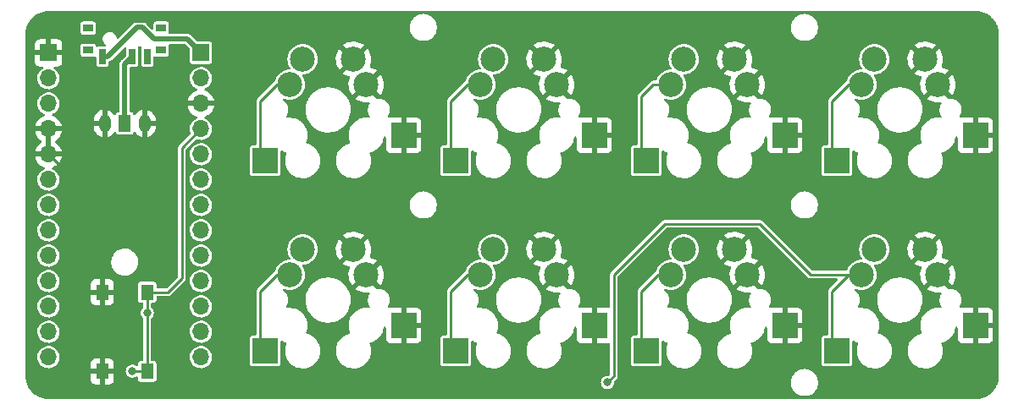
<source format=gbl>
G04 #@! TF.GenerationSoftware,KiCad,Pcbnew,(6.0.7)*
G04 #@! TF.CreationDate,2022-11-12T22:44:30+08:00*
G04 #@! TF.ProjectId,KP08_keypad,4b503038-5f6b-4657-9970-61642e6b6963,1.0*
G04 #@! TF.SameCoordinates,Original*
G04 #@! TF.FileFunction,Copper,L2,Bot*
G04 #@! TF.FilePolarity,Positive*
%FSLAX46Y46*%
G04 Gerber Fmt 4.6, Leading zero omitted, Abs format (unit mm)*
G04 Created by KiCad (PCBNEW (6.0.7)) date 2022-11-12 22:44:30*
%MOMM*%
%LPD*%
G01*
G04 APERTURE LIST*
G04 Aperture macros list*
%AMOutline4P*
0 Free polygon, 4 corners , with rotation*
0 The origin of the aperture is its center*
0 number of corners: always 4*
0 $1 to $8 corner X, Y*
0 $9 Rotation angle, in degrees counterclockwise*
0 create outline with 4 corners*
4,1,4,$1,$2,$3,$4,$5,$6,$7,$8,$1,$2,$9*%
G04 Aperture macros list end*
G04 #@! TA.AperFunction,ComponentPad*
%ADD10C,2.500000*%
G04 #@! TD*
G04 #@! TA.AperFunction,SMDPad,CuDef*
%ADD11R,2.500000X2.550000*%
G04 #@! TD*
G04 #@! TA.AperFunction,ComponentPad*
%ADD12R,1.700000X1.700000*%
G04 #@! TD*
G04 #@! TA.AperFunction,ComponentPad*
%ADD13O,1.700000X1.700000*%
G04 #@! TD*
G04 #@! TA.AperFunction,SMDPad,CuDef*
%ADD14R,1.000000X0.800000*%
G04 #@! TD*
G04 #@! TA.AperFunction,SMDPad,CuDef*
%ADD15R,0.700000X1.500000*%
G04 #@! TD*
G04 #@! TA.AperFunction,SMDPad,CuDef*
%ADD16R,1.300000X1.550000*%
G04 #@! TD*
G04 #@! TA.AperFunction,ComponentPad*
%ADD17O,1.200000X1.750000*%
G04 #@! TD*
G04 #@! TA.AperFunction,ComponentPad*
%ADD18Outline4P,-0.600000X-0.875000X0.600000X-0.875000X0.600000X0.875000X-0.600000X0.875000X180.000000*%
G04 #@! TD*
G04 #@! TA.AperFunction,ViaPad*
%ADD19C,0.800000*%
G04 #@! TD*
G04 #@! TA.AperFunction,Conductor*
%ADD20C,0.250000*%
G04 #@! TD*
G04 #@! TA.AperFunction,Conductor*
%ADD21C,0.500000*%
G04 #@! TD*
G04 APERTURE END LIST*
D10*
X167640000Y-73660000D03*
D11*
X165160000Y-81280000D03*
D10*
X168910000Y-71120000D03*
X175260000Y-73660000D03*
X173990000Y-71120000D03*
D11*
X179010000Y-78740000D03*
D10*
X111760000Y-71120000D03*
X110490000Y-73660000D03*
D11*
X108010000Y-81280000D03*
D10*
X118110000Y-73660000D03*
D11*
X121860000Y-78740000D03*
D10*
X116840000Y-71120000D03*
X167640000Y-92710000D03*
X168910000Y-90170000D03*
D11*
X165160000Y-100330000D03*
D10*
X173990000Y-90170000D03*
X175260000Y-92710000D03*
D11*
X179010000Y-97790000D03*
D12*
X86360000Y-70485000D03*
D13*
X86360000Y-73025000D03*
X86360000Y-75565000D03*
X86360000Y-78105000D03*
X86360000Y-80645000D03*
X86360000Y-83185000D03*
X86360000Y-85725000D03*
X86360000Y-88265000D03*
X86360000Y-90805000D03*
X86360000Y-93345000D03*
X86360000Y-95885000D03*
X86360000Y-98425000D03*
X86360000Y-100965000D03*
D11*
X127060000Y-81280000D03*
D10*
X129540000Y-73660000D03*
X130810000Y-71120000D03*
X135890000Y-71120000D03*
X137160000Y-73660000D03*
D11*
X140910000Y-78740000D03*
D12*
X101600000Y-70485000D03*
D13*
X101600000Y-73025000D03*
X101600000Y-75565000D03*
X101600000Y-78105000D03*
X101600000Y-80645000D03*
X101600000Y-83185000D03*
X101600000Y-85725000D03*
X101600000Y-88265000D03*
X101600000Y-90805000D03*
X101600000Y-93345000D03*
X101600000Y-95885000D03*
X101600000Y-98425000D03*
X101600000Y-100965000D03*
D10*
X130810000Y-90170000D03*
X129540000Y-92710000D03*
D11*
X127060000Y-100330000D03*
X140910000Y-97790000D03*
D10*
X135890000Y-90170000D03*
X137160000Y-92710000D03*
D11*
X146110000Y-100330000D03*
D10*
X149860000Y-90170000D03*
X148590000Y-92710000D03*
D11*
X159960000Y-97790000D03*
D10*
X154940000Y-90170000D03*
X156210000Y-92710000D03*
X149860000Y-71120000D03*
X148590000Y-73660000D03*
D11*
X146110000Y-81280000D03*
X159960000Y-78740000D03*
D10*
X156210000Y-73660000D03*
X154940000Y-71120000D03*
X111760000Y-90170000D03*
D11*
X108010000Y-100330000D03*
D10*
X110490000Y-92710000D03*
X118110000Y-92710000D03*
D11*
X121860000Y-97790000D03*
D10*
X116840000Y-90170000D03*
D14*
X97630000Y-68006000D03*
X90330000Y-68006000D03*
X90330000Y-70216000D03*
X97630000Y-70216000D03*
D15*
X91730000Y-70866000D03*
X94730000Y-70866000D03*
X96230000Y-70866000D03*
D16*
X96230000Y-94450000D03*
X96230000Y-102400000D03*
X91730000Y-102400000D03*
X91730000Y-94450000D03*
D17*
X95980000Y-77555000D03*
D18*
X93980000Y-77555000D03*
D17*
X91980000Y-77555000D03*
D19*
X114300000Y-85725000D03*
X171450000Y-85725000D03*
X90170000Y-102362000D03*
X91730000Y-96520000D03*
X142240000Y-103505000D03*
X94742000Y-102362000D03*
X96230000Y-96520000D03*
D20*
X91730000Y-94450000D02*
X89660000Y-94450000D01*
X91730000Y-94450000D02*
X91730000Y-96520000D01*
X90208000Y-102400000D02*
X91730000Y-102400000D01*
X88265000Y-82550000D02*
X86360000Y-80645000D01*
X88265000Y-93055000D02*
X88265000Y-82550000D01*
X91730000Y-103035000D02*
X91730000Y-96520000D01*
X89660000Y-94450000D02*
X88265000Y-93055000D01*
X90170000Y-102362000D02*
X90208000Y-102400000D01*
D21*
X96916753Y-69088000D02*
X100203000Y-69088000D01*
X95773753Y-67945000D02*
X96916753Y-69088000D01*
X91730000Y-70866000D02*
X92268996Y-70866000D01*
X95189996Y-67945000D02*
X95773753Y-67945000D01*
X92268996Y-70866000D02*
X95189996Y-67945000D01*
X100203000Y-69088000D02*
X101600000Y-70485000D01*
X93980000Y-71616000D02*
X94730000Y-70866000D01*
X93980000Y-77555000D02*
X93980000Y-71616000D01*
D20*
X108010000Y-81280000D02*
X107518805Y-80788805D01*
X109220000Y-73660000D02*
X110490000Y-73660000D01*
X107518805Y-80788805D02*
X107518805Y-75361195D01*
X107518805Y-75361195D02*
X109220000Y-73660000D01*
X126568805Y-75361195D02*
X128270000Y-73660000D01*
X127060000Y-81280000D02*
X126568805Y-80788805D01*
X128270000Y-73660000D02*
X129540000Y-73660000D01*
X126568805Y-80788805D02*
X126568805Y-75361195D01*
X146822234Y-73660000D02*
X148590000Y-73660000D01*
X145618805Y-80788805D02*
X145618805Y-74863429D01*
X146110000Y-81280000D02*
X145618805Y-80788805D01*
X145618805Y-74863429D02*
X146822234Y-73660000D01*
X165160000Y-81280000D02*
X164668805Y-80788805D01*
X164668805Y-75361195D02*
X166370000Y-73660000D01*
X164668805Y-80788805D02*
X164668805Y-75361195D01*
X166370000Y-73660000D02*
X167640000Y-73660000D01*
X109220000Y-92710000D02*
X110490000Y-92710000D01*
X107518805Y-94411195D02*
X109220000Y-92710000D01*
X107518805Y-99838805D02*
X107518805Y-94411195D01*
X108010000Y-100330000D02*
X107518805Y-99838805D01*
X126568805Y-99838805D02*
X126568805Y-94411195D01*
X127060000Y-100330000D02*
X126568805Y-99838805D01*
X128270000Y-92710000D02*
X129540000Y-92710000D01*
X126568805Y-94411195D02*
X128270000Y-92710000D01*
X146110000Y-100330000D02*
X145618805Y-99838805D01*
X145618805Y-94411195D02*
X147320000Y-92710000D01*
X147320000Y-92710000D02*
X148590000Y-92710000D01*
X145618805Y-99838805D02*
X145618805Y-94411195D01*
X166370000Y-92710000D02*
X167640000Y-92710000D01*
X142240000Y-103505000D02*
X142875000Y-102870000D01*
X157480000Y-87630000D02*
X162560000Y-92710000D01*
X142875000Y-102870000D02*
X142875000Y-92710000D01*
X164668805Y-94411195D02*
X166370000Y-92710000D01*
X147955000Y-87630000D02*
X157480000Y-87630000D01*
X142875000Y-92710000D02*
X147955000Y-87630000D01*
X162560000Y-92710000D02*
X167640000Y-92710000D01*
X165160000Y-100330000D02*
X164668805Y-99838805D01*
X164668805Y-99838805D02*
X164668805Y-94411195D01*
X96230000Y-94450000D02*
X98300000Y-94450000D01*
X99695000Y-80010000D02*
X101600000Y-78105000D01*
X99695000Y-93055000D02*
X99695000Y-80010000D01*
X96230000Y-96520000D02*
X96230000Y-102400000D01*
X96230000Y-94450000D02*
X96230000Y-96520000D01*
X94780000Y-102400000D02*
X96230000Y-102400000D01*
X98300000Y-94450000D02*
X99695000Y-93055000D01*
X94742000Y-102362000D02*
X94780000Y-102400000D01*
G04 #@! TA.AperFunction,Conductor*
G36*
X179057103Y-66296921D02*
G01*
X179070000Y-66299486D01*
X179082172Y-66297065D01*
X179094580Y-66297065D01*
X179094580Y-66297385D01*
X179105456Y-66296645D01*
X179138145Y-66298622D01*
X179337880Y-66310704D01*
X179352984Y-66312538D01*
X179609458Y-66359538D01*
X179624231Y-66363179D01*
X179873180Y-66440755D01*
X179887398Y-66446147D01*
X180125182Y-66553165D01*
X180138638Y-66560227D01*
X180331005Y-66676517D01*
X180361788Y-66695126D01*
X180374308Y-66703768D01*
X180541702Y-66834913D01*
X180579573Y-66864583D01*
X180590961Y-66874673D01*
X180775327Y-67059039D01*
X180785417Y-67070427D01*
X180946231Y-67275690D01*
X180954873Y-67288211D01*
X181089773Y-67511362D01*
X181096835Y-67524818D01*
X181181583Y-67713121D01*
X181203851Y-67762598D01*
X181209245Y-67776820D01*
X181260611Y-67941657D01*
X181286821Y-68025769D01*
X181290462Y-68040542D01*
X181337462Y-68297016D01*
X181339296Y-68312120D01*
X181353355Y-68544544D01*
X181352615Y-68555420D01*
X181352935Y-68555420D01*
X181352935Y-68567828D01*
X181350514Y-68580000D01*
X181352935Y-68592170D01*
X181353079Y-68592894D01*
X181355500Y-68617476D01*
X181355500Y-102832524D01*
X181353079Y-102857103D01*
X181350514Y-102870000D01*
X181352935Y-102882172D01*
X181352935Y-102894580D01*
X181352615Y-102894580D01*
X181353355Y-102905456D01*
X181352824Y-102914229D01*
X181339296Y-103137880D01*
X181337462Y-103152984D01*
X181290462Y-103409458D01*
X181286821Y-103424231D01*
X181210824Y-103668115D01*
X181209247Y-103673175D01*
X181203853Y-103687398D01*
X181096835Y-103925182D01*
X181089773Y-103938638D01*
X180958204Y-104156279D01*
X180954874Y-104161788D01*
X180946231Y-104174310D01*
X180785417Y-104379573D01*
X180775327Y-104390961D01*
X180590961Y-104575327D01*
X180579573Y-104585417D01*
X180442506Y-104692803D01*
X180374310Y-104746231D01*
X180361789Y-104754873D01*
X180138638Y-104889773D01*
X180125182Y-104896835D01*
X179887398Y-105003853D01*
X179873180Y-105009245D01*
X179715854Y-105058270D01*
X179624231Y-105086821D01*
X179609458Y-105090462D01*
X179352984Y-105137462D01*
X179337880Y-105139296D01*
X179152424Y-105150514D01*
X179117690Y-105152615D01*
X179105456Y-105153355D01*
X179094580Y-105152615D01*
X179094580Y-105152935D01*
X179082172Y-105152935D01*
X179070000Y-105150514D01*
X179057103Y-105153079D01*
X179032524Y-105155500D01*
X86397476Y-105155500D01*
X86372897Y-105153079D01*
X86360000Y-105150514D01*
X86347828Y-105152935D01*
X86335420Y-105152935D01*
X86335420Y-105152615D01*
X86324544Y-105153355D01*
X86312311Y-105152615D01*
X86277576Y-105150514D01*
X86092120Y-105139296D01*
X86077016Y-105137462D01*
X85820542Y-105090462D01*
X85805769Y-105086821D01*
X85714146Y-105058270D01*
X85556820Y-105009245D01*
X85542602Y-105003853D01*
X85304818Y-104896835D01*
X85291362Y-104889773D01*
X85068211Y-104754873D01*
X85055690Y-104746231D01*
X84987495Y-104692803D01*
X84850427Y-104585417D01*
X84839039Y-104575327D01*
X84654673Y-104390961D01*
X84644583Y-104379573D01*
X84483769Y-104174310D01*
X84475126Y-104161788D01*
X84471796Y-104156279D01*
X84340227Y-103938638D01*
X84333165Y-103925182D01*
X84226147Y-103687398D01*
X84220753Y-103673175D01*
X84219177Y-103668115D01*
X84143179Y-103424231D01*
X84139538Y-103409458D01*
X84104758Y-103219669D01*
X90572001Y-103219669D01*
X90572371Y-103226490D01*
X90577895Y-103277352D01*
X90581521Y-103292604D01*
X90626676Y-103413054D01*
X90635214Y-103428649D01*
X90711715Y-103530724D01*
X90724276Y-103543285D01*
X90826351Y-103619786D01*
X90841946Y-103628324D01*
X90962394Y-103673478D01*
X90977649Y-103677105D01*
X91028514Y-103682631D01*
X91035328Y-103683000D01*
X91457885Y-103683000D01*
X91473124Y-103678525D01*
X91474329Y-103677135D01*
X91476000Y-103669452D01*
X91476000Y-103664884D01*
X91984000Y-103664884D01*
X91988475Y-103680123D01*
X91989865Y-103681328D01*
X91997548Y-103682999D01*
X92424669Y-103682999D01*
X92431490Y-103682629D01*
X92482352Y-103677105D01*
X92497604Y-103673479D01*
X92618054Y-103628324D01*
X92633649Y-103619786D01*
X92735724Y-103543285D01*
X92748285Y-103530724D01*
X92824786Y-103428649D01*
X92833324Y-103413054D01*
X92878478Y-103292606D01*
X92882105Y-103277351D01*
X92887631Y-103226486D01*
X92888000Y-103219672D01*
X92888000Y-102672115D01*
X92883525Y-102656876D01*
X92882135Y-102655671D01*
X92874452Y-102654000D01*
X92002115Y-102654000D01*
X91986876Y-102658475D01*
X91985671Y-102659865D01*
X91984000Y-102667548D01*
X91984000Y-103664884D01*
X91476000Y-103664884D01*
X91476000Y-102672115D01*
X91471525Y-102656876D01*
X91470135Y-102655671D01*
X91462452Y-102654000D01*
X90590116Y-102654000D01*
X90574877Y-102658475D01*
X90573672Y-102659865D01*
X90572001Y-102667548D01*
X90572001Y-103219669D01*
X84104758Y-103219669D01*
X84092538Y-103152984D01*
X84090704Y-103137880D01*
X84077176Y-102914229D01*
X84076645Y-102905456D01*
X84077385Y-102894580D01*
X84077065Y-102894580D01*
X84077065Y-102882172D01*
X84079486Y-102870000D01*
X84076921Y-102857103D01*
X84074500Y-102832524D01*
X84074500Y-102355096D01*
X94082729Y-102355096D01*
X94091421Y-102433825D01*
X94095856Y-102473991D01*
X94100113Y-102512553D01*
X94102723Y-102519684D01*
X94102723Y-102519686D01*
X94151875Y-102654000D01*
X94154553Y-102661319D01*
X94158789Y-102667622D01*
X94158789Y-102667623D01*
X94186331Y-102708609D01*
X94242908Y-102792805D01*
X94248527Y-102797918D01*
X94248528Y-102797919D01*
X94291390Y-102836920D01*
X94360076Y-102899419D01*
X94499293Y-102975008D01*
X94652522Y-103015207D01*
X94736477Y-103016526D01*
X94803319Y-103017576D01*
X94803322Y-103017576D01*
X94810916Y-103017695D01*
X94965332Y-102982329D01*
X95057152Y-102936149D01*
X95100072Y-102914563D01*
X95100075Y-102914561D01*
X95106855Y-102911151D01*
X95117670Y-102901914D01*
X95182459Y-102872883D01*
X95252660Y-102883488D01*
X95305982Y-102930362D01*
X95325501Y-102997725D01*
X95325501Y-103200066D01*
X95329143Y-103218378D01*
X95337179Y-103258778D01*
X95340266Y-103274301D01*
X95396516Y-103358484D01*
X95480699Y-103414734D01*
X95554933Y-103429500D01*
X96229890Y-103429500D01*
X96905066Y-103429499D01*
X96940818Y-103422388D01*
X96967126Y-103417156D01*
X96967128Y-103417155D01*
X96979301Y-103414734D01*
X96989621Y-103407839D01*
X96989622Y-103407838D01*
X97053168Y-103365377D01*
X97063484Y-103358484D01*
X97119734Y-103274301D01*
X97134500Y-103200067D01*
X97134499Y-101599934D01*
X97119734Y-101525699D01*
X97063484Y-101441516D01*
X96979301Y-101385266D01*
X96905067Y-101370500D01*
X96735500Y-101370500D01*
X96667379Y-101350498D01*
X96620886Y-101296842D01*
X96609500Y-101244500D01*
X96609500Y-100935964D01*
X100491148Y-100935964D01*
X100504424Y-101138522D01*
X100505845Y-101144118D01*
X100505846Y-101144123D01*
X100537632Y-101269276D01*
X100554392Y-101335269D01*
X100556809Y-101340512D01*
X100636959Y-101514371D01*
X100639377Y-101519616D01*
X100642710Y-101524332D01*
X100717436Y-101630067D01*
X100756533Y-101685389D01*
X100760675Y-101689424D01*
X100816744Y-101744043D01*
X100901938Y-101827035D01*
X101070720Y-101939812D01*
X101076023Y-101942090D01*
X101076026Y-101942092D01*
X101236063Y-102010849D01*
X101257228Y-102019942D01*
X101330244Y-102036464D01*
X101449579Y-102063467D01*
X101449584Y-102063468D01*
X101455216Y-102064742D01*
X101460987Y-102064969D01*
X101460989Y-102064969D01*
X101520756Y-102067317D01*
X101658053Y-102072712D01*
X101762803Y-102057524D01*
X101853231Y-102044413D01*
X101853236Y-102044412D01*
X101858945Y-102043584D01*
X101864409Y-102041729D01*
X101864414Y-102041728D01*
X102045693Y-101980192D01*
X102045698Y-101980190D01*
X102051165Y-101978334D01*
X102228276Y-101879147D01*
X102253353Y-101858291D01*
X102379913Y-101753031D01*
X102384345Y-101749345D01*
X102478500Y-101636137D01*
X102510453Y-101597718D01*
X102510455Y-101597715D01*
X102514147Y-101593276D01*
X102599137Y-101441516D01*
X102610510Y-101421208D01*
X102610511Y-101421206D01*
X102613334Y-101416165D01*
X102615190Y-101410698D01*
X102615192Y-101410693D01*
X102676728Y-101229414D01*
X102676729Y-101229409D01*
X102678584Y-101223945D01*
X102679412Y-101218236D01*
X102679413Y-101218231D01*
X102707179Y-101026727D01*
X102707712Y-101023053D01*
X102709232Y-100965000D01*
X102690658Y-100762859D01*
X102684416Y-100740728D01*
X102637125Y-100573046D01*
X102637124Y-100573044D01*
X102635557Y-100567487D01*
X102624978Y-100546033D01*
X102548331Y-100390609D01*
X102545776Y-100385428D01*
X102424320Y-100222779D01*
X102275258Y-100084987D01*
X102270375Y-100081906D01*
X102270371Y-100081903D01*
X102108464Y-99979748D01*
X102103581Y-99976667D01*
X101915039Y-99901446D01*
X101909379Y-99900320D01*
X101909375Y-99900319D01*
X101721613Y-99862971D01*
X101721610Y-99862971D01*
X101715946Y-99861844D01*
X101710171Y-99861768D01*
X101710167Y-99861768D01*
X101608793Y-99860441D01*
X101512971Y-99859187D01*
X101507274Y-99860166D01*
X101507273Y-99860166D01*
X101318607Y-99892585D01*
X101312910Y-99893564D01*
X101122463Y-99963824D01*
X100948010Y-100067612D01*
X100943670Y-100071418D01*
X100943666Y-100071421D01*
X100823670Y-100176656D01*
X100795392Y-100201455D01*
X100669720Y-100360869D01*
X100667031Y-100365980D01*
X100667029Y-100365983D01*
X100627011Y-100442044D01*
X100575203Y-100540515D01*
X100515007Y-100734378D01*
X100491148Y-100935964D01*
X96609500Y-100935964D01*
X96609500Y-98395964D01*
X100491148Y-98395964D01*
X100504424Y-98598522D01*
X100505845Y-98604118D01*
X100505846Y-98604123D01*
X100524807Y-98678780D01*
X100554392Y-98795269D01*
X100556809Y-98800512D01*
X100602959Y-98900619D01*
X100639377Y-98979616D01*
X100642710Y-98984332D01*
X100736107Y-99116486D01*
X100756533Y-99145389D01*
X100901938Y-99287035D01*
X101070720Y-99399812D01*
X101076023Y-99402090D01*
X101076026Y-99402092D01*
X101251921Y-99477662D01*
X101257228Y-99479942D01*
X101330244Y-99496464D01*
X101449579Y-99523467D01*
X101449584Y-99523468D01*
X101455216Y-99524742D01*
X101460987Y-99524969D01*
X101460989Y-99524969D01*
X101520756Y-99527317D01*
X101658053Y-99532712D01*
X101758499Y-99518148D01*
X101853231Y-99504413D01*
X101853236Y-99504412D01*
X101858945Y-99503584D01*
X101864409Y-99501729D01*
X101864414Y-99501728D01*
X102045693Y-99440192D01*
X102045698Y-99440190D01*
X102051165Y-99438334D01*
X102060360Y-99433185D01*
X102158851Y-99378027D01*
X102228276Y-99339147D01*
X102290934Y-99287035D01*
X102379913Y-99213031D01*
X102384345Y-99209345D01*
X102461572Y-99116490D01*
X102510453Y-99057718D01*
X102510455Y-99057715D01*
X102514147Y-99053276D01*
X102527220Y-99029933D01*
X106505500Y-99029933D01*
X106505501Y-101630066D01*
X106512612Y-101665818D01*
X106515566Y-101680669D01*
X106520266Y-101704301D01*
X106527161Y-101714620D01*
X106527162Y-101714622D01*
X106552827Y-101753031D01*
X106576516Y-101788484D01*
X106660699Y-101844734D01*
X106734933Y-101859500D01*
X108009793Y-101859500D01*
X109285066Y-101859499D01*
X109320818Y-101852388D01*
X109347126Y-101847156D01*
X109347128Y-101847155D01*
X109359301Y-101844734D01*
X109369621Y-101837839D01*
X109369622Y-101837838D01*
X109433168Y-101795377D01*
X109443484Y-101788484D01*
X109499734Y-101704301D01*
X109514500Y-101630067D01*
X109514499Y-99472825D01*
X109534501Y-99404704D01*
X109588157Y-99358211D01*
X109658431Y-99348107D01*
X109690923Y-99358411D01*
X109691240Y-99357655D01*
X109927413Y-99456691D01*
X109927418Y-99456693D01*
X109931728Y-99458500D01*
X109936260Y-99459651D01*
X109936263Y-99459652D01*
X110049052Y-99488296D01*
X110110153Y-99524450D01*
X110142008Y-99587899D01*
X110134503Y-99658498D01*
X110131049Y-99666134D01*
X110128694Y-99670910D01*
X110127272Y-99675353D01*
X110127271Y-99675355D01*
X110096977Y-99769993D01*
X110049193Y-99919272D01*
X110048443Y-99923879D01*
X110048442Y-99923882D01*
X110039344Y-99979748D01*
X110007275Y-100176656D01*
X110006723Y-100218855D01*
X110004475Y-100390609D01*
X110003862Y-100437410D01*
X110039028Y-100695804D01*
X110112000Y-100946162D01*
X110221177Y-101182984D01*
X110223737Y-101186889D01*
X110223740Y-101186894D01*
X110361592Y-101397154D01*
X110361596Y-101397159D01*
X110364158Y-101401067D01*
X110537804Y-101595621D01*
X110738300Y-101762371D01*
X110961240Y-101897655D01*
X110965548Y-101899462D01*
X110965549Y-101899462D01*
X111197413Y-101996691D01*
X111197418Y-101996693D01*
X111201728Y-101998500D01*
X111206260Y-101999651D01*
X111206263Y-101999652D01*
X111331765Y-102031525D01*
X111454480Y-102062690D01*
X111671072Y-102084500D01*
X111826206Y-102084500D01*
X111828531Y-102084327D01*
X111828537Y-102084327D01*
X112015407Y-102070440D01*
X112015411Y-102070439D01*
X112020059Y-102070094D01*
X112274405Y-102012542D01*
X112517450Y-101918027D01*
X112521504Y-101915710D01*
X112521508Y-101915708D01*
X112637436Y-101849449D01*
X112743855Y-101788625D01*
X112948647Y-101627180D01*
X113127326Y-101437239D01*
X113252560Y-101256715D01*
X113273303Y-101226815D01*
X113273305Y-101226812D01*
X113275968Y-101222973D01*
X113278036Y-101218780D01*
X113389241Y-100993278D01*
X113389242Y-100993275D01*
X113391306Y-100989090D01*
X113406488Y-100941663D01*
X113463723Y-100762859D01*
X113470807Y-100740728D01*
X113477393Y-100700292D01*
X113511974Y-100487955D01*
X113512725Y-100483344D01*
X113513326Y-100437410D01*
X115083862Y-100437410D01*
X115119028Y-100695804D01*
X115192000Y-100946162D01*
X115301177Y-101182984D01*
X115303737Y-101186889D01*
X115303740Y-101186894D01*
X115441592Y-101397154D01*
X115441596Y-101397159D01*
X115444158Y-101401067D01*
X115617804Y-101595621D01*
X115818300Y-101762371D01*
X116041240Y-101897655D01*
X116045548Y-101899462D01*
X116045549Y-101899462D01*
X116277413Y-101996691D01*
X116277418Y-101996693D01*
X116281728Y-101998500D01*
X116286260Y-101999651D01*
X116286263Y-101999652D01*
X116411765Y-102031525D01*
X116534480Y-102062690D01*
X116751072Y-102084500D01*
X116906206Y-102084500D01*
X116908531Y-102084327D01*
X116908537Y-102084327D01*
X117095407Y-102070440D01*
X117095411Y-102070439D01*
X117100059Y-102070094D01*
X117354405Y-102012542D01*
X117597450Y-101918027D01*
X117601504Y-101915710D01*
X117601508Y-101915708D01*
X117717436Y-101849449D01*
X117823855Y-101788625D01*
X118028647Y-101627180D01*
X118207326Y-101437239D01*
X118332560Y-101256715D01*
X118353303Y-101226815D01*
X118353305Y-101226812D01*
X118355968Y-101222973D01*
X118358036Y-101218780D01*
X118469241Y-100993278D01*
X118469242Y-100993275D01*
X118471306Y-100989090D01*
X118486488Y-100941663D01*
X118543723Y-100762859D01*
X118550807Y-100740728D01*
X118557393Y-100700292D01*
X118591974Y-100487955D01*
X118592725Y-100483344D01*
X118596138Y-100222590D01*
X118560972Y-99964196D01*
X118488000Y-99713838D01*
X118468210Y-99670910D01*
X118465296Y-99664589D01*
X118454941Y-99594351D01*
X118484204Y-99529666D01*
X118543793Y-99491069D01*
X118551914Y-99488945D01*
X118604632Y-99477016D01*
X118624405Y-99472542D01*
X118628759Y-99470849D01*
X118628765Y-99470847D01*
X118863091Y-99379722D01*
X118867450Y-99378027D01*
X118871504Y-99375710D01*
X118871508Y-99375708D01*
X118971339Y-99318649D01*
X119093855Y-99248625D01*
X119298647Y-99087180D01*
X119477326Y-98897239D01*
X119595534Y-98726843D01*
X119623303Y-98686815D01*
X119623305Y-98686812D01*
X119625968Y-98682973D01*
X119628036Y-98678780D01*
X119739241Y-98453278D01*
X119739244Y-98453271D01*
X119741306Y-98449090D01*
X119756488Y-98401663D01*
X119813723Y-98222859D01*
X119820807Y-98200728D01*
X119821558Y-98196118D01*
X119821561Y-98196105D01*
X119851640Y-98011417D01*
X119882332Y-97947397D01*
X119942763Y-97910134D01*
X120013747Y-97911458D01*
X120072747Y-97950948D01*
X120101031Y-98016068D01*
X120102001Y-98031671D01*
X120102001Y-99109669D01*
X120102371Y-99116490D01*
X120107895Y-99167352D01*
X120111521Y-99182604D01*
X120156676Y-99303054D01*
X120165214Y-99318649D01*
X120241715Y-99420724D01*
X120254276Y-99433285D01*
X120356351Y-99509786D01*
X120371946Y-99518324D01*
X120492394Y-99563478D01*
X120507649Y-99567105D01*
X120558514Y-99572631D01*
X120565328Y-99573000D01*
X121587885Y-99573000D01*
X121603124Y-99568525D01*
X121604329Y-99567135D01*
X121606000Y-99559452D01*
X121606000Y-99554884D01*
X122114000Y-99554884D01*
X122118475Y-99570123D01*
X122119865Y-99571328D01*
X122127548Y-99572999D01*
X123154669Y-99572999D01*
X123161490Y-99572629D01*
X123212352Y-99567105D01*
X123227604Y-99563479D01*
X123348054Y-99518324D01*
X123363649Y-99509786D01*
X123465724Y-99433285D01*
X123478285Y-99420724D01*
X123554786Y-99318649D01*
X123563324Y-99303054D01*
X123608478Y-99182606D01*
X123612105Y-99167351D01*
X123617631Y-99116486D01*
X123618000Y-99109672D01*
X123618000Y-99029933D01*
X125555500Y-99029933D01*
X125555501Y-101630066D01*
X125562612Y-101665818D01*
X125565566Y-101680669D01*
X125570266Y-101704301D01*
X125577161Y-101714620D01*
X125577162Y-101714622D01*
X125602827Y-101753031D01*
X125626516Y-101788484D01*
X125710699Y-101844734D01*
X125784933Y-101859500D01*
X127059793Y-101859500D01*
X128335066Y-101859499D01*
X128370818Y-101852388D01*
X128397126Y-101847156D01*
X128397128Y-101847155D01*
X128409301Y-101844734D01*
X128419621Y-101837839D01*
X128419622Y-101837838D01*
X128483168Y-101795377D01*
X128493484Y-101788484D01*
X128549734Y-101704301D01*
X128564500Y-101630067D01*
X128564499Y-99472825D01*
X128584501Y-99404704D01*
X128638157Y-99358211D01*
X128708431Y-99348107D01*
X128740923Y-99358411D01*
X128741240Y-99357655D01*
X128977413Y-99456691D01*
X128977418Y-99456693D01*
X128981728Y-99458500D01*
X128986260Y-99459651D01*
X128986263Y-99459652D01*
X129099052Y-99488296D01*
X129160153Y-99524450D01*
X129192008Y-99587899D01*
X129184503Y-99658498D01*
X129181049Y-99666134D01*
X129178694Y-99670910D01*
X129177272Y-99675353D01*
X129177271Y-99675355D01*
X129146977Y-99769993D01*
X129099193Y-99919272D01*
X129098443Y-99923879D01*
X129098442Y-99923882D01*
X129089344Y-99979748D01*
X129057275Y-100176656D01*
X129056723Y-100218855D01*
X129054475Y-100390609D01*
X129053862Y-100437410D01*
X129089028Y-100695804D01*
X129162000Y-100946162D01*
X129271177Y-101182984D01*
X129273737Y-101186889D01*
X129273740Y-101186894D01*
X129411592Y-101397154D01*
X129411596Y-101397159D01*
X129414158Y-101401067D01*
X129587804Y-101595621D01*
X129788300Y-101762371D01*
X130011240Y-101897655D01*
X130015548Y-101899462D01*
X130015549Y-101899462D01*
X130247413Y-101996691D01*
X130247418Y-101996693D01*
X130251728Y-101998500D01*
X130256260Y-101999651D01*
X130256263Y-101999652D01*
X130381765Y-102031525D01*
X130504480Y-102062690D01*
X130721072Y-102084500D01*
X130876206Y-102084500D01*
X130878531Y-102084327D01*
X130878537Y-102084327D01*
X131065407Y-102070440D01*
X131065411Y-102070439D01*
X131070059Y-102070094D01*
X131324405Y-102012542D01*
X131567450Y-101918027D01*
X131571504Y-101915710D01*
X131571508Y-101915708D01*
X131687436Y-101849449D01*
X131793855Y-101788625D01*
X131998647Y-101627180D01*
X132177326Y-101437239D01*
X132302560Y-101256715D01*
X132323303Y-101226815D01*
X132323305Y-101226812D01*
X132325968Y-101222973D01*
X132328036Y-101218780D01*
X132439241Y-100993278D01*
X132439242Y-100993275D01*
X132441306Y-100989090D01*
X132456488Y-100941663D01*
X132513723Y-100762859D01*
X132520807Y-100740728D01*
X132527393Y-100700292D01*
X132561974Y-100487955D01*
X132562725Y-100483344D01*
X132563326Y-100437410D01*
X134133862Y-100437410D01*
X134169028Y-100695804D01*
X134242000Y-100946162D01*
X134351177Y-101182984D01*
X134353737Y-101186889D01*
X134353740Y-101186894D01*
X134491592Y-101397154D01*
X134491596Y-101397159D01*
X134494158Y-101401067D01*
X134667804Y-101595621D01*
X134868300Y-101762371D01*
X135091240Y-101897655D01*
X135095548Y-101899462D01*
X135095549Y-101899462D01*
X135327413Y-101996691D01*
X135327418Y-101996693D01*
X135331728Y-101998500D01*
X135336260Y-101999651D01*
X135336263Y-101999652D01*
X135461765Y-102031525D01*
X135584480Y-102062690D01*
X135801072Y-102084500D01*
X135956206Y-102084500D01*
X135958531Y-102084327D01*
X135958537Y-102084327D01*
X136145407Y-102070440D01*
X136145411Y-102070439D01*
X136150059Y-102070094D01*
X136404405Y-102012542D01*
X136647450Y-101918027D01*
X136651504Y-101915710D01*
X136651508Y-101915708D01*
X136767436Y-101849449D01*
X136873855Y-101788625D01*
X137078647Y-101627180D01*
X137257326Y-101437239D01*
X137382560Y-101256715D01*
X137403303Y-101226815D01*
X137403305Y-101226812D01*
X137405968Y-101222973D01*
X137408036Y-101218780D01*
X137519241Y-100993278D01*
X137519242Y-100993275D01*
X137521306Y-100989090D01*
X137536488Y-100941663D01*
X137593723Y-100762859D01*
X137600807Y-100740728D01*
X137607393Y-100700292D01*
X137641974Y-100487955D01*
X137642725Y-100483344D01*
X137646138Y-100222590D01*
X137610972Y-99964196D01*
X137538000Y-99713838D01*
X137518210Y-99670910D01*
X137515296Y-99664589D01*
X137504941Y-99594351D01*
X137534204Y-99529666D01*
X137593793Y-99491069D01*
X137601914Y-99488945D01*
X137654632Y-99477016D01*
X137674405Y-99472542D01*
X137678759Y-99470849D01*
X137678765Y-99470847D01*
X137913091Y-99379722D01*
X137917450Y-99378027D01*
X137921504Y-99375710D01*
X137921508Y-99375708D01*
X138021339Y-99318649D01*
X138143855Y-99248625D01*
X138348647Y-99087180D01*
X138527326Y-98897239D01*
X138645534Y-98726843D01*
X138673303Y-98686815D01*
X138673305Y-98686812D01*
X138675968Y-98682973D01*
X138678036Y-98678780D01*
X138789241Y-98453278D01*
X138789244Y-98453271D01*
X138791306Y-98449090D01*
X138806488Y-98401663D01*
X138863723Y-98222859D01*
X138870807Y-98200728D01*
X138871558Y-98196118D01*
X138871561Y-98196105D01*
X138901640Y-98011417D01*
X138932332Y-97947397D01*
X138992763Y-97910134D01*
X139063747Y-97911458D01*
X139122747Y-97950948D01*
X139151031Y-98016068D01*
X139152001Y-98031671D01*
X139152001Y-99109669D01*
X139152371Y-99116490D01*
X139157895Y-99167352D01*
X139161521Y-99182604D01*
X139206676Y-99303054D01*
X139215214Y-99318649D01*
X139291715Y-99420724D01*
X139304276Y-99433285D01*
X139406351Y-99509786D01*
X139421946Y-99518324D01*
X139542394Y-99563478D01*
X139557649Y-99567105D01*
X139608514Y-99572631D01*
X139615328Y-99573000D01*
X140637885Y-99573000D01*
X140653124Y-99568525D01*
X140654329Y-99567135D01*
X140656000Y-99559452D01*
X140656000Y-99554884D01*
X141164000Y-99554884D01*
X141168475Y-99570123D01*
X141169865Y-99571328D01*
X141177548Y-99572999D01*
X142204669Y-99572999D01*
X142211490Y-99572629D01*
X142262352Y-99567105D01*
X142277607Y-99563478D01*
X142325271Y-99545610D01*
X142396078Y-99540427D01*
X142458447Y-99574348D01*
X142492576Y-99636604D01*
X142495500Y-99663592D01*
X142495500Y-102660616D01*
X142475498Y-102728737D01*
X142458595Y-102749711D01*
X142394411Y-102813895D01*
X142332099Y-102847921D01*
X142304658Y-102850798D01*
X142164221Y-102850062D01*
X142156841Y-102851834D01*
X142156839Y-102851834D01*
X142017563Y-102885271D01*
X142017560Y-102885272D01*
X142010184Y-102887043D01*
X141869414Y-102959700D01*
X141750039Y-103063838D01*
X141658950Y-103193444D01*
X141601406Y-103341037D01*
X141600414Y-103348570D01*
X141600414Y-103348571D01*
X141587549Y-103446294D01*
X141580729Y-103498096D01*
X141585718Y-103543285D01*
X141595107Y-103628324D01*
X141598113Y-103655553D01*
X141600723Y-103662684D01*
X141600723Y-103662686D01*
X141647907Y-103791622D01*
X141652553Y-103804319D01*
X141740908Y-103935805D01*
X141746527Y-103940918D01*
X141746528Y-103940919D01*
X141782500Y-103973651D01*
X141858076Y-104042419D01*
X141997293Y-104118008D01*
X142150522Y-104158207D01*
X142234477Y-104159526D01*
X142301319Y-104160576D01*
X142301322Y-104160576D01*
X142308916Y-104160695D01*
X142463332Y-104125329D01*
X142544715Y-104084398D01*
X142598072Y-104057563D01*
X142598075Y-104057561D01*
X142604855Y-104054151D01*
X142610626Y-104049222D01*
X142610629Y-104049220D01*
X142719536Y-103956204D01*
X142719536Y-103956203D01*
X142725314Y-103951269D01*
X142817755Y-103822624D01*
X142876842Y-103675641D01*
X142892772Y-103563706D01*
X142898581Y-103522891D01*
X142898581Y-103522888D01*
X142899162Y-103518807D01*
X142899307Y-103505000D01*
X142893437Y-103456496D01*
X142896026Y-103440964D01*
X160567112Y-103440964D01*
X160567312Y-103446292D01*
X160567312Y-103446294D01*
X160569464Y-103503599D01*
X160568705Y-103503628D01*
X160569034Y-103505016D01*
X160569340Y-103504989D01*
X160569374Y-103505377D01*
X160569465Y-103506838D01*
X160569523Y-103507085D01*
X160569648Y-103508507D01*
X160575736Y-103670669D01*
X160576831Y-103675888D01*
X160589628Y-103736879D01*
X160588861Y-103737040D01*
X160589841Y-103739316D01*
X160589937Y-103740408D01*
X160591361Y-103745722D01*
X160591464Y-103746307D01*
X160592635Y-103751210D01*
X160622939Y-103895637D01*
X160644909Y-103951269D01*
X160648975Y-103961566D01*
X160649724Y-103963541D01*
X160651097Y-103968663D01*
X160653422Y-103973649D01*
X160653423Y-103973651D01*
X160653947Y-103974775D01*
X160656934Y-103981717D01*
X160707372Y-104109436D01*
X160744273Y-104170246D01*
X160745811Y-104173126D01*
X160745890Y-104173080D01*
X160748639Y-104177841D01*
X160750965Y-104182829D01*
X160754122Y-104187337D01*
X160754124Y-104187341D01*
X160755674Y-104189555D01*
X160760181Y-104196462D01*
X160775279Y-104221342D01*
X160826621Y-104305952D01*
X160830116Y-104309979D01*
X160830117Y-104309981D01*
X160876993Y-104364000D01*
X160880555Y-104368563D01*
X160883347Y-104371890D01*
X160886505Y-104376401D01*
X160892791Y-104382687D01*
X160898861Y-104389201D01*
X160977276Y-104479566D01*
X160981407Y-104482953D01*
X161041309Y-104532070D01*
X161048574Y-104538652D01*
X161049706Y-104539602D01*
X161053599Y-104543495D01*
X161058103Y-104546649D01*
X161058108Y-104546653D01*
X161060936Y-104548633D01*
X161068554Y-104554410D01*
X161150901Y-104621931D01*
X161150907Y-104621935D01*
X161155029Y-104625315D01*
X161159668Y-104627955D01*
X161159667Y-104627955D01*
X161232355Y-104669331D01*
X161242296Y-104675622D01*
X161242660Y-104675877D01*
X161242667Y-104675881D01*
X161247171Y-104679035D01*
X161252155Y-104681359D01*
X161252160Y-104681362D01*
X161254875Y-104682628D01*
X161263952Y-104687318D01*
X161308061Y-104712426D01*
X161354798Y-104739030D01*
X161444498Y-104771590D01*
X161454753Y-104775833D01*
X161456348Y-104776577D01*
X161456350Y-104776578D01*
X161461337Y-104778903D01*
X161466653Y-104780327D01*
X161466655Y-104780328D01*
X161467719Y-104780613D01*
X161468702Y-104780876D01*
X161479081Y-104784143D01*
X161570871Y-104817461D01*
X161671443Y-104835648D01*
X161681616Y-104837926D01*
X161689592Y-104840063D01*
X161695990Y-104840623D01*
X161707412Y-104842152D01*
X161797069Y-104858364D01*
X161801208Y-104858559D01*
X161801215Y-104858560D01*
X161819670Y-104859430D01*
X161819677Y-104859430D01*
X161821158Y-104859500D01*
X161982712Y-104859500D01*
X162062444Y-104852735D01*
X162148733Y-104845413D01*
X162148737Y-104845412D01*
X162154044Y-104844962D01*
X162159199Y-104843624D01*
X162159205Y-104843623D01*
X162371368Y-104788556D01*
X162371367Y-104788556D01*
X162376539Y-104787214D01*
X162523412Y-104721052D01*
X162581262Y-104694993D01*
X162581265Y-104694992D01*
X162586123Y-104692803D01*
X162776803Y-104564430D01*
X162803826Y-104538652D01*
X162939271Y-104409443D01*
X162943128Y-104405764D01*
X163080342Y-104221342D01*
X163096504Y-104189555D01*
X163182102Y-104021194D01*
X163182102Y-104021193D01*
X163184520Y-104016438D01*
X163252685Y-103796911D01*
X163267783Y-103682999D01*
X163282188Y-103574319D01*
X163282188Y-103574316D01*
X163282888Y-103569036D01*
X163280536Y-103506401D01*
X163281295Y-103506372D01*
X163280966Y-103504984D01*
X163280660Y-103505011D01*
X163280626Y-103504623D01*
X163280535Y-103503162D01*
X163280477Y-103502915D01*
X163280352Y-103501493D01*
X163274264Y-103339331D01*
X163260372Y-103273121D01*
X163261139Y-103272960D01*
X163260159Y-103270684D01*
X163260063Y-103269592D01*
X163258639Y-103264278D01*
X163258536Y-103263693D01*
X163257362Y-103258778D01*
X163250588Y-103226490D01*
X163227061Y-103114363D01*
X163201025Y-103048434D01*
X163200276Y-103046459D01*
X163198903Y-103041337D01*
X163196053Y-103035225D01*
X163193066Y-103028283D01*
X163142628Y-102900564D01*
X163105727Y-102839754D01*
X163104189Y-102836874D01*
X163104110Y-102836920D01*
X163101361Y-102832159D01*
X163099035Y-102827171D01*
X163095876Y-102822659D01*
X163094326Y-102820445D01*
X163089819Y-102813538D01*
X163026147Y-102708609D01*
X163026145Y-102708606D01*
X163023379Y-102704048D01*
X162991771Y-102667623D01*
X162973007Y-102646000D01*
X162969445Y-102641437D01*
X162966653Y-102638110D01*
X162963495Y-102633599D01*
X162957209Y-102627313D01*
X162951139Y-102620799D01*
X162876224Y-102534467D01*
X162876222Y-102534465D01*
X162872724Y-102530434D01*
X162808692Y-102477930D01*
X162801426Y-102471348D01*
X162800294Y-102470398D01*
X162796401Y-102466505D01*
X162791897Y-102463351D01*
X162791892Y-102463347D01*
X162789064Y-102461367D01*
X162781446Y-102455590D01*
X162699099Y-102388069D01*
X162699093Y-102388065D01*
X162694971Y-102384685D01*
X162617645Y-102340669D01*
X162607704Y-102334378D01*
X162607340Y-102334123D01*
X162607333Y-102334119D01*
X162602829Y-102330965D01*
X162597845Y-102328641D01*
X162597840Y-102328638D01*
X162595125Y-102327372D01*
X162586048Y-102322682D01*
X162541939Y-102297574D01*
X162495202Y-102270970D01*
X162405502Y-102238410D01*
X162395247Y-102234167D01*
X162393652Y-102233423D01*
X162393650Y-102233422D01*
X162388663Y-102231097D01*
X162383347Y-102229673D01*
X162383345Y-102229672D01*
X162382281Y-102229387D01*
X162381298Y-102229124D01*
X162370919Y-102225857D01*
X162279129Y-102192539D01*
X162178557Y-102174352D01*
X162168384Y-102172074D01*
X162160408Y-102169937D01*
X162154010Y-102169377D01*
X162142588Y-102167848D01*
X162052931Y-102151636D01*
X162048792Y-102151441D01*
X162048785Y-102151440D01*
X162030330Y-102150570D01*
X162030323Y-102150570D01*
X162028842Y-102150500D01*
X161867288Y-102150500D01*
X161787556Y-102157265D01*
X161701267Y-102164587D01*
X161701263Y-102164588D01*
X161695956Y-102165038D01*
X161690801Y-102166376D01*
X161690795Y-102166377D01*
X161568815Y-102198037D01*
X161473461Y-102222786D01*
X161366497Y-102270970D01*
X161268738Y-102315007D01*
X161268735Y-102315008D01*
X161263877Y-102317197D01*
X161073197Y-102445570D01*
X161069340Y-102449249D01*
X161069338Y-102449251D01*
X161043404Y-102473991D01*
X160906872Y-102604236D01*
X160769658Y-102788658D01*
X160767242Y-102793409D01*
X160767240Y-102793413D01*
X160700266Y-102925143D01*
X160665480Y-102993562D01*
X160654710Y-103028248D01*
X160606541Y-103183378D01*
X160597315Y-103213089D01*
X160596614Y-103218378D01*
X160568632Y-103429499D01*
X160567112Y-103440964D01*
X142896026Y-103440964D01*
X142905109Y-103386468D01*
X142929429Y-103352265D01*
X143105216Y-103176478D01*
X143123964Y-103161336D01*
X143125189Y-103160221D01*
X143133940Y-103154571D01*
X143140387Y-103146393D01*
X143140389Y-103146391D01*
X143154729Y-103128200D01*
X143158675Y-103123759D01*
X143158602Y-103123697D01*
X143161961Y-103119733D01*
X143165638Y-103116056D01*
X143176892Y-103100308D01*
X143180398Y-103095638D01*
X143212156Y-103055353D01*
X143215188Y-103046719D01*
X143220514Y-103039266D01*
X143235203Y-102990150D01*
X143237036Y-102984508D01*
X143251390Y-102943633D01*
X143251390Y-102943632D01*
X143254018Y-102936149D01*
X143254500Y-102930584D01*
X143254500Y-102927876D01*
X143254614Y-102925242D01*
X143254643Y-102925144D01*
X143254807Y-102925151D01*
X143254851Y-102924447D01*
X143256713Y-102918222D01*
X143254597Y-102864365D01*
X143254500Y-102859418D01*
X143254500Y-99029933D01*
X144605500Y-99029933D01*
X144605501Y-101630066D01*
X144612612Y-101665818D01*
X144615566Y-101680669D01*
X144620266Y-101704301D01*
X144627161Y-101714620D01*
X144627162Y-101714622D01*
X144652827Y-101753031D01*
X144676516Y-101788484D01*
X144760699Y-101844734D01*
X144834933Y-101859500D01*
X146109793Y-101859500D01*
X147385066Y-101859499D01*
X147420818Y-101852388D01*
X147447126Y-101847156D01*
X147447128Y-101847155D01*
X147459301Y-101844734D01*
X147469621Y-101837839D01*
X147469622Y-101837838D01*
X147533168Y-101795377D01*
X147543484Y-101788484D01*
X147599734Y-101704301D01*
X147614500Y-101630067D01*
X147614499Y-99472825D01*
X147634501Y-99404704D01*
X147688157Y-99358211D01*
X147758431Y-99348107D01*
X147790923Y-99358411D01*
X147791240Y-99357655D01*
X148027413Y-99456691D01*
X148027418Y-99456693D01*
X148031728Y-99458500D01*
X148036260Y-99459651D01*
X148036263Y-99459652D01*
X148149052Y-99488296D01*
X148210153Y-99524450D01*
X148242008Y-99587899D01*
X148234503Y-99658498D01*
X148231049Y-99666134D01*
X148228694Y-99670910D01*
X148227272Y-99675353D01*
X148227271Y-99675355D01*
X148196977Y-99769993D01*
X148149193Y-99919272D01*
X148148443Y-99923879D01*
X148148442Y-99923882D01*
X148139344Y-99979748D01*
X148107275Y-100176656D01*
X148106723Y-100218855D01*
X148104475Y-100390609D01*
X148103862Y-100437410D01*
X148139028Y-100695804D01*
X148212000Y-100946162D01*
X148321177Y-101182984D01*
X148323737Y-101186889D01*
X148323740Y-101186894D01*
X148461592Y-101397154D01*
X148461596Y-101397159D01*
X148464158Y-101401067D01*
X148637804Y-101595621D01*
X148838300Y-101762371D01*
X149061240Y-101897655D01*
X149065548Y-101899462D01*
X149065549Y-101899462D01*
X149297413Y-101996691D01*
X149297418Y-101996693D01*
X149301728Y-101998500D01*
X149306260Y-101999651D01*
X149306263Y-101999652D01*
X149431765Y-102031525D01*
X149554480Y-102062690D01*
X149771072Y-102084500D01*
X149926206Y-102084500D01*
X149928531Y-102084327D01*
X149928537Y-102084327D01*
X150115407Y-102070440D01*
X150115411Y-102070439D01*
X150120059Y-102070094D01*
X150374405Y-102012542D01*
X150617450Y-101918027D01*
X150621504Y-101915710D01*
X150621508Y-101915708D01*
X150737436Y-101849449D01*
X150843855Y-101788625D01*
X151048647Y-101627180D01*
X151227326Y-101437239D01*
X151352560Y-101256715D01*
X151373303Y-101226815D01*
X151373305Y-101226812D01*
X151375968Y-101222973D01*
X151378036Y-101218780D01*
X151489241Y-100993278D01*
X151489242Y-100993275D01*
X151491306Y-100989090D01*
X151506488Y-100941663D01*
X151563723Y-100762859D01*
X151570807Y-100740728D01*
X151577393Y-100700292D01*
X151611974Y-100487955D01*
X151612725Y-100483344D01*
X151613326Y-100437410D01*
X153183862Y-100437410D01*
X153219028Y-100695804D01*
X153292000Y-100946162D01*
X153401177Y-101182984D01*
X153403737Y-101186889D01*
X153403740Y-101186894D01*
X153541592Y-101397154D01*
X153541596Y-101397159D01*
X153544158Y-101401067D01*
X153717804Y-101595621D01*
X153918300Y-101762371D01*
X154141240Y-101897655D01*
X154145548Y-101899462D01*
X154145549Y-101899462D01*
X154377413Y-101996691D01*
X154377418Y-101996693D01*
X154381728Y-101998500D01*
X154386260Y-101999651D01*
X154386263Y-101999652D01*
X154511765Y-102031525D01*
X154634480Y-102062690D01*
X154851072Y-102084500D01*
X155006206Y-102084500D01*
X155008531Y-102084327D01*
X155008537Y-102084327D01*
X155195407Y-102070440D01*
X155195411Y-102070439D01*
X155200059Y-102070094D01*
X155454405Y-102012542D01*
X155697450Y-101918027D01*
X155701504Y-101915710D01*
X155701508Y-101915708D01*
X155817436Y-101849449D01*
X155923855Y-101788625D01*
X156128647Y-101627180D01*
X156307326Y-101437239D01*
X156432560Y-101256715D01*
X156453303Y-101226815D01*
X156453305Y-101226812D01*
X156455968Y-101222973D01*
X156458036Y-101218780D01*
X156569241Y-100993278D01*
X156569242Y-100993275D01*
X156571306Y-100989090D01*
X156586488Y-100941663D01*
X156643723Y-100762859D01*
X156650807Y-100740728D01*
X156657393Y-100700292D01*
X156691974Y-100487955D01*
X156692725Y-100483344D01*
X156696138Y-100222590D01*
X156660972Y-99964196D01*
X156588000Y-99713838D01*
X156568210Y-99670910D01*
X156565296Y-99664589D01*
X156554941Y-99594351D01*
X156584204Y-99529666D01*
X156643793Y-99491069D01*
X156651914Y-99488945D01*
X156704632Y-99477016D01*
X156724405Y-99472542D01*
X156728759Y-99470849D01*
X156728765Y-99470847D01*
X156963091Y-99379722D01*
X156967450Y-99378027D01*
X156971504Y-99375710D01*
X156971508Y-99375708D01*
X157071339Y-99318649D01*
X157193855Y-99248625D01*
X157398647Y-99087180D01*
X157577326Y-98897239D01*
X157695534Y-98726843D01*
X157723303Y-98686815D01*
X157723305Y-98686812D01*
X157725968Y-98682973D01*
X157728036Y-98678780D01*
X157839241Y-98453278D01*
X157839244Y-98453271D01*
X157841306Y-98449090D01*
X157856488Y-98401663D01*
X157913723Y-98222859D01*
X157920807Y-98200728D01*
X157921558Y-98196118D01*
X157921561Y-98196105D01*
X157951640Y-98011417D01*
X157982332Y-97947397D01*
X158042763Y-97910134D01*
X158113747Y-97911458D01*
X158172747Y-97950948D01*
X158201031Y-98016068D01*
X158202001Y-98031671D01*
X158202001Y-99109669D01*
X158202371Y-99116490D01*
X158207895Y-99167352D01*
X158211521Y-99182604D01*
X158256676Y-99303054D01*
X158265214Y-99318649D01*
X158341715Y-99420724D01*
X158354276Y-99433285D01*
X158456351Y-99509786D01*
X158471946Y-99518324D01*
X158592394Y-99563478D01*
X158607649Y-99567105D01*
X158658514Y-99572631D01*
X158665328Y-99573000D01*
X159687885Y-99573000D01*
X159703124Y-99568525D01*
X159704329Y-99567135D01*
X159706000Y-99559452D01*
X159706000Y-99554884D01*
X160214000Y-99554884D01*
X160218475Y-99570123D01*
X160219865Y-99571328D01*
X160227548Y-99572999D01*
X161254669Y-99572999D01*
X161261490Y-99572629D01*
X161312352Y-99567105D01*
X161327604Y-99563479D01*
X161448054Y-99518324D01*
X161463649Y-99509786D01*
X161565724Y-99433285D01*
X161578285Y-99420724D01*
X161654786Y-99318649D01*
X161663324Y-99303054D01*
X161708478Y-99182606D01*
X161712105Y-99167351D01*
X161717631Y-99116486D01*
X161718000Y-99109672D01*
X161718000Y-98062115D01*
X161713525Y-98046876D01*
X161712135Y-98045671D01*
X161704452Y-98044000D01*
X160232115Y-98044000D01*
X160216876Y-98048475D01*
X160215671Y-98049865D01*
X160214000Y-98057548D01*
X160214000Y-99554884D01*
X159706000Y-99554884D01*
X159706000Y-97517885D01*
X160214000Y-97517885D01*
X160218475Y-97533124D01*
X160219865Y-97534329D01*
X160227548Y-97536000D01*
X161699884Y-97536000D01*
X161715123Y-97531525D01*
X161716328Y-97530135D01*
X161717999Y-97522452D01*
X161717999Y-96470331D01*
X161717629Y-96463510D01*
X161712105Y-96412648D01*
X161708479Y-96397396D01*
X161663324Y-96276946D01*
X161654786Y-96261351D01*
X161578285Y-96159276D01*
X161565724Y-96146715D01*
X161463649Y-96070214D01*
X161448054Y-96061676D01*
X161327606Y-96016522D01*
X161312351Y-96012895D01*
X161261486Y-96007369D01*
X161254672Y-96007000D01*
X160232115Y-96007000D01*
X160216876Y-96011475D01*
X160215671Y-96012865D01*
X160214000Y-96020548D01*
X160214000Y-97517885D01*
X159706000Y-97517885D01*
X159706000Y-96025116D01*
X159701525Y-96009877D01*
X159700135Y-96008672D01*
X159692452Y-96007001D01*
X158665331Y-96007001D01*
X158658510Y-96007371D01*
X158607648Y-96012895D01*
X158592390Y-96016522D01*
X158564595Y-96026942D01*
X158493788Y-96032125D01*
X158431420Y-95998203D01*
X158397291Y-95935947D01*
X158402238Y-95865123D01*
X158411301Y-95845870D01*
X158488819Y-95711874D01*
X158557957Y-95512778D01*
X158561132Y-95490885D01*
X158587338Y-95310140D01*
X158587338Y-95310137D01*
X158588199Y-95304200D01*
X158578455Y-95093667D01*
X158568922Y-95054108D01*
X158530482Y-94894607D01*
X158530481Y-94894605D01*
X158529076Y-94888774D01*
X158502364Y-94830023D01*
X158474261Y-94768215D01*
X158441843Y-94696916D01*
X158319904Y-94525014D01*
X158167660Y-94379272D01*
X158135233Y-94358334D01*
X157995640Y-94268200D01*
X157995637Y-94268199D01*
X157990603Y-94264948D01*
X157921775Y-94237209D01*
X157800685Y-94188408D01*
X157795122Y-94186166D01*
X157641050Y-94156078D01*
X157592717Y-94146639D01*
X157592714Y-94146639D01*
X157588271Y-94145771D01*
X157582730Y-94145500D01*
X157427341Y-94145500D01*
X157357664Y-94152148D01*
X157287953Y-94138707D01*
X157256603Y-94115813D01*
X156222812Y-93082022D01*
X156208868Y-93074408D01*
X156207035Y-93074539D01*
X156200420Y-93078790D01*
X155172270Y-94106940D01*
X155165612Y-94119133D01*
X155174325Y-94130653D01*
X155272018Y-94202284D01*
X155279928Y-94207227D01*
X155502890Y-94324533D01*
X155511453Y-94328256D01*
X155749304Y-94411318D01*
X155758313Y-94413732D01*
X156005842Y-94460727D01*
X156015098Y-94461781D01*
X156266857Y-94471673D01*
X156276171Y-94471347D01*
X156432611Y-94454214D01*
X156502504Y-94466681D01*
X156554562Y-94514956D01*
X156572256Y-94583712D01*
X156555393Y-94642559D01*
X156471181Y-94788126D01*
X156402043Y-94987222D01*
X156401183Y-94993155D01*
X156401182Y-94993158D01*
X156378817Y-95147409D01*
X156371801Y-95195800D01*
X156381545Y-95406333D01*
X156382949Y-95412158D01*
X156413913Y-95540639D01*
X156430924Y-95611226D01*
X156433406Y-95616684D01*
X156433407Y-95616688D01*
X156457550Y-95669786D01*
X156518157Y-95803084D01*
X156521624Y-95807971D01*
X156552232Y-95851121D01*
X156575330Y-95918255D01*
X156558466Y-95987220D01*
X156506994Y-96036119D01*
X156436838Y-96049387D01*
X156302066Y-96035816D01*
X156298928Y-96035500D01*
X156143794Y-96035500D01*
X156141469Y-96035673D01*
X156141463Y-96035673D01*
X155954593Y-96049560D01*
X155954589Y-96049561D01*
X155949941Y-96049906D01*
X155695595Y-96107458D01*
X155452550Y-96201973D01*
X155448496Y-96204290D01*
X155448492Y-96204292D01*
X155412669Y-96224767D01*
X155226145Y-96331375D01*
X155021353Y-96492820D01*
X154842674Y-96682761D01*
X154694032Y-96897027D01*
X154691966Y-96901217D01*
X154691964Y-96901220D01*
X154586378Y-97115329D01*
X154578694Y-97130910D01*
X154577272Y-97135353D01*
X154577271Y-97135355D01*
X154557688Y-97196534D01*
X154499193Y-97379272D01*
X154498443Y-97383879D01*
X154498442Y-97383882D01*
X154478798Y-97504500D01*
X154457275Y-97636656D01*
X154456723Y-97678855D01*
X154454475Y-97850609D01*
X154453862Y-97897410D01*
X154489028Y-98155804D01*
X154562000Y-98406162D01*
X154563960Y-98410415D01*
X154563961Y-98410416D01*
X154584704Y-98455411D01*
X154595059Y-98525649D01*
X154565796Y-98590334D01*
X154506207Y-98628931D01*
X154498086Y-98631055D01*
X154461306Y-98639378D01*
X154425595Y-98647458D01*
X154421241Y-98649151D01*
X154421235Y-98649153D01*
X154317705Y-98689414D01*
X154182550Y-98741973D01*
X154178496Y-98744290D01*
X154178492Y-98744292D01*
X154142669Y-98764767D01*
X153956145Y-98871375D01*
X153751353Y-99032820D01*
X153572674Y-99222761D01*
X153424032Y-99437027D01*
X153421966Y-99441217D01*
X153421964Y-99441220D01*
X153346449Y-99594351D01*
X153308694Y-99670910D01*
X153307272Y-99675353D01*
X153307271Y-99675355D01*
X153276977Y-99769993D01*
X153229193Y-99919272D01*
X153228443Y-99923879D01*
X153228442Y-99923882D01*
X153219344Y-99979748D01*
X153187275Y-100176656D01*
X153186723Y-100218855D01*
X153184475Y-100390609D01*
X153183862Y-100437410D01*
X151613326Y-100437410D01*
X151616138Y-100222590D01*
X151580972Y-99964196D01*
X151508000Y-99713838D01*
X151398823Y-99477016D01*
X151396260Y-99473106D01*
X151258408Y-99262846D01*
X151258404Y-99262841D01*
X151255842Y-99258933D01*
X151082196Y-99064379D01*
X150881700Y-98897629D01*
X150658760Y-98762345D01*
X150654451Y-98760538D01*
X150422587Y-98663309D01*
X150422582Y-98663307D01*
X150418272Y-98661500D01*
X150413740Y-98660349D01*
X150413737Y-98660348D01*
X150300948Y-98631704D01*
X150239847Y-98595550D01*
X150207992Y-98532101D01*
X150215497Y-98461502D01*
X150218951Y-98453866D01*
X150221306Y-98449090D01*
X150236488Y-98401663D01*
X150293723Y-98222859D01*
X150300807Y-98200728D01*
X150307393Y-98160292D01*
X150341974Y-97947955D01*
X150342725Y-97943344D01*
X150346138Y-97682590D01*
X150310972Y-97424196D01*
X150238000Y-97173838D01*
X150128823Y-96937016D01*
X150126260Y-96933106D01*
X149988408Y-96722846D01*
X149988404Y-96722841D01*
X149985842Y-96718933D01*
X149812196Y-96524379D01*
X149611700Y-96357629D01*
X149388760Y-96222345D01*
X149372494Y-96215524D01*
X149152587Y-96123309D01*
X149152582Y-96123307D01*
X149148272Y-96121500D01*
X149143740Y-96120349D01*
X149143737Y-96120348D01*
X148980693Y-96078941D01*
X148895520Y-96057310D01*
X148678928Y-96035500D01*
X148523794Y-96035500D01*
X148521469Y-96035673D01*
X148521463Y-96035673D01*
X148362248Y-96047505D01*
X148292832Y-96032606D01*
X148242491Y-95982543D01*
X148227207Y-95913211D01*
X148243846Y-95858756D01*
X148325813Y-95717070D01*
X148328819Y-95711874D01*
X148397957Y-95512778D01*
X148401132Y-95490885D01*
X148427338Y-95310140D01*
X148427338Y-95310137D01*
X148428199Y-95304200D01*
X148427881Y-95297320D01*
X150140950Y-95297320D01*
X150141313Y-95301468D01*
X150141313Y-95301472D01*
X150158639Y-95499502D01*
X150167053Y-95595679D01*
X150167963Y-95599751D01*
X150167964Y-95599756D01*
X150231474Y-95883885D01*
X150232386Y-95887964D01*
X150233830Y-95891887D01*
X150233830Y-95891889D01*
X150262606Y-95970100D01*
X150335802Y-96169040D01*
X150337749Y-96172733D01*
X150337750Y-96172735D01*
X150381265Y-96255269D01*
X150475484Y-96433970D01*
X150482848Y-96444332D01*
X150646553Y-96674689D01*
X150646558Y-96674695D01*
X150648977Y-96678099D01*
X150651821Y-96681148D01*
X150651826Y-96681155D01*
X150818427Y-96859812D01*
X150853234Y-96897138D01*
X151084666Y-97087239D01*
X151088223Y-97089445D01*
X151088228Y-97089448D01*
X151155100Y-97130910D01*
X151339207Y-97245061D01*
X151612385Y-97367832D01*
X151650760Y-97379272D01*
X151895402Y-97452203D01*
X151895404Y-97452203D01*
X151899401Y-97453395D01*
X151903521Y-97454048D01*
X151903523Y-97454048D01*
X152022200Y-97472844D01*
X152195212Y-97500247D01*
X152237480Y-97502166D01*
X152287455Y-97504436D01*
X152287474Y-97504436D01*
X152288874Y-97504500D01*
X152475971Y-97504500D01*
X152698839Y-97489697D01*
X152992429Y-97430499D01*
X153275609Y-97332992D01*
X153279342Y-97331123D01*
X153279346Y-97331121D01*
X153539663Y-97200764D01*
X153539665Y-97200763D01*
X153543407Y-97198889D01*
X153752716Y-97056643D01*
X153787656Y-97032898D01*
X153787659Y-97032896D01*
X153791115Y-97030547D01*
X153868085Y-96961728D01*
X154011267Y-96833709D01*
X154011268Y-96833708D01*
X154014384Y-96830922D01*
X154209289Y-96603521D01*
X154323405Y-96427799D01*
X154370129Y-96355851D01*
X154370132Y-96355846D01*
X154372408Y-96352341D01*
X154379305Y-96337817D01*
X154429645Y-96231800D01*
X154500873Y-96081794D01*
X154510197Y-96052755D01*
X154591148Y-95800621D01*
X154591148Y-95800620D01*
X154592428Y-95796634D01*
X154636236Y-95553158D01*
X154644725Y-95505978D01*
X154644726Y-95505973D01*
X154645464Y-95501869D01*
X154646118Y-95487487D01*
X154658861Y-95206850D01*
X154658861Y-95206845D01*
X154659050Y-95202680D01*
X154657929Y-95189860D01*
X154633311Y-94908482D01*
X154632947Y-94904321D01*
X154629026Y-94886776D01*
X154568526Y-94616115D01*
X154568525Y-94616112D01*
X154567614Y-94612036D01*
X154464198Y-94330960D01*
X154460810Y-94324533D01*
X154355598Y-94124983D01*
X154324516Y-94066030D01*
X154254986Y-93968192D01*
X154153447Y-93825311D01*
X154153442Y-93825305D01*
X154151023Y-93821901D01*
X154148179Y-93818852D01*
X154148174Y-93818845D01*
X153949616Y-93605918D01*
X153949614Y-93605916D01*
X153946766Y-93602862D01*
X153715334Y-93412761D01*
X153711777Y-93410555D01*
X153711772Y-93410552D01*
X153547496Y-93308697D01*
X153460793Y-93254939D01*
X153187615Y-93132168D01*
X152982615Y-93071055D01*
X152904598Y-93047797D01*
X152904596Y-93047797D01*
X152900599Y-93046605D01*
X152896479Y-93045952D01*
X152896477Y-93045952D01*
X152703743Y-93015426D01*
X152604788Y-92999753D01*
X152562520Y-92997834D01*
X152512545Y-92995564D01*
X152512526Y-92995564D01*
X152511126Y-92995500D01*
X152324029Y-92995500D01*
X152101161Y-93010303D01*
X151807571Y-93069501D01*
X151524391Y-93167008D01*
X151520658Y-93168877D01*
X151520654Y-93168879D01*
X151260337Y-93299236D01*
X151256593Y-93301111D01*
X151229864Y-93319276D01*
X151049043Y-93442162D01*
X151008885Y-93469453D01*
X151005769Y-93472239D01*
X150794687Y-93660968D01*
X150785616Y-93669078D01*
X150590711Y-93896479D01*
X150540838Y-93973276D01*
X150433406Y-94138707D01*
X150427592Y-94147659D01*
X150425798Y-94151437D01*
X150425797Y-94151439D01*
X150402467Y-94200572D01*
X150299127Y-94418206D01*
X150297848Y-94422189D01*
X150297847Y-94422192D01*
X150263266Y-94529900D01*
X150207572Y-94703366D01*
X150206831Y-94707485D01*
X150155431Y-94993158D01*
X150154536Y-94998131D01*
X150154347Y-95002298D01*
X150154346Y-95002305D01*
X150141139Y-95293150D01*
X150140950Y-95297320D01*
X148427881Y-95297320D01*
X148418455Y-95093667D01*
X148408922Y-95054108D01*
X148370482Y-94894607D01*
X148370481Y-94894605D01*
X148369076Y-94888774D01*
X148342364Y-94830023D01*
X148314261Y-94768215D01*
X148281843Y-94696916D01*
X148159904Y-94525014D01*
X148007660Y-94379272D01*
X148002630Y-94376024D01*
X148002621Y-94376017D01*
X147958058Y-94347244D01*
X147911680Y-94293489D01*
X147901726Y-94223194D01*
X147931357Y-94158676D01*
X147991165Y-94120420D01*
X148062162Y-94120572D01*
X148074623Y-94124983D01*
X148119073Y-94143395D01*
X148119075Y-94143396D01*
X148123646Y-94145289D01*
X148194015Y-94162183D01*
X148349104Y-94199417D01*
X148349110Y-94199418D01*
X148353917Y-94200572D01*
X148590000Y-94219152D01*
X148826083Y-94200572D01*
X148830890Y-94199418D01*
X148830896Y-94199417D01*
X148985985Y-94162183D01*
X149056354Y-94145289D01*
X149060925Y-94143396D01*
X149060927Y-94143395D01*
X149270567Y-94056559D01*
X149270571Y-94056557D01*
X149275141Y-94054664D01*
X149477057Y-93930930D01*
X149657132Y-93777132D01*
X149810930Y-93597057D01*
X149934664Y-93395141D01*
X149952537Y-93351994D01*
X150023395Y-93180927D01*
X150023396Y-93180925D01*
X150025289Y-93176354D01*
X150049764Y-93074408D01*
X150079417Y-92950896D01*
X150079418Y-92950890D01*
X150080572Y-92946083D01*
X150099152Y-92710000D01*
X150080572Y-92473917D01*
X150079371Y-92468911D01*
X150032952Y-92275565D01*
X150025289Y-92243646D01*
X149990900Y-92160624D01*
X149936559Y-92029433D01*
X149936557Y-92029429D01*
X149934664Y-92024859D01*
X149886942Y-91946983D01*
X149836560Y-91864767D01*
X149818022Y-91796233D01*
X149839479Y-91728556D01*
X149894118Y-91683223D01*
X149934107Y-91673320D01*
X150013962Y-91667035D01*
X150096083Y-91660572D01*
X150100890Y-91659418D01*
X150100896Y-91659417D01*
X150303032Y-91610888D01*
X150326354Y-91605289D01*
X150330925Y-91603396D01*
X150330927Y-91603395D01*
X150389500Y-91579133D01*
X153895612Y-91579133D01*
X153904325Y-91590653D01*
X154002018Y-91662284D01*
X154009928Y-91667227D01*
X154232890Y-91784533D01*
X154241453Y-91788256D01*
X154479304Y-91871318D01*
X154488312Y-91873732D01*
X154489167Y-91873894D01*
X154489441Y-91874034D01*
X154492832Y-91874943D01*
X154492637Y-91875671D01*
X154552363Y-91906248D01*
X154588035Y-91967632D01*
X154584857Y-92038558D01*
X154581868Y-92046409D01*
X154539983Y-92146294D01*
X154537020Y-92155149D01*
X154475006Y-92399331D01*
X154473384Y-92408528D01*
X154448143Y-92659198D01*
X154447898Y-92668523D01*
X154459987Y-92920175D01*
X154461124Y-92929435D01*
X154510274Y-93176535D01*
X154512768Y-93185528D01*
X154597900Y-93422639D01*
X154601700Y-93431174D01*
X154720946Y-93653101D01*
X154725957Y-93660968D01*
X154789446Y-93745990D01*
X154800704Y-93754439D01*
X154813123Y-93747667D01*
X155849658Y-92711132D01*
X156574408Y-92711132D01*
X156574539Y-92712965D01*
X156578790Y-92719580D01*
X157609913Y-93750703D01*
X157622293Y-93757463D01*
X157630634Y-93751219D01*
X157756765Y-93555127D01*
X157761212Y-93546936D01*
X157864691Y-93317222D01*
X157867882Y-93308455D01*
X157936269Y-93065976D01*
X157938129Y-93056834D01*
X157970116Y-92805396D01*
X157970597Y-92799108D01*
X157972847Y-92713160D01*
X157972696Y-92706851D01*
X157953912Y-92454074D01*
X157952536Y-92444868D01*
X157896929Y-92199126D01*
X157894205Y-92190215D01*
X157802888Y-91955392D01*
X157798877Y-91946983D01*
X157673854Y-91728240D01*
X157668643Y-91720514D01*
X157631391Y-91673261D01*
X157619466Y-91664790D01*
X157607934Y-91671276D01*
X156582022Y-92697188D01*
X156574408Y-92711132D01*
X155849658Y-92711132D01*
X157248419Y-91312371D01*
X157254803Y-91300681D01*
X157245391Y-91288570D01*
X157108593Y-91193670D01*
X157100565Y-91188942D01*
X156874593Y-91077505D01*
X156865960Y-91074017D01*
X156646481Y-91003761D01*
X156587701Y-90963943D01*
X156559779Y-90898668D01*
X156570012Y-90832009D01*
X156594691Y-90777222D01*
X156597881Y-90768457D01*
X156666269Y-90525976D01*
X156668129Y-90516834D01*
X156700116Y-90265396D01*
X156700597Y-90259108D01*
X156702847Y-90173160D01*
X156702696Y-90166851D01*
X156683912Y-89914074D01*
X156682536Y-89904868D01*
X156626929Y-89659126D01*
X156624205Y-89650215D01*
X156532888Y-89415392D01*
X156528877Y-89406983D01*
X156403854Y-89188240D01*
X156398643Y-89180514D01*
X156361391Y-89133261D01*
X156349466Y-89124790D01*
X156337934Y-89131276D01*
X153902270Y-91566940D01*
X153895612Y-91579133D01*
X150389500Y-91579133D01*
X150540567Y-91516559D01*
X150540571Y-91516557D01*
X150545141Y-91514664D01*
X150747057Y-91390930D01*
X150927132Y-91237132D01*
X151080930Y-91057057D01*
X151204664Y-90855141D01*
X151214663Y-90831003D01*
X151293395Y-90640927D01*
X151293396Y-90640925D01*
X151295289Y-90636354D01*
X151336323Y-90465434D01*
X151349417Y-90410896D01*
X151349418Y-90410890D01*
X151350572Y-90406083D01*
X151369152Y-90170000D01*
X151365888Y-90128523D01*
X153177898Y-90128523D01*
X153189987Y-90380175D01*
X153191124Y-90389435D01*
X153240274Y-90636535D01*
X153242768Y-90645528D01*
X153327900Y-90882639D01*
X153331700Y-90891174D01*
X153450946Y-91113101D01*
X153455957Y-91120968D01*
X153519446Y-91205990D01*
X153530704Y-91214439D01*
X153543123Y-91207667D01*
X154567978Y-90182812D01*
X154575592Y-90168868D01*
X154575461Y-90167035D01*
X154571210Y-90160420D01*
X153541321Y-89130531D01*
X153528013Y-89123264D01*
X153517974Y-89130386D01*
X153507761Y-89142666D01*
X153502346Y-89150258D01*
X153371646Y-89365646D01*
X153367408Y-89373963D01*
X153269981Y-89606299D01*
X153267020Y-89615149D01*
X153205006Y-89859331D01*
X153203384Y-89868528D01*
X153178143Y-90119198D01*
X153177898Y-90128523D01*
X151365888Y-90128523D01*
X151350572Y-89933917D01*
X151349371Y-89928911D01*
X151302952Y-89735565D01*
X151295289Y-89703646D01*
X151258632Y-89615149D01*
X151206559Y-89489433D01*
X151206557Y-89489429D01*
X151204664Y-89484859D01*
X151080930Y-89282943D01*
X150927132Y-89102868D01*
X150747057Y-88949070D01*
X150545141Y-88825336D01*
X150540571Y-88823443D01*
X150540567Y-88823441D01*
X150384518Y-88758803D01*
X153893216Y-88758803D01*
X153897789Y-88768579D01*
X154927188Y-89797978D01*
X154941132Y-89805592D01*
X154942965Y-89805461D01*
X154949580Y-89801210D01*
X155978419Y-88772371D01*
X155984803Y-88760681D01*
X155975391Y-88748570D01*
X155838593Y-88653670D01*
X155830565Y-88648942D01*
X155604593Y-88537505D01*
X155595960Y-88534017D01*
X155355998Y-88457205D01*
X155346938Y-88455029D01*
X155098260Y-88414529D01*
X155088973Y-88413717D01*
X154837053Y-88410419D01*
X154827742Y-88410989D01*
X154578097Y-88444964D01*
X154568978Y-88446902D01*
X154327098Y-88517404D01*
X154318367Y-88520667D01*
X154089558Y-88626151D01*
X154081406Y-88630670D01*
X153902353Y-88748062D01*
X153893216Y-88758803D01*
X150384518Y-88758803D01*
X150330927Y-88736605D01*
X150330925Y-88736604D01*
X150326354Y-88734711D01*
X150226312Y-88710693D01*
X150100896Y-88680583D01*
X150100890Y-88680582D01*
X150096083Y-88679428D01*
X149860000Y-88660848D01*
X149623917Y-88679428D01*
X149619110Y-88680582D01*
X149619104Y-88680583D01*
X149493688Y-88710693D01*
X149393646Y-88734711D01*
X149389075Y-88736604D01*
X149389073Y-88736605D01*
X149179433Y-88823441D01*
X149179429Y-88823443D01*
X149174859Y-88825336D01*
X148972943Y-88949070D01*
X148792868Y-89102868D01*
X148639070Y-89282943D01*
X148515336Y-89484859D01*
X148513443Y-89489429D01*
X148513441Y-89489433D01*
X148461368Y-89615149D01*
X148424711Y-89703646D01*
X148417048Y-89735565D01*
X148370630Y-89928911D01*
X148369428Y-89933917D01*
X148350848Y-90170000D01*
X148369428Y-90406083D01*
X148370582Y-90410890D01*
X148370583Y-90410896D01*
X148383677Y-90465434D01*
X148424711Y-90636354D01*
X148426604Y-90640925D01*
X148426605Y-90640927D01*
X148505338Y-90831003D01*
X148515336Y-90855141D01*
X148517922Y-90859361D01*
X148613440Y-91015233D01*
X148631978Y-91083767D01*
X148610521Y-91151444D01*
X148555882Y-91196777D01*
X148515893Y-91206680D01*
X148438188Y-91212796D01*
X148353917Y-91219428D01*
X148349110Y-91220582D01*
X148349104Y-91220583D01*
X148223688Y-91250693D01*
X148123646Y-91274711D01*
X148119075Y-91276604D01*
X148119073Y-91276605D01*
X147909433Y-91363441D01*
X147909429Y-91363443D01*
X147904859Y-91365336D01*
X147702943Y-91489070D01*
X147522868Y-91642868D01*
X147369070Y-91822943D01*
X147245336Y-92024859D01*
X147243443Y-92029429D01*
X147243441Y-92029433D01*
X147189100Y-92160624D01*
X147154711Y-92243646D01*
X147147048Y-92275565D01*
X147132880Y-92334579D01*
X147095632Y-92397855D01*
X147094492Y-92398814D01*
X147092562Y-92400744D01*
X147090639Y-92402508D01*
X147090561Y-92402550D01*
X147090448Y-92402426D01*
X147089906Y-92402903D01*
X147084186Y-92405990D01*
X147077119Y-92413635D01*
X147047584Y-92445586D01*
X147044154Y-92449152D01*
X145388589Y-94104717D01*
X145369841Y-94119859D01*
X145368616Y-94120974D01*
X145359865Y-94126624D01*
X145353418Y-94134802D01*
X145353416Y-94134804D01*
X145339076Y-94152995D01*
X145335130Y-94157436D01*
X145335203Y-94157498D01*
X145331844Y-94161462D01*
X145328167Y-94165139D01*
X145316913Y-94180887D01*
X145313407Y-94185557D01*
X145281649Y-94225842D01*
X145278617Y-94234476D01*
X145273291Y-94241929D01*
X145270306Y-94251910D01*
X145258604Y-94291039D01*
X145256769Y-94296687D01*
X145243357Y-94334880D01*
X145239787Y-94345046D01*
X145239305Y-94350611D01*
X145239305Y-94353319D01*
X145239191Y-94355953D01*
X145239162Y-94356051D01*
X145238998Y-94356044D01*
X145238954Y-94356748D01*
X145237092Y-94362973D01*
X145238595Y-94401217D01*
X145239208Y-94416830D01*
X145239305Y-94421777D01*
X145239305Y-98674501D01*
X145219303Y-98742622D01*
X145165647Y-98789115D01*
X145113305Y-98800501D01*
X144834934Y-98800501D01*
X144799182Y-98807612D01*
X144772874Y-98812844D01*
X144772872Y-98812845D01*
X144760699Y-98815266D01*
X144750379Y-98822161D01*
X144750378Y-98822162D01*
X144689985Y-98862516D01*
X144676516Y-98871516D01*
X144620266Y-98955699D01*
X144605500Y-99029933D01*
X143254500Y-99029933D01*
X143254500Y-92919384D01*
X143274502Y-92851263D01*
X143291405Y-92830289D01*
X148075289Y-88046405D01*
X148137601Y-88012379D01*
X148164384Y-88009500D01*
X157270616Y-88009500D01*
X157338737Y-88029502D01*
X157359711Y-88046405D01*
X162253522Y-92940216D01*
X162268664Y-92958964D01*
X162269779Y-92960189D01*
X162275429Y-92968940D01*
X162283607Y-92975387D01*
X162283609Y-92975389D01*
X162301800Y-92989729D01*
X162306241Y-92993675D01*
X162306303Y-92993602D01*
X162310267Y-92996961D01*
X162313944Y-93000638D01*
X162329692Y-93011892D01*
X162334362Y-93015398D01*
X162374647Y-93047156D01*
X162383281Y-93050188D01*
X162390734Y-93055514D01*
X162439850Y-93070203D01*
X162445492Y-93072036D01*
X162452247Y-93074408D01*
X162493851Y-93089018D01*
X162499416Y-93089500D01*
X162502124Y-93089500D01*
X162504758Y-93089614D01*
X162504856Y-93089643D01*
X162504849Y-93089807D01*
X162505553Y-93089851D01*
X162511778Y-93091713D01*
X162565635Y-93089597D01*
X162570582Y-93089500D01*
X165149616Y-93089500D01*
X165217737Y-93109502D01*
X165264230Y-93163158D01*
X165274334Y-93233432D01*
X165244840Y-93298012D01*
X165238711Y-93304595D01*
X164438589Y-94104717D01*
X164419841Y-94119859D01*
X164418616Y-94120974D01*
X164409865Y-94126624D01*
X164403418Y-94134802D01*
X164403416Y-94134804D01*
X164389076Y-94152995D01*
X164385130Y-94157436D01*
X164385203Y-94157498D01*
X164381844Y-94161462D01*
X164378167Y-94165139D01*
X164366913Y-94180887D01*
X164363407Y-94185557D01*
X164331649Y-94225842D01*
X164328617Y-94234476D01*
X164323291Y-94241929D01*
X164320306Y-94251910D01*
X164308604Y-94291039D01*
X164306769Y-94296687D01*
X164293357Y-94334880D01*
X164289787Y-94345046D01*
X164289305Y-94350611D01*
X164289305Y-94353319D01*
X164289191Y-94355953D01*
X164289162Y-94356051D01*
X164288998Y-94356044D01*
X164288954Y-94356748D01*
X164287092Y-94362973D01*
X164288595Y-94401217D01*
X164289208Y-94416830D01*
X164289305Y-94421777D01*
X164289305Y-98674501D01*
X164269303Y-98742622D01*
X164215647Y-98789115D01*
X164163305Y-98800501D01*
X163884934Y-98800501D01*
X163849182Y-98807612D01*
X163822874Y-98812844D01*
X163822872Y-98812845D01*
X163810699Y-98815266D01*
X163800379Y-98822161D01*
X163800378Y-98822162D01*
X163739985Y-98862516D01*
X163726516Y-98871516D01*
X163670266Y-98955699D01*
X163655500Y-99029933D01*
X163655501Y-101630066D01*
X163662612Y-101665818D01*
X163665566Y-101680669D01*
X163670266Y-101704301D01*
X163677161Y-101714620D01*
X163677162Y-101714622D01*
X163702827Y-101753031D01*
X163726516Y-101788484D01*
X163810699Y-101844734D01*
X163884933Y-101859500D01*
X165159793Y-101859500D01*
X166435066Y-101859499D01*
X166470818Y-101852388D01*
X166497126Y-101847156D01*
X166497128Y-101847155D01*
X166509301Y-101844734D01*
X166519621Y-101837839D01*
X166519622Y-101837838D01*
X166583168Y-101795377D01*
X166593484Y-101788484D01*
X166649734Y-101704301D01*
X166664500Y-101630067D01*
X166664499Y-99472825D01*
X166684501Y-99404704D01*
X166738157Y-99358211D01*
X166808431Y-99348107D01*
X166840923Y-99358411D01*
X166841240Y-99357655D01*
X167077413Y-99456691D01*
X167077418Y-99456693D01*
X167081728Y-99458500D01*
X167086260Y-99459651D01*
X167086263Y-99459652D01*
X167199052Y-99488296D01*
X167260153Y-99524450D01*
X167292008Y-99587899D01*
X167284503Y-99658498D01*
X167281049Y-99666134D01*
X167278694Y-99670910D01*
X167277272Y-99675353D01*
X167277271Y-99675355D01*
X167246977Y-99769993D01*
X167199193Y-99919272D01*
X167198443Y-99923879D01*
X167198442Y-99923882D01*
X167189344Y-99979748D01*
X167157275Y-100176656D01*
X167156723Y-100218855D01*
X167154475Y-100390609D01*
X167153862Y-100437410D01*
X167189028Y-100695804D01*
X167262000Y-100946162D01*
X167371177Y-101182984D01*
X167373737Y-101186889D01*
X167373740Y-101186894D01*
X167511592Y-101397154D01*
X167511596Y-101397159D01*
X167514158Y-101401067D01*
X167687804Y-101595621D01*
X167888300Y-101762371D01*
X168111240Y-101897655D01*
X168115548Y-101899462D01*
X168115549Y-101899462D01*
X168347413Y-101996691D01*
X168347418Y-101996693D01*
X168351728Y-101998500D01*
X168356260Y-101999651D01*
X168356263Y-101999652D01*
X168481765Y-102031525D01*
X168604480Y-102062690D01*
X168821072Y-102084500D01*
X168976206Y-102084500D01*
X168978531Y-102084327D01*
X168978537Y-102084327D01*
X169165407Y-102070440D01*
X169165411Y-102070439D01*
X169170059Y-102070094D01*
X169424405Y-102012542D01*
X169667450Y-101918027D01*
X169671504Y-101915710D01*
X169671508Y-101915708D01*
X169787436Y-101849449D01*
X169893855Y-101788625D01*
X170098647Y-101627180D01*
X170277326Y-101437239D01*
X170402560Y-101256715D01*
X170423303Y-101226815D01*
X170423305Y-101226812D01*
X170425968Y-101222973D01*
X170428036Y-101218780D01*
X170539241Y-100993278D01*
X170539242Y-100993275D01*
X170541306Y-100989090D01*
X170556488Y-100941663D01*
X170613723Y-100762859D01*
X170620807Y-100740728D01*
X170627393Y-100700292D01*
X170661974Y-100487955D01*
X170662725Y-100483344D01*
X170663326Y-100437410D01*
X172233862Y-100437410D01*
X172269028Y-100695804D01*
X172342000Y-100946162D01*
X172451177Y-101182984D01*
X172453737Y-101186889D01*
X172453740Y-101186894D01*
X172591592Y-101397154D01*
X172591596Y-101397159D01*
X172594158Y-101401067D01*
X172767804Y-101595621D01*
X172968300Y-101762371D01*
X173191240Y-101897655D01*
X173195548Y-101899462D01*
X173195549Y-101899462D01*
X173427413Y-101996691D01*
X173427418Y-101996693D01*
X173431728Y-101998500D01*
X173436260Y-101999651D01*
X173436263Y-101999652D01*
X173561765Y-102031525D01*
X173684480Y-102062690D01*
X173901072Y-102084500D01*
X174056206Y-102084500D01*
X174058531Y-102084327D01*
X174058537Y-102084327D01*
X174245407Y-102070440D01*
X174245411Y-102070439D01*
X174250059Y-102070094D01*
X174504405Y-102012542D01*
X174747450Y-101918027D01*
X174751504Y-101915710D01*
X174751508Y-101915708D01*
X174867436Y-101849449D01*
X174973855Y-101788625D01*
X175178647Y-101627180D01*
X175357326Y-101437239D01*
X175482560Y-101256715D01*
X175503303Y-101226815D01*
X175503305Y-101226812D01*
X175505968Y-101222973D01*
X175508036Y-101218780D01*
X175619241Y-100993278D01*
X175619242Y-100993275D01*
X175621306Y-100989090D01*
X175636488Y-100941663D01*
X175693723Y-100762859D01*
X175700807Y-100740728D01*
X175707393Y-100700292D01*
X175741974Y-100487955D01*
X175742725Y-100483344D01*
X175746138Y-100222590D01*
X175710972Y-99964196D01*
X175638000Y-99713838D01*
X175618210Y-99670910D01*
X175615296Y-99664589D01*
X175604941Y-99594351D01*
X175634204Y-99529666D01*
X175693793Y-99491069D01*
X175701914Y-99488945D01*
X175754632Y-99477016D01*
X175774405Y-99472542D01*
X175778759Y-99470849D01*
X175778765Y-99470847D01*
X176013091Y-99379722D01*
X176017450Y-99378027D01*
X176021504Y-99375710D01*
X176021508Y-99375708D01*
X176121339Y-99318649D01*
X176243855Y-99248625D01*
X176448647Y-99087180D01*
X176627326Y-98897239D01*
X176745534Y-98726843D01*
X176773303Y-98686815D01*
X176773305Y-98686812D01*
X176775968Y-98682973D01*
X176778036Y-98678780D01*
X176889241Y-98453278D01*
X176889244Y-98453271D01*
X176891306Y-98449090D01*
X176906488Y-98401663D01*
X176963723Y-98222859D01*
X176970807Y-98200728D01*
X176971558Y-98196118D01*
X176971561Y-98196105D01*
X177001640Y-98011417D01*
X177032332Y-97947397D01*
X177092763Y-97910134D01*
X177163747Y-97911458D01*
X177222747Y-97950948D01*
X177251031Y-98016068D01*
X177252001Y-98031671D01*
X177252001Y-99109669D01*
X177252371Y-99116490D01*
X177257895Y-99167352D01*
X177261521Y-99182604D01*
X177306676Y-99303054D01*
X177315214Y-99318649D01*
X177391715Y-99420724D01*
X177404276Y-99433285D01*
X177506351Y-99509786D01*
X177521946Y-99518324D01*
X177642394Y-99563478D01*
X177657649Y-99567105D01*
X177708514Y-99572631D01*
X177715328Y-99573000D01*
X178737885Y-99573000D01*
X178753124Y-99568525D01*
X178754329Y-99567135D01*
X178756000Y-99559452D01*
X178756000Y-99554884D01*
X179264000Y-99554884D01*
X179268475Y-99570123D01*
X179269865Y-99571328D01*
X179277548Y-99572999D01*
X180304669Y-99572999D01*
X180311490Y-99572629D01*
X180362352Y-99567105D01*
X180377604Y-99563479D01*
X180498054Y-99518324D01*
X180513649Y-99509786D01*
X180615724Y-99433285D01*
X180628285Y-99420724D01*
X180704786Y-99318649D01*
X180713324Y-99303054D01*
X180758478Y-99182606D01*
X180762105Y-99167351D01*
X180767631Y-99116486D01*
X180768000Y-99109672D01*
X180768000Y-98062115D01*
X180763525Y-98046876D01*
X180762135Y-98045671D01*
X180754452Y-98044000D01*
X179282115Y-98044000D01*
X179266876Y-98048475D01*
X179265671Y-98049865D01*
X179264000Y-98057548D01*
X179264000Y-99554884D01*
X178756000Y-99554884D01*
X178756000Y-97517885D01*
X179264000Y-97517885D01*
X179268475Y-97533124D01*
X179269865Y-97534329D01*
X179277548Y-97536000D01*
X180749884Y-97536000D01*
X180765123Y-97531525D01*
X180766328Y-97530135D01*
X180767999Y-97522452D01*
X180767999Y-96470331D01*
X180767629Y-96463510D01*
X180762105Y-96412648D01*
X180758479Y-96397396D01*
X180713324Y-96276946D01*
X180704786Y-96261351D01*
X180628285Y-96159276D01*
X180615724Y-96146715D01*
X180513649Y-96070214D01*
X180498054Y-96061676D01*
X180377606Y-96016522D01*
X180362351Y-96012895D01*
X180311486Y-96007369D01*
X180304672Y-96007000D01*
X179282115Y-96007000D01*
X179266876Y-96011475D01*
X179265671Y-96012865D01*
X179264000Y-96020548D01*
X179264000Y-97517885D01*
X178756000Y-97517885D01*
X178756000Y-96025116D01*
X178751525Y-96009877D01*
X178750135Y-96008672D01*
X178742452Y-96007001D01*
X177715331Y-96007001D01*
X177708510Y-96007371D01*
X177657648Y-96012895D01*
X177642390Y-96016522D01*
X177614595Y-96026942D01*
X177543788Y-96032125D01*
X177481420Y-95998203D01*
X177447291Y-95935947D01*
X177452238Y-95865123D01*
X177461301Y-95845870D01*
X177538819Y-95711874D01*
X177607957Y-95512778D01*
X177611132Y-95490885D01*
X177637338Y-95310140D01*
X177637338Y-95310137D01*
X177638199Y-95304200D01*
X177628455Y-95093667D01*
X177618922Y-95054108D01*
X177580482Y-94894607D01*
X177580481Y-94894605D01*
X177579076Y-94888774D01*
X177552364Y-94830023D01*
X177524261Y-94768215D01*
X177491843Y-94696916D01*
X177369904Y-94525014D01*
X177217660Y-94379272D01*
X177185233Y-94358334D01*
X177045640Y-94268200D01*
X177045637Y-94268199D01*
X177040603Y-94264948D01*
X176971775Y-94237209D01*
X176850685Y-94188408D01*
X176845122Y-94186166D01*
X176691050Y-94156078D01*
X176642717Y-94146639D01*
X176642714Y-94146639D01*
X176638271Y-94145771D01*
X176632730Y-94145500D01*
X176477341Y-94145500D01*
X176407664Y-94152148D01*
X176337953Y-94138707D01*
X176306603Y-94115813D01*
X175272812Y-93082022D01*
X175258868Y-93074408D01*
X175257035Y-93074539D01*
X175250420Y-93078790D01*
X174222270Y-94106940D01*
X174215612Y-94119133D01*
X174224325Y-94130653D01*
X174322018Y-94202284D01*
X174329928Y-94207227D01*
X174552890Y-94324533D01*
X174561453Y-94328256D01*
X174799304Y-94411318D01*
X174808313Y-94413732D01*
X175055842Y-94460727D01*
X175065098Y-94461781D01*
X175316857Y-94471673D01*
X175326171Y-94471347D01*
X175482611Y-94454214D01*
X175552504Y-94466681D01*
X175604562Y-94514956D01*
X175622256Y-94583712D01*
X175605393Y-94642559D01*
X175521181Y-94788126D01*
X175452043Y-94987222D01*
X175451183Y-94993155D01*
X175451182Y-94993158D01*
X175428817Y-95147409D01*
X175421801Y-95195800D01*
X175431545Y-95406333D01*
X175432949Y-95412158D01*
X175463913Y-95540639D01*
X175480924Y-95611226D01*
X175483406Y-95616684D01*
X175483407Y-95616688D01*
X175507550Y-95669786D01*
X175568157Y-95803084D01*
X175571624Y-95807971D01*
X175602232Y-95851121D01*
X175625330Y-95918255D01*
X175608466Y-95987220D01*
X175556994Y-96036119D01*
X175486838Y-96049387D01*
X175352066Y-96035816D01*
X175348928Y-96035500D01*
X175193794Y-96035500D01*
X175191469Y-96035673D01*
X175191463Y-96035673D01*
X175004593Y-96049560D01*
X175004589Y-96049561D01*
X174999941Y-96049906D01*
X174745595Y-96107458D01*
X174502550Y-96201973D01*
X174498496Y-96204290D01*
X174498492Y-96204292D01*
X174462669Y-96224767D01*
X174276145Y-96331375D01*
X174071353Y-96492820D01*
X173892674Y-96682761D01*
X173744032Y-96897027D01*
X173741966Y-96901217D01*
X173741964Y-96901220D01*
X173636378Y-97115329D01*
X173628694Y-97130910D01*
X173627272Y-97135353D01*
X173627271Y-97135355D01*
X173607688Y-97196534D01*
X173549193Y-97379272D01*
X173548443Y-97383879D01*
X173548442Y-97383882D01*
X173528798Y-97504500D01*
X173507275Y-97636656D01*
X173506723Y-97678855D01*
X173504475Y-97850609D01*
X173503862Y-97897410D01*
X173539028Y-98155804D01*
X173612000Y-98406162D01*
X173613960Y-98410415D01*
X173613961Y-98410416D01*
X173634704Y-98455411D01*
X173645059Y-98525649D01*
X173615796Y-98590334D01*
X173556207Y-98628931D01*
X173548086Y-98631055D01*
X173511306Y-98639378D01*
X173475595Y-98647458D01*
X173471241Y-98649151D01*
X173471235Y-98649153D01*
X173367705Y-98689414D01*
X173232550Y-98741973D01*
X173228496Y-98744290D01*
X173228492Y-98744292D01*
X173192669Y-98764767D01*
X173006145Y-98871375D01*
X172801353Y-99032820D01*
X172622674Y-99222761D01*
X172474032Y-99437027D01*
X172471966Y-99441217D01*
X172471964Y-99441220D01*
X172396449Y-99594351D01*
X172358694Y-99670910D01*
X172357272Y-99675353D01*
X172357271Y-99675355D01*
X172326977Y-99769993D01*
X172279193Y-99919272D01*
X172278443Y-99923879D01*
X172278442Y-99923882D01*
X172269344Y-99979748D01*
X172237275Y-100176656D01*
X172236723Y-100218855D01*
X172234475Y-100390609D01*
X172233862Y-100437410D01*
X170663326Y-100437410D01*
X170666138Y-100222590D01*
X170630972Y-99964196D01*
X170558000Y-99713838D01*
X170448823Y-99477016D01*
X170446260Y-99473106D01*
X170308408Y-99262846D01*
X170308404Y-99262841D01*
X170305842Y-99258933D01*
X170132196Y-99064379D01*
X169931700Y-98897629D01*
X169708760Y-98762345D01*
X169704451Y-98760538D01*
X169472587Y-98663309D01*
X169472582Y-98663307D01*
X169468272Y-98661500D01*
X169463740Y-98660349D01*
X169463737Y-98660348D01*
X169350948Y-98631704D01*
X169289847Y-98595550D01*
X169257992Y-98532101D01*
X169265497Y-98461502D01*
X169268951Y-98453866D01*
X169271306Y-98449090D01*
X169286488Y-98401663D01*
X169343723Y-98222859D01*
X169350807Y-98200728D01*
X169357393Y-98160292D01*
X169391974Y-97947955D01*
X169392725Y-97943344D01*
X169396138Y-97682590D01*
X169360972Y-97424196D01*
X169288000Y-97173838D01*
X169178823Y-96937016D01*
X169176260Y-96933106D01*
X169038408Y-96722846D01*
X169038404Y-96722841D01*
X169035842Y-96718933D01*
X168862196Y-96524379D01*
X168661700Y-96357629D01*
X168438760Y-96222345D01*
X168422494Y-96215524D01*
X168202587Y-96123309D01*
X168202582Y-96123307D01*
X168198272Y-96121500D01*
X168193740Y-96120349D01*
X168193737Y-96120348D01*
X168030693Y-96078941D01*
X167945520Y-96057310D01*
X167728928Y-96035500D01*
X167573794Y-96035500D01*
X167571469Y-96035673D01*
X167571463Y-96035673D01*
X167412248Y-96047505D01*
X167342832Y-96032606D01*
X167292491Y-95982543D01*
X167277207Y-95913211D01*
X167293846Y-95858756D01*
X167375813Y-95717070D01*
X167378819Y-95711874D01*
X167447957Y-95512778D01*
X167451132Y-95490885D01*
X167477338Y-95310140D01*
X167477338Y-95310137D01*
X167478199Y-95304200D01*
X167477881Y-95297320D01*
X169190950Y-95297320D01*
X169191313Y-95301468D01*
X169191313Y-95301472D01*
X169208639Y-95499502D01*
X169217053Y-95595679D01*
X169217963Y-95599751D01*
X169217964Y-95599756D01*
X169281474Y-95883885D01*
X169282386Y-95887964D01*
X169283830Y-95891887D01*
X169283830Y-95891889D01*
X169312606Y-95970100D01*
X169385802Y-96169040D01*
X169387749Y-96172733D01*
X169387750Y-96172735D01*
X169431265Y-96255269D01*
X169525484Y-96433970D01*
X169532848Y-96444332D01*
X169696553Y-96674689D01*
X169696558Y-96674695D01*
X169698977Y-96678099D01*
X169701821Y-96681148D01*
X169701826Y-96681155D01*
X169868427Y-96859812D01*
X169903234Y-96897138D01*
X170134666Y-97087239D01*
X170138223Y-97089445D01*
X170138228Y-97089448D01*
X170205100Y-97130910D01*
X170389207Y-97245061D01*
X170662385Y-97367832D01*
X170700760Y-97379272D01*
X170945402Y-97452203D01*
X170945404Y-97452203D01*
X170949401Y-97453395D01*
X170953521Y-97454048D01*
X170953523Y-97454048D01*
X171072200Y-97472844D01*
X171245212Y-97500247D01*
X171287480Y-97502166D01*
X171337455Y-97504436D01*
X171337474Y-97504436D01*
X171338874Y-97504500D01*
X171525971Y-97504500D01*
X171748839Y-97489697D01*
X172042429Y-97430499D01*
X172325609Y-97332992D01*
X172329342Y-97331123D01*
X172329346Y-97331121D01*
X172589663Y-97200764D01*
X172589665Y-97200763D01*
X172593407Y-97198889D01*
X172802716Y-97056643D01*
X172837656Y-97032898D01*
X172837659Y-97032896D01*
X172841115Y-97030547D01*
X172918085Y-96961728D01*
X173061267Y-96833709D01*
X173061268Y-96833708D01*
X173064384Y-96830922D01*
X173259289Y-96603521D01*
X173373405Y-96427799D01*
X173420129Y-96355851D01*
X173420132Y-96355846D01*
X173422408Y-96352341D01*
X173429305Y-96337817D01*
X173479645Y-96231800D01*
X173550873Y-96081794D01*
X173560197Y-96052755D01*
X173641148Y-95800621D01*
X173641148Y-95800620D01*
X173642428Y-95796634D01*
X173686236Y-95553158D01*
X173694725Y-95505978D01*
X173694726Y-95505973D01*
X173695464Y-95501869D01*
X173696118Y-95487487D01*
X173708861Y-95206850D01*
X173708861Y-95206845D01*
X173709050Y-95202680D01*
X173707929Y-95189860D01*
X173683311Y-94908482D01*
X173682947Y-94904321D01*
X173679026Y-94886776D01*
X173618526Y-94616115D01*
X173618525Y-94616112D01*
X173617614Y-94612036D01*
X173514198Y-94330960D01*
X173510810Y-94324533D01*
X173405598Y-94124983D01*
X173374516Y-94066030D01*
X173304986Y-93968192D01*
X173203447Y-93825311D01*
X173203442Y-93825305D01*
X173201023Y-93821901D01*
X173198179Y-93818852D01*
X173198174Y-93818845D01*
X172999616Y-93605918D01*
X172999614Y-93605916D01*
X172996766Y-93602862D01*
X172765334Y-93412761D01*
X172761777Y-93410555D01*
X172761772Y-93410552D01*
X172597496Y-93308697D01*
X172510793Y-93254939D01*
X172237615Y-93132168D01*
X172032615Y-93071055D01*
X171954598Y-93047797D01*
X171954596Y-93047797D01*
X171950599Y-93046605D01*
X171946479Y-93045952D01*
X171946477Y-93045952D01*
X171753743Y-93015426D01*
X171654788Y-92999753D01*
X171612520Y-92997834D01*
X171562545Y-92995564D01*
X171562526Y-92995564D01*
X171561126Y-92995500D01*
X171374029Y-92995500D01*
X171151161Y-93010303D01*
X170857571Y-93069501D01*
X170574391Y-93167008D01*
X170570658Y-93168877D01*
X170570654Y-93168879D01*
X170310337Y-93299236D01*
X170306593Y-93301111D01*
X170279864Y-93319276D01*
X170099043Y-93442162D01*
X170058885Y-93469453D01*
X170055769Y-93472239D01*
X169844687Y-93660968D01*
X169835616Y-93669078D01*
X169640711Y-93896479D01*
X169590838Y-93973276D01*
X169483406Y-94138707D01*
X169477592Y-94147659D01*
X169475798Y-94151437D01*
X169475797Y-94151439D01*
X169452467Y-94200572D01*
X169349127Y-94418206D01*
X169347848Y-94422189D01*
X169347847Y-94422192D01*
X169313266Y-94529900D01*
X169257572Y-94703366D01*
X169256831Y-94707485D01*
X169205431Y-94993158D01*
X169204536Y-94998131D01*
X169204347Y-95002298D01*
X169204346Y-95002305D01*
X169191139Y-95293150D01*
X169190950Y-95297320D01*
X167477881Y-95297320D01*
X167468455Y-95093667D01*
X167458922Y-95054108D01*
X167420482Y-94894607D01*
X167420481Y-94894605D01*
X167419076Y-94888774D01*
X167392364Y-94830023D01*
X167364261Y-94768215D01*
X167331843Y-94696916D01*
X167209904Y-94525014D01*
X167057660Y-94379272D01*
X167052630Y-94376024D01*
X167052621Y-94376017D01*
X167008058Y-94347244D01*
X166961680Y-94293489D01*
X166951726Y-94223194D01*
X166981357Y-94158676D01*
X167041165Y-94120420D01*
X167112162Y-94120572D01*
X167124623Y-94124983D01*
X167169073Y-94143395D01*
X167169075Y-94143396D01*
X167173646Y-94145289D01*
X167244015Y-94162183D01*
X167399104Y-94199417D01*
X167399110Y-94199418D01*
X167403917Y-94200572D01*
X167640000Y-94219152D01*
X167876083Y-94200572D01*
X167880890Y-94199418D01*
X167880896Y-94199417D01*
X168035985Y-94162183D01*
X168106354Y-94145289D01*
X168110925Y-94143396D01*
X168110927Y-94143395D01*
X168320567Y-94056559D01*
X168320571Y-94056557D01*
X168325141Y-94054664D01*
X168527057Y-93930930D01*
X168707132Y-93777132D01*
X168860930Y-93597057D01*
X168984664Y-93395141D01*
X169002537Y-93351994D01*
X169073395Y-93180927D01*
X169073396Y-93180925D01*
X169075289Y-93176354D01*
X169099764Y-93074408D01*
X169129417Y-92950896D01*
X169129418Y-92950890D01*
X169130572Y-92946083D01*
X169149152Y-92710000D01*
X169130572Y-92473917D01*
X169129371Y-92468911D01*
X169082952Y-92275565D01*
X169075289Y-92243646D01*
X169040900Y-92160624D01*
X168986559Y-92029433D01*
X168986557Y-92029429D01*
X168984664Y-92024859D01*
X168936942Y-91946983D01*
X168886560Y-91864767D01*
X168868022Y-91796233D01*
X168889479Y-91728556D01*
X168944118Y-91683223D01*
X168984107Y-91673320D01*
X169063962Y-91667035D01*
X169146083Y-91660572D01*
X169150890Y-91659418D01*
X169150896Y-91659417D01*
X169353032Y-91610888D01*
X169376354Y-91605289D01*
X169380925Y-91603396D01*
X169380927Y-91603395D01*
X169439500Y-91579133D01*
X172945612Y-91579133D01*
X172954325Y-91590653D01*
X173052018Y-91662284D01*
X173059928Y-91667227D01*
X173282890Y-91784533D01*
X173291453Y-91788256D01*
X173529304Y-91871318D01*
X173538312Y-91873732D01*
X173539167Y-91873894D01*
X173539441Y-91874034D01*
X173542832Y-91874943D01*
X173542637Y-91875671D01*
X173602363Y-91906248D01*
X173638035Y-91967632D01*
X173634857Y-92038558D01*
X173631868Y-92046409D01*
X173589983Y-92146294D01*
X173587020Y-92155149D01*
X173525006Y-92399331D01*
X173523384Y-92408528D01*
X173498143Y-92659198D01*
X173497898Y-92668523D01*
X173509987Y-92920175D01*
X173511124Y-92929435D01*
X173560274Y-93176535D01*
X173562768Y-93185528D01*
X173647900Y-93422639D01*
X173651700Y-93431174D01*
X173770946Y-93653101D01*
X173775957Y-93660968D01*
X173839446Y-93745990D01*
X173850704Y-93754439D01*
X173863123Y-93747667D01*
X174899658Y-92711132D01*
X175624408Y-92711132D01*
X175624539Y-92712965D01*
X175628790Y-92719580D01*
X176659913Y-93750703D01*
X176672293Y-93757463D01*
X176680634Y-93751219D01*
X176806765Y-93555127D01*
X176811212Y-93546936D01*
X176914691Y-93317222D01*
X176917882Y-93308455D01*
X176986269Y-93065976D01*
X176988129Y-93056834D01*
X177020116Y-92805396D01*
X177020597Y-92799108D01*
X177022847Y-92713160D01*
X177022696Y-92706851D01*
X177003912Y-92454074D01*
X177002536Y-92444868D01*
X176946929Y-92199126D01*
X176944205Y-92190215D01*
X176852888Y-91955392D01*
X176848877Y-91946983D01*
X176723854Y-91728240D01*
X176718643Y-91720514D01*
X176681391Y-91673261D01*
X176669466Y-91664790D01*
X176657934Y-91671276D01*
X175632022Y-92697188D01*
X175624408Y-92711132D01*
X174899658Y-92711132D01*
X176298419Y-91312371D01*
X176304803Y-91300681D01*
X176295391Y-91288570D01*
X176158593Y-91193670D01*
X176150565Y-91188942D01*
X175924593Y-91077505D01*
X175915960Y-91074017D01*
X175696481Y-91003761D01*
X175637701Y-90963943D01*
X175609779Y-90898668D01*
X175620012Y-90832009D01*
X175644691Y-90777222D01*
X175647881Y-90768457D01*
X175716269Y-90525976D01*
X175718129Y-90516834D01*
X175750116Y-90265396D01*
X175750597Y-90259108D01*
X175752847Y-90173160D01*
X175752696Y-90166851D01*
X175733912Y-89914074D01*
X175732536Y-89904868D01*
X175676929Y-89659126D01*
X175674205Y-89650215D01*
X175582888Y-89415392D01*
X175578877Y-89406983D01*
X175453854Y-89188240D01*
X175448643Y-89180514D01*
X175411391Y-89133261D01*
X175399466Y-89124790D01*
X175387934Y-89131276D01*
X172952270Y-91566940D01*
X172945612Y-91579133D01*
X169439500Y-91579133D01*
X169590567Y-91516559D01*
X169590571Y-91516557D01*
X169595141Y-91514664D01*
X169797057Y-91390930D01*
X169977132Y-91237132D01*
X170130930Y-91057057D01*
X170254664Y-90855141D01*
X170264663Y-90831003D01*
X170343395Y-90640927D01*
X170343396Y-90640925D01*
X170345289Y-90636354D01*
X170386323Y-90465434D01*
X170399417Y-90410896D01*
X170399418Y-90410890D01*
X170400572Y-90406083D01*
X170419152Y-90170000D01*
X170415888Y-90128523D01*
X172227898Y-90128523D01*
X172239987Y-90380175D01*
X172241124Y-90389435D01*
X172290274Y-90636535D01*
X172292768Y-90645528D01*
X172377900Y-90882639D01*
X172381700Y-90891174D01*
X172500946Y-91113101D01*
X172505957Y-91120968D01*
X172569446Y-91205990D01*
X172580704Y-91214439D01*
X172593123Y-91207667D01*
X173617978Y-90182812D01*
X173625592Y-90168868D01*
X173625461Y-90167035D01*
X173621210Y-90160420D01*
X172591321Y-89130531D01*
X172578013Y-89123264D01*
X172567974Y-89130386D01*
X172557761Y-89142666D01*
X172552346Y-89150258D01*
X172421646Y-89365646D01*
X172417408Y-89373963D01*
X172319981Y-89606299D01*
X172317020Y-89615149D01*
X172255006Y-89859331D01*
X172253384Y-89868528D01*
X172228143Y-90119198D01*
X172227898Y-90128523D01*
X170415888Y-90128523D01*
X170400572Y-89933917D01*
X170399371Y-89928911D01*
X170352952Y-89735565D01*
X170345289Y-89703646D01*
X170308632Y-89615149D01*
X170256559Y-89489433D01*
X170256557Y-89489429D01*
X170254664Y-89484859D01*
X170130930Y-89282943D01*
X169977132Y-89102868D01*
X169797057Y-88949070D01*
X169595141Y-88825336D01*
X169590571Y-88823443D01*
X169590567Y-88823441D01*
X169434518Y-88758803D01*
X172943216Y-88758803D01*
X172947789Y-88768579D01*
X173977188Y-89797978D01*
X173991132Y-89805592D01*
X173992965Y-89805461D01*
X173999580Y-89801210D01*
X175028419Y-88772371D01*
X175034803Y-88760681D01*
X175025391Y-88748570D01*
X174888593Y-88653670D01*
X174880565Y-88648942D01*
X174654593Y-88537505D01*
X174645960Y-88534017D01*
X174405998Y-88457205D01*
X174396938Y-88455029D01*
X174148260Y-88414529D01*
X174138973Y-88413717D01*
X173887053Y-88410419D01*
X173877742Y-88410989D01*
X173628097Y-88444964D01*
X173618978Y-88446902D01*
X173377098Y-88517404D01*
X173368367Y-88520667D01*
X173139558Y-88626151D01*
X173131406Y-88630670D01*
X172952353Y-88748062D01*
X172943216Y-88758803D01*
X169434518Y-88758803D01*
X169380927Y-88736605D01*
X169380925Y-88736604D01*
X169376354Y-88734711D01*
X169276312Y-88710693D01*
X169150896Y-88680583D01*
X169150890Y-88680582D01*
X169146083Y-88679428D01*
X168910000Y-88660848D01*
X168673917Y-88679428D01*
X168669110Y-88680582D01*
X168669104Y-88680583D01*
X168543688Y-88710693D01*
X168443646Y-88734711D01*
X168439075Y-88736604D01*
X168439073Y-88736605D01*
X168229433Y-88823441D01*
X168229429Y-88823443D01*
X168224859Y-88825336D01*
X168022943Y-88949070D01*
X167842868Y-89102868D01*
X167689070Y-89282943D01*
X167565336Y-89484859D01*
X167563443Y-89489429D01*
X167563441Y-89489433D01*
X167511368Y-89615149D01*
X167474711Y-89703646D01*
X167467048Y-89735565D01*
X167420630Y-89928911D01*
X167419428Y-89933917D01*
X167400848Y-90170000D01*
X167419428Y-90406083D01*
X167420582Y-90410890D01*
X167420583Y-90410896D01*
X167433677Y-90465434D01*
X167474711Y-90636354D01*
X167476604Y-90640925D01*
X167476605Y-90640927D01*
X167555338Y-90831003D01*
X167565336Y-90855141D01*
X167567922Y-90859361D01*
X167663440Y-91015233D01*
X167681978Y-91083767D01*
X167660521Y-91151444D01*
X167605882Y-91196777D01*
X167565893Y-91206680D01*
X167488188Y-91212796D01*
X167403917Y-91219428D01*
X167399110Y-91220582D01*
X167399104Y-91220583D01*
X167273688Y-91250693D01*
X167173646Y-91274711D01*
X167169075Y-91276604D01*
X167169073Y-91276605D01*
X166959433Y-91363441D01*
X166959429Y-91363443D01*
X166954859Y-91365336D01*
X166752943Y-91489070D01*
X166572868Y-91642868D01*
X166419070Y-91822943D01*
X166295336Y-92024859D01*
X166293443Y-92029429D01*
X166293441Y-92029433D01*
X166256826Y-92117829D01*
X166204711Y-92243646D01*
X166204530Y-92244399D01*
X166165110Y-92302044D01*
X166099713Y-92329679D01*
X166085354Y-92330500D01*
X162769384Y-92330500D01*
X162701263Y-92310498D01*
X162680289Y-92293595D01*
X157786478Y-87399784D01*
X157771336Y-87381036D01*
X157770221Y-87379811D01*
X157764571Y-87371060D01*
X157756393Y-87364613D01*
X157756391Y-87364611D01*
X157738200Y-87350271D01*
X157733759Y-87346325D01*
X157733697Y-87346398D01*
X157729733Y-87343039D01*
X157726056Y-87339362D01*
X157710308Y-87328108D01*
X157705638Y-87324602D01*
X157665353Y-87292844D01*
X157656719Y-87289812D01*
X157649266Y-87284486D01*
X157600150Y-87269797D01*
X157594508Y-87267964D01*
X157553633Y-87253610D01*
X157553632Y-87253610D01*
X157546149Y-87250982D01*
X157540584Y-87250500D01*
X157537876Y-87250500D01*
X157535242Y-87250386D01*
X157535144Y-87250357D01*
X157535151Y-87250193D01*
X157534447Y-87250149D01*
X157528222Y-87248287D01*
X157474365Y-87250403D01*
X157469418Y-87250500D01*
X148008920Y-87250500D01*
X147984972Y-87247951D01*
X147983307Y-87247872D01*
X147973124Y-87245680D01*
X147962783Y-87246904D01*
X147939777Y-87249627D01*
X147933846Y-87249977D01*
X147933854Y-87250072D01*
X147928676Y-87250500D01*
X147923476Y-87250500D01*
X147918347Y-87251354D01*
X147918344Y-87251354D01*
X147904435Y-87253669D01*
X147898557Y-87254506D01*
X147857999Y-87259306D01*
X147857998Y-87259306D01*
X147847659Y-87260530D01*
X147839407Y-87264493D01*
X147830374Y-87265996D01*
X147821205Y-87270943D01*
X147821203Y-87270944D01*
X147785268Y-87290334D01*
X147779975Y-87293031D01*
X147740918Y-87311785D01*
X147740914Y-87311788D01*
X147733768Y-87315219D01*
X147729492Y-87318814D01*
X147727569Y-87320737D01*
X147725637Y-87322509D01*
X147725558Y-87322552D01*
X147725445Y-87322428D01*
X147724905Y-87322904D01*
X147719186Y-87325990D01*
X147712119Y-87333635D01*
X147682584Y-87365586D01*
X147679154Y-87369152D01*
X142644784Y-92403522D01*
X142626036Y-92418664D01*
X142624811Y-92419779D01*
X142616060Y-92425429D01*
X142609613Y-92433607D01*
X142609611Y-92433609D01*
X142595271Y-92451800D01*
X142591325Y-92456241D01*
X142591398Y-92456303D01*
X142588039Y-92460267D01*
X142584362Y-92463944D01*
X142573108Y-92479692D01*
X142569602Y-92484362D01*
X142537844Y-92524647D01*
X142534812Y-92533281D01*
X142529486Y-92540734D01*
X142526501Y-92550715D01*
X142514799Y-92589844D01*
X142512964Y-92595492D01*
X142498610Y-92636367D01*
X142495982Y-92643851D01*
X142495500Y-92649416D01*
X142495500Y-92652124D01*
X142495386Y-92654758D01*
X142495357Y-92654856D01*
X142495193Y-92654849D01*
X142495149Y-92655553D01*
X142493287Y-92661778D01*
X142493840Y-92675847D01*
X142495403Y-92715635D01*
X142495500Y-92720582D01*
X142495500Y-95916408D01*
X142475498Y-95984529D01*
X142421842Y-96031022D01*
X142351568Y-96041126D01*
X142325271Y-96034390D01*
X142277609Y-96016522D01*
X142262351Y-96012895D01*
X142211486Y-96007369D01*
X142204672Y-96007000D01*
X141182115Y-96007000D01*
X141166876Y-96011475D01*
X141165671Y-96012865D01*
X141164000Y-96020548D01*
X141164000Y-99554884D01*
X140656000Y-99554884D01*
X140656000Y-96025116D01*
X140651525Y-96009877D01*
X140650135Y-96008672D01*
X140642452Y-96007001D01*
X139615331Y-96007001D01*
X139608510Y-96007371D01*
X139557648Y-96012895D01*
X139542390Y-96016522D01*
X139514595Y-96026942D01*
X139443788Y-96032125D01*
X139381420Y-95998203D01*
X139347291Y-95935947D01*
X139352238Y-95865123D01*
X139361301Y-95845870D01*
X139438819Y-95711874D01*
X139507957Y-95512778D01*
X139511132Y-95490885D01*
X139537338Y-95310140D01*
X139537338Y-95310137D01*
X139538199Y-95304200D01*
X139528455Y-95093667D01*
X139518922Y-95054108D01*
X139480482Y-94894607D01*
X139480481Y-94894605D01*
X139479076Y-94888774D01*
X139452364Y-94830023D01*
X139424261Y-94768215D01*
X139391843Y-94696916D01*
X139269904Y-94525014D01*
X139117660Y-94379272D01*
X139085233Y-94358334D01*
X138945640Y-94268200D01*
X138945637Y-94268199D01*
X138940603Y-94264948D01*
X138871775Y-94237209D01*
X138750685Y-94188408D01*
X138745122Y-94186166D01*
X138591050Y-94156078D01*
X138542717Y-94146639D01*
X138542714Y-94146639D01*
X138538271Y-94145771D01*
X138532730Y-94145500D01*
X138377341Y-94145500D01*
X138307664Y-94152148D01*
X138237953Y-94138707D01*
X138206603Y-94115813D01*
X137172812Y-93082022D01*
X137158868Y-93074408D01*
X137157035Y-93074539D01*
X137150420Y-93078790D01*
X136122270Y-94106940D01*
X136115612Y-94119133D01*
X136124325Y-94130653D01*
X136222018Y-94202284D01*
X136229928Y-94207227D01*
X136452890Y-94324533D01*
X136461453Y-94328256D01*
X136699304Y-94411318D01*
X136708313Y-94413732D01*
X136955842Y-94460727D01*
X136965098Y-94461781D01*
X137216857Y-94471673D01*
X137226171Y-94471347D01*
X137382611Y-94454214D01*
X137452504Y-94466681D01*
X137504562Y-94514956D01*
X137522256Y-94583712D01*
X137505393Y-94642559D01*
X137421181Y-94788126D01*
X137352043Y-94987222D01*
X137351183Y-94993155D01*
X137351182Y-94993158D01*
X137328817Y-95147409D01*
X137321801Y-95195800D01*
X137331545Y-95406333D01*
X137332949Y-95412158D01*
X137363913Y-95540639D01*
X137380924Y-95611226D01*
X137383406Y-95616684D01*
X137383407Y-95616688D01*
X137407550Y-95669786D01*
X137468157Y-95803084D01*
X137471624Y-95807971D01*
X137502232Y-95851121D01*
X137525330Y-95918255D01*
X137508466Y-95987220D01*
X137456994Y-96036119D01*
X137386838Y-96049387D01*
X137252066Y-96035816D01*
X137248928Y-96035500D01*
X137093794Y-96035500D01*
X137091469Y-96035673D01*
X137091463Y-96035673D01*
X136904593Y-96049560D01*
X136904589Y-96049561D01*
X136899941Y-96049906D01*
X136645595Y-96107458D01*
X136402550Y-96201973D01*
X136398496Y-96204290D01*
X136398492Y-96204292D01*
X136362669Y-96224767D01*
X136176145Y-96331375D01*
X135971353Y-96492820D01*
X135792674Y-96682761D01*
X135644032Y-96897027D01*
X135641966Y-96901217D01*
X135641964Y-96901220D01*
X135536378Y-97115329D01*
X135528694Y-97130910D01*
X135527272Y-97135353D01*
X135527271Y-97135355D01*
X135507688Y-97196534D01*
X135449193Y-97379272D01*
X135448443Y-97383879D01*
X135448442Y-97383882D01*
X135428798Y-97504500D01*
X135407275Y-97636656D01*
X135406723Y-97678855D01*
X135404475Y-97850609D01*
X135403862Y-97897410D01*
X135439028Y-98155804D01*
X135512000Y-98406162D01*
X135513960Y-98410415D01*
X135513961Y-98410416D01*
X135534704Y-98455411D01*
X135545059Y-98525649D01*
X135515796Y-98590334D01*
X135456207Y-98628931D01*
X135448086Y-98631055D01*
X135411306Y-98639378D01*
X135375595Y-98647458D01*
X135371241Y-98649151D01*
X135371235Y-98649153D01*
X135267705Y-98689414D01*
X135132550Y-98741973D01*
X135128496Y-98744290D01*
X135128492Y-98744292D01*
X135092669Y-98764767D01*
X134906145Y-98871375D01*
X134701353Y-99032820D01*
X134522674Y-99222761D01*
X134374032Y-99437027D01*
X134371966Y-99441217D01*
X134371964Y-99441220D01*
X134296449Y-99594351D01*
X134258694Y-99670910D01*
X134257272Y-99675353D01*
X134257271Y-99675355D01*
X134226977Y-99769993D01*
X134179193Y-99919272D01*
X134178443Y-99923879D01*
X134178442Y-99923882D01*
X134169344Y-99979748D01*
X134137275Y-100176656D01*
X134136723Y-100218855D01*
X134134475Y-100390609D01*
X134133862Y-100437410D01*
X132563326Y-100437410D01*
X132566138Y-100222590D01*
X132530972Y-99964196D01*
X132458000Y-99713838D01*
X132348823Y-99477016D01*
X132346260Y-99473106D01*
X132208408Y-99262846D01*
X132208404Y-99262841D01*
X132205842Y-99258933D01*
X132032196Y-99064379D01*
X131831700Y-98897629D01*
X131608760Y-98762345D01*
X131604451Y-98760538D01*
X131372587Y-98663309D01*
X131372582Y-98663307D01*
X131368272Y-98661500D01*
X131363740Y-98660349D01*
X131363737Y-98660348D01*
X131250948Y-98631704D01*
X131189847Y-98595550D01*
X131157992Y-98532101D01*
X131165497Y-98461502D01*
X131168951Y-98453866D01*
X131171306Y-98449090D01*
X131186488Y-98401663D01*
X131243723Y-98222859D01*
X131250807Y-98200728D01*
X131257393Y-98160292D01*
X131291974Y-97947955D01*
X131292725Y-97943344D01*
X131296138Y-97682590D01*
X131260972Y-97424196D01*
X131188000Y-97173838D01*
X131078823Y-96937016D01*
X131076260Y-96933106D01*
X130938408Y-96722846D01*
X130938404Y-96722841D01*
X130935842Y-96718933D01*
X130762196Y-96524379D01*
X130561700Y-96357629D01*
X130338760Y-96222345D01*
X130322494Y-96215524D01*
X130102587Y-96123309D01*
X130102582Y-96123307D01*
X130098272Y-96121500D01*
X130093740Y-96120349D01*
X130093737Y-96120348D01*
X129930693Y-96078941D01*
X129845520Y-96057310D01*
X129628928Y-96035500D01*
X129473794Y-96035500D01*
X129471469Y-96035673D01*
X129471463Y-96035673D01*
X129312248Y-96047505D01*
X129242832Y-96032606D01*
X129192491Y-95982543D01*
X129177207Y-95913211D01*
X129193846Y-95858756D01*
X129275813Y-95717070D01*
X129278819Y-95711874D01*
X129347957Y-95512778D01*
X129351132Y-95490885D01*
X129377338Y-95310140D01*
X129377338Y-95310137D01*
X129378199Y-95304200D01*
X129377881Y-95297320D01*
X131090950Y-95297320D01*
X131091313Y-95301468D01*
X131091313Y-95301472D01*
X131108639Y-95499502D01*
X131117053Y-95595679D01*
X131117963Y-95599751D01*
X131117964Y-95599756D01*
X131181474Y-95883885D01*
X131182386Y-95887964D01*
X131183830Y-95891887D01*
X131183830Y-95891889D01*
X131212606Y-95970100D01*
X131285802Y-96169040D01*
X131287749Y-96172733D01*
X131287750Y-96172735D01*
X131331265Y-96255269D01*
X131425484Y-96433970D01*
X131432848Y-96444332D01*
X131596553Y-96674689D01*
X131596558Y-96674695D01*
X131598977Y-96678099D01*
X131601821Y-96681148D01*
X131601826Y-96681155D01*
X131768427Y-96859812D01*
X131803234Y-96897138D01*
X132034666Y-97087239D01*
X132038223Y-97089445D01*
X132038228Y-97089448D01*
X132105100Y-97130910D01*
X132289207Y-97245061D01*
X132562385Y-97367832D01*
X132600760Y-97379272D01*
X132845402Y-97452203D01*
X132845404Y-97452203D01*
X132849401Y-97453395D01*
X132853521Y-97454048D01*
X132853523Y-97454048D01*
X132972200Y-97472844D01*
X133145212Y-97500247D01*
X133187480Y-97502166D01*
X133237455Y-97504436D01*
X133237474Y-97504436D01*
X133238874Y-97504500D01*
X133425971Y-97504500D01*
X133648839Y-97489697D01*
X133942429Y-97430499D01*
X134225609Y-97332992D01*
X134229342Y-97331123D01*
X134229346Y-97331121D01*
X134489663Y-97200764D01*
X134489665Y-97200763D01*
X134493407Y-97198889D01*
X134702716Y-97056643D01*
X134737656Y-97032898D01*
X134737659Y-97032896D01*
X134741115Y-97030547D01*
X134818085Y-96961728D01*
X134961267Y-96833709D01*
X134961268Y-96833708D01*
X134964384Y-96830922D01*
X135159289Y-96603521D01*
X135273405Y-96427799D01*
X135320129Y-96355851D01*
X135320132Y-96355846D01*
X135322408Y-96352341D01*
X135329305Y-96337817D01*
X135379645Y-96231800D01*
X135450873Y-96081794D01*
X135460197Y-96052755D01*
X135541148Y-95800621D01*
X135541148Y-95800620D01*
X135542428Y-95796634D01*
X135586236Y-95553158D01*
X135594725Y-95505978D01*
X135594726Y-95505973D01*
X135595464Y-95501869D01*
X135596118Y-95487487D01*
X135608861Y-95206850D01*
X135608861Y-95206845D01*
X135609050Y-95202680D01*
X135607929Y-95189860D01*
X135583311Y-94908482D01*
X135582947Y-94904321D01*
X135579026Y-94886776D01*
X135518526Y-94616115D01*
X135518525Y-94616112D01*
X135517614Y-94612036D01*
X135414198Y-94330960D01*
X135410810Y-94324533D01*
X135305598Y-94124983D01*
X135274516Y-94066030D01*
X135204986Y-93968192D01*
X135103447Y-93825311D01*
X135103442Y-93825305D01*
X135101023Y-93821901D01*
X135098179Y-93818852D01*
X135098174Y-93818845D01*
X134899616Y-93605918D01*
X134899614Y-93605916D01*
X134896766Y-93602862D01*
X134665334Y-93412761D01*
X134661777Y-93410555D01*
X134661772Y-93410552D01*
X134497496Y-93308697D01*
X134410793Y-93254939D01*
X134137615Y-93132168D01*
X133932615Y-93071055D01*
X133854598Y-93047797D01*
X133854596Y-93047797D01*
X133850599Y-93046605D01*
X133846479Y-93045952D01*
X133846477Y-93045952D01*
X133653743Y-93015426D01*
X133554788Y-92999753D01*
X133512520Y-92997834D01*
X133462545Y-92995564D01*
X133462526Y-92995564D01*
X133461126Y-92995500D01*
X133274029Y-92995500D01*
X133051161Y-93010303D01*
X132757571Y-93069501D01*
X132474391Y-93167008D01*
X132470658Y-93168877D01*
X132470654Y-93168879D01*
X132210337Y-93299236D01*
X132206593Y-93301111D01*
X132179864Y-93319276D01*
X131999043Y-93442162D01*
X131958885Y-93469453D01*
X131955769Y-93472239D01*
X131744687Y-93660968D01*
X131735616Y-93669078D01*
X131540711Y-93896479D01*
X131490838Y-93973276D01*
X131383406Y-94138707D01*
X131377592Y-94147659D01*
X131375798Y-94151437D01*
X131375797Y-94151439D01*
X131352467Y-94200572D01*
X131249127Y-94418206D01*
X131247848Y-94422189D01*
X131247847Y-94422192D01*
X131213266Y-94529900D01*
X131157572Y-94703366D01*
X131156831Y-94707485D01*
X131105431Y-94993158D01*
X131104536Y-94998131D01*
X131104347Y-95002298D01*
X131104346Y-95002305D01*
X131091139Y-95293150D01*
X131090950Y-95297320D01*
X129377881Y-95297320D01*
X129368455Y-95093667D01*
X129358922Y-95054108D01*
X129320482Y-94894607D01*
X129320481Y-94894605D01*
X129319076Y-94888774D01*
X129292364Y-94830023D01*
X129264261Y-94768215D01*
X129231843Y-94696916D01*
X129109904Y-94525014D01*
X128957660Y-94379272D01*
X128952630Y-94376024D01*
X128952621Y-94376017D01*
X128908058Y-94347244D01*
X128861680Y-94293489D01*
X128851726Y-94223194D01*
X128881357Y-94158676D01*
X128941165Y-94120420D01*
X129012162Y-94120572D01*
X129024623Y-94124983D01*
X129069073Y-94143395D01*
X129069075Y-94143396D01*
X129073646Y-94145289D01*
X129144015Y-94162183D01*
X129299104Y-94199417D01*
X129299110Y-94199418D01*
X129303917Y-94200572D01*
X129540000Y-94219152D01*
X129776083Y-94200572D01*
X129780890Y-94199418D01*
X129780896Y-94199417D01*
X129935985Y-94162183D01*
X130006354Y-94145289D01*
X130010925Y-94143396D01*
X130010927Y-94143395D01*
X130220567Y-94056559D01*
X130220571Y-94056557D01*
X130225141Y-94054664D01*
X130427057Y-93930930D01*
X130607132Y-93777132D01*
X130760930Y-93597057D01*
X130884664Y-93395141D01*
X130902537Y-93351994D01*
X130973395Y-93180927D01*
X130973396Y-93180925D01*
X130975289Y-93176354D01*
X130999764Y-93074408D01*
X131029417Y-92950896D01*
X131029418Y-92950890D01*
X131030572Y-92946083D01*
X131049152Y-92710000D01*
X131030572Y-92473917D01*
X131029371Y-92468911D01*
X130982952Y-92275565D01*
X130975289Y-92243646D01*
X130940900Y-92160624D01*
X130886559Y-92029433D01*
X130886557Y-92029429D01*
X130884664Y-92024859D01*
X130836942Y-91946983D01*
X130786560Y-91864767D01*
X130768022Y-91796233D01*
X130789479Y-91728556D01*
X130844118Y-91683223D01*
X130884107Y-91673320D01*
X130963962Y-91667035D01*
X131046083Y-91660572D01*
X131050890Y-91659418D01*
X131050896Y-91659417D01*
X131253032Y-91610888D01*
X131276354Y-91605289D01*
X131280925Y-91603396D01*
X131280927Y-91603395D01*
X131339500Y-91579133D01*
X134845612Y-91579133D01*
X134854325Y-91590653D01*
X134952018Y-91662284D01*
X134959928Y-91667227D01*
X135182890Y-91784533D01*
X135191453Y-91788256D01*
X135429304Y-91871318D01*
X135438312Y-91873732D01*
X135439167Y-91873894D01*
X135439441Y-91874034D01*
X135442832Y-91874943D01*
X135442637Y-91875671D01*
X135502363Y-91906248D01*
X135538035Y-91967632D01*
X135534857Y-92038558D01*
X135531868Y-92046409D01*
X135489983Y-92146294D01*
X135487020Y-92155149D01*
X135425006Y-92399331D01*
X135423384Y-92408528D01*
X135398143Y-92659198D01*
X135397898Y-92668523D01*
X135409987Y-92920175D01*
X135411124Y-92929435D01*
X135460274Y-93176535D01*
X135462768Y-93185528D01*
X135547900Y-93422639D01*
X135551700Y-93431174D01*
X135670946Y-93653101D01*
X135675957Y-93660968D01*
X135739446Y-93745990D01*
X135750704Y-93754439D01*
X135763123Y-93747667D01*
X136799658Y-92711132D01*
X137524408Y-92711132D01*
X137524539Y-92712965D01*
X137528790Y-92719580D01*
X138559913Y-93750703D01*
X138572293Y-93757463D01*
X138580634Y-93751219D01*
X138706765Y-93555127D01*
X138711212Y-93546936D01*
X138814691Y-93317222D01*
X138817882Y-93308455D01*
X138886269Y-93065976D01*
X138888129Y-93056834D01*
X138920116Y-92805396D01*
X138920597Y-92799108D01*
X138922847Y-92713160D01*
X138922696Y-92706851D01*
X138903912Y-92454074D01*
X138902536Y-92444868D01*
X138846929Y-92199126D01*
X138844205Y-92190215D01*
X138752888Y-91955392D01*
X138748877Y-91946983D01*
X138623854Y-91728240D01*
X138618643Y-91720514D01*
X138581391Y-91673261D01*
X138569466Y-91664790D01*
X138557934Y-91671276D01*
X137532022Y-92697188D01*
X137524408Y-92711132D01*
X136799658Y-92711132D01*
X138198419Y-91312371D01*
X138204803Y-91300681D01*
X138195391Y-91288570D01*
X138058593Y-91193670D01*
X138050565Y-91188942D01*
X137824593Y-91077505D01*
X137815960Y-91074017D01*
X137596481Y-91003761D01*
X137537701Y-90963943D01*
X137509779Y-90898668D01*
X137520012Y-90832009D01*
X137544691Y-90777222D01*
X137547881Y-90768457D01*
X137616269Y-90525976D01*
X137618129Y-90516834D01*
X137650116Y-90265396D01*
X137650597Y-90259108D01*
X137652847Y-90173160D01*
X137652696Y-90166851D01*
X137633912Y-89914074D01*
X137632536Y-89904868D01*
X137576929Y-89659126D01*
X137574205Y-89650215D01*
X137482888Y-89415392D01*
X137478877Y-89406983D01*
X137353854Y-89188240D01*
X137348643Y-89180514D01*
X137311391Y-89133261D01*
X137299466Y-89124790D01*
X137287934Y-89131276D01*
X134852270Y-91566940D01*
X134845612Y-91579133D01*
X131339500Y-91579133D01*
X131490567Y-91516559D01*
X131490571Y-91516557D01*
X131495141Y-91514664D01*
X131697057Y-91390930D01*
X131877132Y-91237132D01*
X132030930Y-91057057D01*
X132154664Y-90855141D01*
X132164663Y-90831003D01*
X132243395Y-90640927D01*
X132243396Y-90640925D01*
X132245289Y-90636354D01*
X132286323Y-90465434D01*
X132299417Y-90410896D01*
X132299418Y-90410890D01*
X132300572Y-90406083D01*
X132319152Y-90170000D01*
X132315888Y-90128523D01*
X134127898Y-90128523D01*
X134139987Y-90380175D01*
X134141124Y-90389435D01*
X134190274Y-90636535D01*
X134192768Y-90645528D01*
X134277900Y-90882639D01*
X134281700Y-90891174D01*
X134400946Y-91113101D01*
X134405957Y-91120968D01*
X134469446Y-91205990D01*
X134480704Y-91214439D01*
X134493123Y-91207667D01*
X135517978Y-90182812D01*
X135525592Y-90168868D01*
X135525461Y-90167035D01*
X135521210Y-90160420D01*
X134491321Y-89130531D01*
X134478013Y-89123264D01*
X134467974Y-89130386D01*
X134457761Y-89142666D01*
X134452346Y-89150258D01*
X134321646Y-89365646D01*
X134317408Y-89373963D01*
X134219981Y-89606299D01*
X134217020Y-89615149D01*
X134155006Y-89859331D01*
X134153384Y-89868528D01*
X134128143Y-90119198D01*
X134127898Y-90128523D01*
X132315888Y-90128523D01*
X132300572Y-89933917D01*
X132299371Y-89928911D01*
X132252952Y-89735565D01*
X132245289Y-89703646D01*
X132208632Y-89615149D01*
X132156559Y-89489433D01*
X132156557Y-89489429D01*
X132154664Y-89484859D01*
X132030930Y-89282943D01*
X131877132Y-89102868D01*
X131697057Y-88949070D01*
X131495141Y-88825336D01*
X131490571Y-88823443D01*
X131490567Y-88823441D01*
X131334518Y-88758803D01*
X134843216Y-88758803D01*
X134847789Y-88768579D01*
X135877188Y-89797978D01*
X135891132Y-89805592D01*
X135892965Y-89805461D01*
X135899580Y-89801210D01*
X136928419Y-88772371D01*
X136934803Y-88760681D01*
X136925391Y-88748570D01*
X136788593Y-88653670D01*
X136780565Y-88648942D01*
X136554593Y-88537505D01*
X136545960Y-88534017D01*
X136305998Y-88457205D01*
X136296938Y-88455029D01*
X136048260Y-88414529D01*
X136038973Y-88413717D01*
X135787053Y-88410419D01*
X135777742Y-88410989D01*
X135528097Y-88444964D01*
X135518978Y-88446902D01*
X135277098Y-88517404D01*
X135268367Y-88520667D01*
X135039558Y-88626151D01*
X135031406Y-88630670D01*
X134852353Y-88748062D01*
X134843216Y-88758803D01*
X131334518Y-88758803D01*
X131280927Y-88736605D01*
X131280925Y-88736604D01*
X131276354Y-88734711D01*
X131176312Y-88710693D01*
X131050896Y-88680583D01*
X131050890Y-88680582D01*
X131046083Y-88679428D01*
X130810000Y-88660848D01*
X130573917Y-88679428D01*
X130569110Y-88680582D01*
X130569104Y-88680583D01*
X130443688Y-88710693D01*
X130343646Y-88734711D01*
X130339075Y-88736604D01*
X130339073Y-88736605D01*
X130129433Y-88823441D01*
X130129429Y-88823443D01*
X130124859Y-88825336D01*
X129922943Y-88949070D01*
X129742868Y-89102868D01*
X129589070Y-89282943D01*
X129465336Y-89484859D01*
X129463443Y-89489429D01*
X129463441Y-89489433D01*
X129411368Y-89615149D01*
X129374711Y-89703646D01*
X129367048Y-89735565D01*
X129320630Y-89928911D01*
X129319428Y-89933917D01*
X129300848Y-90170000D01*
X129319428Y-90406083D01*
X129320582Y-90410890D01*
X129320583Y-90410896D01*
X129333677Y-90465434D01*
X129374711Y-90636354D01*
X129376604Y-90640925D01*
X129376605Y-90640927D01*
X129455338Y-90831003D01*
X129465336Y-90855141D01*
X129467922Y-90859361D01*
X129563440Y-91015233D01*
X129581978Y-91083767D01*
X129560521Y-91151444D01*
X129505882Y-91196777D01*
X129465893Y-91206680D01*
X129388188Y-91212796D01*
X129303917Y-91219428D01*
X129299110Y-91220582D01*
X129299104Y-91220583D01*
X129173688Y-91250693D01*
X129073646Y-91274711D01*
X129069075Y-91276604D01*
X129069073Y-91276605D01*
X128859433Y-91363441D01*
X128859429Y-91363443D01*
X128854859Y-91365336D01*
X128652943Y-91489070D01*
X128472868Y-91642868D01*
X128319070Y-91822943D01*
X128195336Y-92024859D01*
X128193443Y-92029429D01*
X128193441Y-92029433D01*
X128139100Y-92160624D01*
X128104711Y-92243646D01*
X128097048Y-92275565D01*
X128082880Y-92334579D01*
X128045632Y-92397855D01*
X128044492Y-92398814D01*
X128042562Y-92400744D01*
X128040639Y-92402508D01*
X128040561Y-92402550D01*
X128040448Y-92402426D01*
X128039906Y-92402903D01*
X128034186Y-92405990D01*
X128027119Y-92413635D01*
X127997584Y-92445586D01*
X127994154Y-92449152D01*
X126338589Y-94104717D01*
X126319841Y-94119859D01*
X126318616Y-94120974D01*
X126309865Y-94126624D01*
X126303418Y-94134802D01*
X126303416Y-94134804D01*
X126289076Y-94152995D01*
X126285130Y-94157436D01*
X126285203Y-94157498D01*
X126281844Y-94161462D01*
X126278167Y-94165139D01*
X126266913Y-94180887D01*
X126263407Y-94185557D01*
X126231649Y-94225842D01*
X126228617Y-94234476D01*
X126223291Y-94241929D01*
X126220306Y-94251910D01*
X126208604Y-94291039D01*
X126206769Y-94296687D01*
X126193357Y-94334880D01*
X126189787Y-94345046D01*
X126189305Y-94350611D01*
X126189305Y-94353319D01*
X126189191Y-94355953D01*
X126189162Y-94356051D01*
X126188998Y-94356044D01*
X126188954Y-94356748D01*
X126187092Y-94362973D01*
X126188595Y-94401217D01*
X126189208Y-94416830D01*
X126189305Y-94421777D01*
X126189305Y-98674501D01*
X126169303Y-98742622D01*
X126115647Y-98789115D01*
X126063305Y-98800501D01*
X125784934Y-98800501D01*
X125749182Y-98807612D01*
X125722874Y-98812844D01*
X125722872Y-98812845D01*
X125710699Y-98815266D01*
X125700379Y-98822161D01*
X125700378Y-98822162D01*
X125639985Y-98862516D01*
X125626516Y-98871516D01*
X125570266Y-98955699D01*
X125555500Y-99029933D01*
X123618000Y-99029933D01*
X123618000Y-98062115D01*
X123613525Y-98046876D01*
X123612135Y-98045671D01*
X123604452Y-98044000D01*
X122132115Y-98044000D01*
X122116876Y-98048475D01*
X122115671Y-98049865D01*
X122114000Y-98057548D01*
X122114000Y-99554884D01*
X121606000Y-99554884D01*
X121606000Y-97517885D01*
X122114000Y-97517885D01*
X122118475Y-97533124D01*
X122119865Y-97534329D01*
X122127548Y-97536000D01*
X123599884Y-97536000D01*
X123615123Y-97531525D01*
X123616328Y-97530135D01*
X123617999Y-97522452D01*
X123617999Y-96470331D01*
X123617629Y-96463510D01*
X123612105Y-96412648D01*
X123608479Y-96397396D01*
X123563324Y-96276946D01*
X123554786Y-96261351D01*
X123478285Y-96159276D01*
X123465724Y-96146715D01*
X123363649Y-96070214D01*
X123348054Y-96061676D01*
X123227606Y-96016522D01*
X123212351Y-96012895D01*
X123161486Y-96007369D01*
X123154672Y-96007000D01*
X122132115Y-96007000D01*
X122116876Y-96011475D01*
X122115671Y-96012865D01*
X122114000Y-96020548D01*
X122114000Y-97517885D01*
X121606000Y-97517885D01*
X121606000Y-96025116D01*
X121601525Y-96009877D01*
X121600135Y-96008672D01*
X121592452Y-96007001D01*
X120565331Y-96007001D01*
X120558510Y-96007371D01*
X120507648Y-96012895D01*
X120492390Y-96016522D01*
X120464595Y-96026942D01*
X120393788Y-96032125D01*
X120331420Y-95998203D01*
X120297291Y-95935947D01*
X120302238Y-95865123D01*
X120311301Y-95845870D01*
X120388819Y-95711874D01*
X120457957Y-95512778D01*
X120461132Y-95490885D01*
X120487338Y-95310140D01*
X120487338Y-95310137D01*
X120488199Y-95304200D01*
X120478455Y-95093667D01*
X120468922Y-95054108D01*
X120430482Y-94894607D01*
X120430481Y-94894605D01*
X120429076Y-94888774D01*
X120402364Y-94830023D01*
X120374261Y-94768215D01*
X120341843Y-94696916D01*
X120219904Y-94525014D01*
X120067660Y-94379272D01*
X120035233Y-94358334D01*
X119895640Y-94268200D01*
X119895637Y-94268199D01*
X119890603Y-94264948D01*
X119821775Y-94237209D01*
X119700685Y-94188408D01*
X119695122Y-94186166D01*
X119541050Y-94156078D01*
X119492717Y-94146639D01*
X119492714Y-94146639D01*
X119488271Y-94145771D01*
X119482730Y-94145500D01*
X119327341Y-94145500D01*
X119257664Y-94152148D01*
X119187953Y-94138707D01*
X119156603Y-94115813D01*
X118122812Y-93082022D01*
X118108868Y-93074408D01*
X118107035Y-93074539D01*
X118100420Y-93078790D01*
X117072270Y-94106940D01*
X117065612Y-94119133D01*
X117074325Y-94130653D01*
X117172018Y-94202284D01*
X117179928Y-94207227D01*
X117402890Y-94324533D01*
X117411453Y-94328256D01*
X117649304Y-94411318D01*
X117658313Y-94413732D01*
X117905842Y-94460727D01*
X117915098Y-94461781D01*
X118166857Y-94471673D01*
X118176171Y-94471347D01*
X118332611Y-94454214D01*
X118402504Y-94466681D01*
X118454562Y-94514956D01*
X118472256Y-94583712D01*
X118455393Y-94642559D01*
X118371181Y-94788126D01*
X118302043Y-94987222D01*
X118301183Y-94993155D01*
X118301182Y-94993158D01*
X118278817Y-95147409D01*
X118271801Y-95195800D01*
X118281545Y-95406333D01*
X118282949Y-95412158D01*
X118313913Y-95540639D01*
X118330924Y-95611226D01*
X118333406Y-95616684D01*
X118333407Y-95616688D01*
X118357550Y-95669786D01*
X118418157Y-95803084D01*
X118421624Y-95807971D01*
X118452232Y-95851121D01*
X118475330Y-95918255D01*
X118458466Y-95987220D01*
X118406994Y-96036119D01*
X118336838Y-96049387D01*
X118202066Y-96035816D01*
X118198928Y-96035500D01*
X118043794Y-96035500D01*
X118041469Y-96035673D01*
X118041463Y-96035673D01*
X117854593Y-96049560D01*
X117854589Y-96049561D01*
X117849941Y-96049906D01*
X117595595Y-96107458D01*
X117352550Y-96201973D01*
X117348496Y-96204290D01*
X117348492Y-96204292D01*
X117312669Y-96224767D01*
X117126145Y-96331375D01*
X116921353Y-96492820D01*
X116742674Y-96682761D01*
X116594032Y-96897027D01*
X116591966Y-96901217D01*
X116591964Y-96901220D01*
X116486378Y-97115329D01*
X116478694Y-97130910D01*
X116477272Y-97135353D01*
X116477271Y-97135355D01*
X116457688Y-97196534D01*
X116399193Y-97379272D01*
X116398443Y-97383879D01*
X116398442Y-97383882D01*
X116378798Y-97504500D01*
X116357275Y-97636656D01*
X116356723Y-97678855D01*
X116354475Y-97850609D01*
X116353862Y-97897410D01*
X116389028Y-98155804D01*
X116462000Y-98406162D01*
X116463960Y-98410415D01*
X116463961Y-98410416D01*
X116484704Y-98455411D01*
X116495059Y-98525649D01*
X116465796Y-98590334D01*
X116406207Y-98628931D01*
X116398086Y-98631055D01*
X116361306Y-98639378D01*
X116325595Y-98647458D01*
X116321241Y-98649151D01*
X116321235Y-98649153D01*
X116217705Y-98689414D01*
X116082550Y-98741973D01*
X116078496Y-98744290D01*
X116078492Y-98744292D01*
X116042669Y-98764767D01*
X115856145Y-98871375D01*
X115651353Y-99032820D01*
X115472674Y-99222761D01*
X115324032Y-99437027D01*
X115321966Y-99441217D01*
X115321964Y-99441220D01*
X115246449Y-99594351D01*
X115208694Y-99670910D01*
X115207272Y-99675353D01*
X115207271Y-99675355D01*
X115176977Y-99769993D01*
X115129193Y-99919272D01*
X115128443Y-99923879D01*
X115128442Y-99923882D01*
X115119344Y-99979748D01*
X115087275Y-100176656D01*
X115086723Y-100218855D01*
X115084475Y-100390609D01*
X115083862Y-100437410D01*
X113513326Y-100437410D01*
X113516138Y-100222590D01*
X113480972Y-99964196D01*
X113408000Y-99713838D01*
X113298823Y-99477016D01*
X113296260Y-99473106D01*
X113158408Y-99262846D01*
X113158404Y-99262841D01*
X113155842Y-99258933D01*
X112982196Y-99064379D01*
X112781700Y-98897629D01*
X112558760Y-98762345D01*
X112554451Y-98760538D01*
X112322587Y-98663309D01*
X112322582Y-98663307D01*
X112318272Y-98661500D01*
X112313740Y-98660349D01*
X112313737Y-98660348D01*
X112200948Y-98631704D01*
X112139847Y-98595550D01*
X112107992Y-98532101D01*
X112115497Y-98461502D01*
X112118951Y-98453866D01*
X112121306Y-98449090D01*
X112136488Y-98401663D01*
X112193723Y-98222859D01*
X112200807Y-98200728D01*
X112207393Y-98160292D01*
X112241974Y-97947955D01*
X112242725Y-97943344D01*
X112246138Y-97682590D01*
X112210972Y-97424196D01*
X112138000Y-97173838D01*
X112028823Y-96937016D01*
X112026260Y-96933106D01*
X111888408Y-96722846D01*
X111888404Y-96722841D01*
X111885842Y-96718933D01*
X111712196Y-96524379D01*
X111511700Y-96357629D01*
X111288760Y-96222345D01*
X111272494Y-96215524D01*
X111052587Y-96123309D01*
X111052582Y-96123307D01*
X111048272Y-96121500D01*
X111043740Y-96120349D01*
X111043737Y-96120348D01*
X110880693Y-96078941D01*
X110795520Y-96057310D01*
X110578928Y-96035500D01*
X110423794Y-96035500D01*
X110421469Y-96035673D01*
X110421463Y-96035673D01*
X110262248Y-96047505D01*
X110192832Y-96032606D01*
X110142491Y-95982543D01*
X110127207Y-95913211D01*
X110143846Y-95858756D01*
X110225813Y-95717070D01*
X110228819Y-95711874D01*
X110297957Y-95512778D01*
X110301132Y-95490885D01*
X110327338Y-95310140D01*
X110327338Y-95310137D01*
X110328199Y-95304200D01*
X110327881Y-95297320D01*
X112040950Y-95297320D01*
X112041313Y-95301468D01*
X112041313Y-95301472D01*
X112058639Y-95499502D01*
X112067053Y-95595679D01*
X112067963Y-95599751D01*
X112067964Y-95599756D01*
X112131474Y-95883885D01*
X112132386Y-95887964D01*
X112133830Y-95891887D01*
X112133830Y-95891889D01*
X112162606Y-95970100D01*
X112235802Y-96169040D01*
X112237749Y-96172733D01*
X112237750Y-96172735D01*
X112281265Y-96255269D01*
X112375484Y-96433970D01*
X112382848Y-96444332D01*
X112546553Y-96674689D01*
X112546558Y-96674695D01*
X112548977Y-96678099D01*
X112551821Y-96681148D01*
X112551826Y-96681155D01*
X112718427Y-96859812D01*
X112753234Y-96897138D01*
X112984666Y-97087239D01*
X112988223Y-97089445D01*
X112988228Y-97089448D01*
X113055100Y-97130910D01*
X113239207Y-97245061D01*
X113512385Y-97367832D01*
X113550760Y-97379272D01*
X113795402Y-97452203D01*
X113795404Y-97452203D01*
X113799401Y-97453395D01*
X113803521Y-97454048D01*
X113803523Y-97454048D01*
X113922200Y-97472844D01*
X114095212Y-97500247D01*
X114137480Y-97502166D01*
X114187455Y-97504436D01*
X114187474Y-97504436D01*
X114188874Y-97504500D01*
X114375971Y-97504500D01*
X114598839Y-97489697D01*
X114892429Y-97430499D01*
X115175609Y-97332992D01*
X115179342Y-97331123D01*
X115179346Y-97331121D01*
X115439663Y-97200764D01*
X115439665Y-97200763D01*
X115443407Y-97198889D01*
X115652716Y-97056643D01*
X115687656Y-97032898D01*
X115687659Y-97032896D01*
X115691115Y-97030547D01*
X115768085Y-96961728D01*
X115911267Y-96833709D01*
X115911268Y-96833708D01*
X115914384Y-96830922D01*
X116109289Y-96603521D01*
X116223405Y-96427799D01*
X116270129Y-96355851D01*
X116270132Y-96355846D01*
X116272408Y-96352341D01*
X116279305Y-96337817D01*
X116329645Y-96231800D01*
X116400873Y-96081794D01*
X116410197Y-96052755D01*
X116491148Y-95800621D01*
X116491148Y-95800620D01*
X116492428Y-95796634D01*
X116536236Y-95553158D01*
X116544725Y-95505978D01*
X116544726Y-95505973D01*
X116545464Y-95501869D01*
X116546118Y-95487487D01*
X116558861Y-95206850D01*
X116558861Y-95206845D01*
X116559050Y-95202680D01*
X116557929Y-95189860D01*
X116533311Y-94908482D01*
X116532947Y-94904321D01*
X116529026Y-94886776D01*
X116468526Y-94616115D01*
X116468525Y-94616112D01*
X116467614Y-94612036D01*
X116364198Y-94330960D01*
X116360810Y-94324533D01*
X116255598Y-94124983D01*
X116224516Y-94066030D01*
X116154986Y-93968192D01*
X116053447Y-93825311D01*
X116053442Y-93825305D01*
X116051023Y-93821901D01*
X116048179Y-93818852D01*
X116048174Y-93818845D01*
X115849616Y-93605918D01*
X115849614Y-93605916D01*
X115846766Y-93602862D01*
X115615334Y-93412761D01*
X115611777Y-93410555D01*
X115611772Y-93410552D01*
X115447496Y-93308697D01*
X115360793Y-93254939D01*
X115087615Y-93132168D01*
X114882615Y-93071055D01*
X114804598Y-93047797D01*
X114804596Y-93047797D01*
X114800599Y-93046605D01*
X114796479Y-93045952D01*
X114796477Y-93045952D01*
X114603743Y-93015426D01*
X114504788Y-92999753D01*
X114462520Y-92997834D01*
X114412545Y-92995564D01*
X114412526Y-92995564D01*
X114411126Y-92995500D01*
X114224029Y-92995500D01*
X114001161Y-93010303D01*
X113707571Y-93069501D01*
X113424391Y-93167008D01*
X113420658Y-93168877D01*
X113420654Y-93168879D01*
X113160337Y-93299236D01*
X113156593Y-93301111D01*
X113129864Y-93319276D01*
X112949043Y-93442162D01*
X112908885Y-93469453D01*
X112905769Y-93472239D01*
X112694687Y-93660968D01*
X112685616Y-93669078D01*
X112490711Y-93896479D01*
X112440838Y-93973276D01*
X112333406Y-94138707D01*
X112327592Y-94147659D01*
X112325798Y-94151437D01*
X112325797Y-94151439D01*
X112302467Y-94200572D01*
X112199127Y-94418206D01*
X112197848Y-94422189D01*
X112197847Y-94422192D01*
X112163266Y-94529900D01*
X112107572Y-94703366D01*
X112106831Y-94707485D01*
X112055431Y-94993158D01*
X112054536Y-94998131D01*
X112054347Y-95002298D01*
X112054346Y-95002305D01*
X112041139Y-95293150D01*
X112040950Y-95297320D01*
X110327881Y-95297320D01*
X110318455Y-95093667D01*
X110308922Y-95054108D01*
X110270482Y-94894607D01*
X110270481Y-94894605D01*
X110269076Y-94888774D01*
X110242364Y-94830023D01*
X110214261Y-94768215D01*
X110181843Y-94696916D01*
X110059904Y-94525014D01*
X109907660Y-94379272D01*
X109902630Y-94376024D01*
X109902621Y-94376017D01*
X109858058Y-94347244D01*
X109811680Y-94293489D01*
X109801726Y-94223194D01*
X109831357Y-94158676D01*
X109891165Y-94120420D01*
X109962162Y-94120572D01*
X109974623Y-94124983D01*
X110019073Y-94143395D01*
X110019075Y-94143396D01*
X110023646Y-94145289D01*
X110094015Y-94162183D01*
X110249104Y-94199417D01*
X110249110Y-94199418D01*
X110253917Y-94200572D01*
X110490000Y-94219152D01*
X110726083Y-94200572D01*
X110730890Y-94199418D01*
X110730896Y-94199417D01*
X110885985Y-94162183D01*
X110956354Y-94145289D01*
X110960925Y-94143396D01*
X110960927Y-94143395D01*
X111170567Y-94056559D01*
X111170571Y-94056557D01*
X111175141Y-94054664D01*
X111377057Y-93930930D01*
X111557132Y-93777132D01*
X111710930Y-93597057D01*
X111834664Y-93395141D01*
X111852537Y-93351994D01*
X111923395Y-93180927D01*
X111923396Y-93180925D01*
X111925289Y-93176354D01*
X111949764Y-93074408D01*
X111979417Y-92950896D01*
X111979418Y-92950890D01*
X111980572Y-92946083D01*
X111999152Y-92710000D01*
X111980572Y-92473917D01*
X111979371Y-92468911D01*
X111932952Y-92275565D01*
X111925289Y-92243646D01*
X111890900Y-92160624D01*
X111836559Y-92029433D01*
X111836557Y-92029429D01*
X111834664Y-92024859D01*
X111786942Y-91946983D01*
X111736560Y-91864767D01*
X111718022Y-91796233D01*
X111739479Y-91728556D01*
X111794118Y-91683223D01*
X111834107Y-91673320D01*
X111913962Y-91667035D01*
X111996083Y-91660572D01*
X112000890Y-91659418D01*
X112000896Y-91659417D01*
X112203032Y-91610888D01*
X112226354Y-91605289D01*
X112230925Y-91603396D01*
X112230927Y-91603395D01*
X112289500Y-91579133D01*
X115795612Y-91579133D01*
X115804325Y-91590653D01*
X115902018Y-91662284D01*
X115909928Y-91667227D01*
X116132890Y-91784533D01*
X116141453Y-91788256D01*
X116379304Y-91871318D01*
X116388312Y-91873732D01*
X116389167Y-91873894D01*
X116389441Y-91874034D01*
X116392832Y-91874943D01*
X116392637Y-91875671D01*
X116452363Y-91906248D01*
X116488035Y-91967632D01*
X116484857Y-92038558D01*
X116481868Y-92046409D01*
X116439983Y-92146294D01*
X116437020Y-92155149D01*
X116375006Y-92399331D01*
X116373384Y-92408528D01*
X116348143Y-92659198D01*
X116347898Y-92668523D01*
X116359987Y-92920175D01*
X116361124Y-92929435D01*
X116410274Y-93176535D01*
X116412768Y-93185528D01*
X116497900Y-93422639D01*
X116501700Y-93431174D01*
X116620946Y-93653101D01*
X116625957Y-93660968D01*
X116689446Y-93745990D01*
X116700704Y-93754439D01*
X116713123Y-93747667D01*
X117749658Y-92711132D01*
X118474408Y-92711132D01*
X118474539Y-92712965D01*
X118478790Y-92719580D01*
X119509913Y-93750703D01*
X119522293Y-93757463D01*
X119530634Y-93751219D01*
X119656765Y-93555127D01*
X119661212Y-93546936D01*
X119764691Y-93317222D01*
X119767882Y-93308455D01*
X119836269Y-93065976D01*
X119838129Y-93056834D01*
X119870116Y-92805396D01*
X119870597Y-92799108D01*
X119872847Y-92713160D01*
X119872696Y-92706851D01*
X119853912Y-92454074D01*
X119852536Y-92444868D01*
X119796929Y-92199126D01*
X119794205Y-92190215D01*
X119702888Y-91955392D01*
X119698877Y-91946983D01*
X119573854Y-91728240D01*
X119568643Y-91720514D01*
X119531391Y-91673261D01*
X119519466Y-91664790D01*
X119507934Y-91671276D01*
X118482022Y-92697188D01*
X118474408Y-92711132D01*
X117749658Y-92711132D01*
X119148419Y-91312371D01*
X119154803Y-91300681D01*
X119145391Y-91288570D01*
X119008593Y-91193670D01*
X119000565Y-91188942D01*
X118774593Y-91077505D01*
X118765960Y-91074017D01*
X118546481Y-91003761D01*
X118487701Y-90963943D01*
X118459779Y-90898668D01*
X118470012Y-90832009D01*
X118494691Y-90777222D01*
X118497881Y-90768457D01*
X118566269Y-90525976D01*
X118568129Y-90516834D01*
X118600116Y-90265396D01*
X118600597Y-90259108D01*
X118602847Y-90173160D01*
X118602696Y-90166851D01*
X118583912Y-89914074D01*
X118582536Y-89904868D01*
X118526929Y-89659126D01*
X118524205Y-89650215D01*
X118432888Y-89415392D01*
X118428877Y-89406983D01*
X118303854Y-89188240D01*
X118298643Y-89180514D01*
X118261391Y-89133261D01*
X118249466Y-89124790D01*
X118237934Y-89131276D01*
X115802270Y-91566940D01*
X115795612Y-91579133D01*
X112289500Y-91579133D01*
X112440567Y-91516559D01*
X112440571Y-91516557D01*
X112445141Y-91514664D01*
X112647057Y-91390930D01*
X112827132Y-91237132D01*
X112980930Y-91057057D01*
X113104664Y-90855141D01*
X113114663Y-90831003D01*
X113193395Y-90640927D01*
X113193396Y-90640925D01*
X113195289Y-90636354D01*
X113236323Y-90465434D01*
X113249417Y-90410896D01*
X113249418Y-90410890D01*
X113250572Y-90406083D01*
X113269152Y-90170000D01*
X113265888Y-90128523D01*
X115077898Y-90128523D01*
X115089987Y-90380175D01*
X115091124Y-90389435D01*
X115140274Y-90636535D01*
X115142768Y-90645528D01*
X115227900Y-90882639D01*
X115231700Y-90891174D01*
X115350946Y-91113101D01*
X115355957Y-91120968D01*
X115419446Y-91205990D01*
X115430704Y-91214439D01*
X115443123Y-91207667D01*
X116467978Y-90182812D01*
X116475592Y-90168868D01*
X116475461Y-90167035D01*
X116471210Y-90160420D01*
X115441321Y-89130531D01*
X115428013Y-89123264D01*
X115417974Y-89130386D01*
X115407761Y-89142666D01*
X115402346Y-89150258D01*
X115271646Y-89365646D01*
X115267408Y-89373963D01*
X115169981Y-89606299D01*
X115167020Y-89615149D01*
X115105006Y-89859331D01*
X115103384Y-89868528D01*
X115078143Y-90119198D01*
X115077898Y-90128523D01*
X113265888Y-90128523D01*
X113250572Y-89933917D01*
X113249371Y-89928911D01*
X113202952Y-89735565D01*
X113195289Y-89703646D01*
X113158632Y-89615149D01*
X113106559Y-89489433D01*
X113106557Y-89489429D01*
X113104664Y-89484859D01*
X112980930Y-89282943D01*
X112827132Y-89102868D01*
X112647057Y-88949070D01*
X112445141Y-88825336D01*
X112440571Y-88823443D01*
X112440567Y-88823441D01*
X112284518Y-88758803D01*
X115793216Y-88758803D01*
X115797789Y-88768579D01*
X116827188Y-89797978D01*
X116841132Y-89805592D01*
X116842965Y-89805461D01*
X116849580Y-89801210D01*
X117878419Y-88772371D01*
X117884803Y-88760681D01*
X117875391Y-88748570D01*
X117738593Y-88653670D01*
X117730565Y-88648942D01*
X117504593Y-88537505D01*
X117495960Y-88534017D01*
X117255998Y-88457205D01*
X117246938Y-88455029D01*
X116998260Y-88414529D01*
X116988973Y-88413717D01*
X116737053Y-88410419D01*
X116727742Y-88410989D01*
X116478097Y-88444964D01*
X116468978Y-88446902D01*
X116227098Y-88517404D01*
X116218367Y-88520667D01*
X115989558Y-88626151D01*
X115981406Y-88630670D01*
X115802353Y-88748062D01*
X115793216Y-88758803D01*
X112284518Y-88758803D01*
X112230927Y-88736605D01*
X112230925Y-88736604D01*
X112226354Y-88734711D01*
X112126312Y-88710693D01*
X112000896Y-88680583D01*
X112000890Y-88680582D01*
X111996083Y-88679428D01*
X111760000Y-88660848D01*
X111523917Y-88679428D01*
X111519110Y-88680582D01*
X111519104Y-88680583D01*
X111393688Y-88710693D01*
X111293646Y-88734711D01*
X111289075Y-88736604D01*
X111289073Y-88736605D01*
X111079433Y-88823441D01*
X111079429Y-88823443D01*
X111074859Y-88825336D01*
X110872943Y-88949070D01*
X110692868Y-89102868D01*
X110539070Y-89282943D01*
X110415336Y-89484859D01*
X110413443Y-89489429D01*
X110413441Y-89489433D01*
X110361368Y-89615149D01*
X110324711Y-89703646D01*
X110317048Y-89735565D01*
X110270630Y-89928911D01*
X110269428Y-89933917D01*
X110250848Y-90170000D01*
X110269428Y-90406083D01*
X110270582Y-90410890D01*
X110270583Y-90410896D01*
X110283677Y-90465434D01*
X110324711Y-90636354D01*
X110326604Y-90640925D01*
X110326605Y-90640927D01*
X110405338Y-90831003D01*
X110415336Y-90855141D01*
X110417922Y-90859361D01*
X110513440Y-91015233D01*
X110531978Y-91083767D01*
X110510521Y-91151444D01*
X110455882Y-91196777D01*
X110415893Y-91206680D01*
X110338188Y-91212796D01*
X110253917Y-91219428D01*
X110249110Y-91220582D01*
X110249104Y-91220583D01*
X110123688Y-91250693D01*
X110023646Y-91274711D01*
X110019075Y-91276604D01*
X110019073Y-91276605D01*
X109809433Y-91363441D01*
X109809429Y-91363443D01*
X109804859Y-91365336D01*
X109602943Y-91489070D01*
X109422868Y-91642868D01*
X109269070Y-91822943D01*
X109145336Y-92024859D01*
X109143443Y-92029429D01*
X109143441Y-92029433D01*
X109089100Y-92160624D01*
X109054711Y-92243646D01*
X109047048Y-92275565D01*
X109032880Y-92334579D01*
X108995632Y-92397855D01*
X108994492Y-92398814D01*
X108992562Y-92400744D01*
X108990639Y-92402508D01*
X108990561Y-92402550D01*
X108990448Y-92402426D01*
X108989906Y-92402903D01*
X108984186Y-92405990D01*
X108977119Y-92413635D01*
X108947584Y-92445586D01*
X108944154Y-92449152D01*
X107288589Y-94104717D01*
X107269841Y-94119859D01*
X107268616Y-94120974D01*
X107259865Y-94126624D01*
X107253418Y-94134802D01*
X107253416Y-94134804D01*
X107239076Y-94152995D01*
X107235130Y-94157436D01*
X107235203Y-94157498D01*
X107231844Y-94161462D01*
X107228167Y-94165139D01*
X107216913Y-94180887D01*
X107213407Y-94185557D01*
X107181649Y-94225842D01*
X107178617Y-94234476D01*
X107173291Y-94241929D01*
X107170306Y-94251910D01*
X107158604Y-94291039D01*
X107156769Y-94296687D01*
X107143357Y-94334880D01*
X107139787Y-94345046D01*
X107139305Y-94350611D01*
X107139305Y-94353319D01*
X107139191Y-94355953D01*
X107139162Y-94356051D01*
X107138998Y-94356044D01*
X107138954Y-94356748D01*
X107137092Y-94362973D01*
X107138595Y-94401217D01*
X107139208Y-94416830D01*
X107139305Y-94421777D01*
X107139305Y-98674501D01*
X107119303Y-98742622D01*
X107065647Y-98789115D01*
X107013305Y-98800501D01*
X106734934Y-98800501D01*
X106699182Y-98807612D01*
X106672874Y-98812844D01*
X106672872Y-98812845D01*
X106660699Y-98815266D01*
X106650379Y-98822161D01*
X106650378Y-98822162D01*
X106589985Y-98862516D01*
X106576516Y-98871516D01*
X106520266Y-98955699D01*
X106505500Y-99029933D01*
X102527220Y-99029933D01*
X102574572Y-98945380D01*
X102610510Y-98881208D01*
X102610511Y-98881206D01*
X102613334Y-98876165D01*
X102615190Y-98870698D01*
X102615192Y-98870693D01*
X102676728Y-98689414D01*
X102676729Y-98689409D01*
X102678584Y-98683945D01*
X102679412Y-98678236D01*
X102679413Y-98678231D01*
X102707179Y-98486727D01*
X102707712Y-98483053D01*
X102709232Y-98425000D01*
X102690658Y-98222859D01*
X102684416Y-98200728D01*
X102637125Y-98033046D01*
X102637124Y-98033044D01*
X102635557Y-98027487D01*
X102627633Y-98011417D01*
X102548331Y-97850609D01*
X102545776Y-97845428D01*
X102424320Y-97682779D01*
X102275258Y-97544987D01*
X102270375Y-97541906D01*
X102270371Y-97541903D01*
X102108464Y-97439748D01*
X102103581Y-97436667D01*
X101915039Y-97361446D01*
X101909379Y-97360320D01*
X101909375Y-97360319D01*
X101721613Y-97322971D01*
X101721610Y-97322971D01*
X101715946Y-97321844D01*
X101710171Y-97321768D01*
X101710167Y-97321768D01*
X101608793Y-97320441D01*
X101512971Y-97319187D01*
X101507274Y-97320166D01*
X101507273Y-97320166D01*
X101432631Y-97332992D01*
X101312910Y-97353564D01*
X101122463Y-97423824D01*
X100948010Y-97527612D01*
X100943670Y-97531418D01*
X100943666Y-97531421D01*
X100823670Y-97636656D01*
X100795392Y-97661455D01*
X100791817Y-97665990D01*
X100791816Y-97665991D01*
X100782384Y-97677956D01*
X100669720Y-97820869D01*
X100667031Y-97825980D01*
X100667029Y-97825983D01*
X100627011Y-97902044D01*
X100575203Y-98000515D01*
X100515007Y-98194378D01*
X100491148Y-98395964D01*
X96609500Y-98395964D01*
X96609500Y-97114730D01*
X96629502Y-97046609D01*
X96653669Y-97018919D01*
X96709536Y-96971204D01*
X96715314Y-96966269D01*
X96807755Y-96837624D01*
X96866842Y-96690641D01*
X96872965Y-96647615D01*
X96888581Y-96537891D01*
X96888581Y-96537888D01*
X96889162Y-96533807D01*
X96889307Y-96520000D01*
X96870276Y-96362733D01*
X96814280Y-96214546D01*
X96776294Y-96159276D01*
X96728855Y-96090251D01*
X96728854Y-96090249D01*
X96724553Y-96083992D01*
X96651681Y-96019065D01*
X96614126Y-95958816D01*
X96609500Y-95924989D01*
X96609500Y-95855964D01*
X100491148Y-95855964D01*
X100504424Y-96058522D01*
X100505845Y-96064118D01*
X100505846Y-96064123D01*
X100549257Y-96235052D01*
X100554392Y-96255269D01*
X100556809Y-96260512D01*
X100604320Y-96363571D01*
X100639377Y-96439616D01*
X100756533Y-96605389D01*
X100901938Y-96747035D01*
X101070720Y-96859812D01*
X101076023Y-96862090D01*
X101076026Y-96862092D01*
X101251921Y-96937662D01*
X101257228Y-96939942D01*
X101305236Y-96950805D01*
X101449579Y-96983467D01*
X101449584Y-96983468D01*
X101455216Y-96984742D01*
X101460987Y-96984969D01*
X101460989Y-96984969D01*
X101520756Y-96987317D01*
X101658053Y-96992712D01*
X101758499Y-96978148D01*
X101853231Y-96964413D01*
X101853236Y-96964412D01*
X101858945Y-96963584D01*
X101864409Y-96961729D01*
X101864414Y-96961728D01*
X102045693Y-96900192D01*
X102045698Y-96900190D01*
X102051165Y-96898334D01*
X102058758Y-96894082D01*
X102166561Y-96833709D01*
X102228276Y-96799147D01*
X102290934Y-96747035D01*
X102372312Y-96679353D01*
X102384345Y-96669345D01*
X102434181Y-96609424D01*
X102510453Y-96517718D01*
X102510455Y-96517715D01*
X102514147Y-96513276D01*
X102603704Y-96353361D01*
X102610510Y-96341208D01*
X102610511Y-96341206D01*
X102613334Y-96336165D01*
X102615190Y-96330698D01*
X102615192Y-96330693D01*
X102676728Y-96149414D01*
X102676729Y-96149409D01*
X102678584Y-96143945D01*
X102679412Y-96138236D01*
X102679413Y-96138231D01*
X102707179Y-95946727D01*
X102707712Y-95943053D01*
X102709232Y-95885000D01*
X102694724Y-95727105D01*
X102691187Y-95688613D01*
X102691186Y-95688610D01*
X102690658Y-95682859D01*
X102686971Y-95669786D01*
X102637125Y-95493046D01*
X102637124Y-95493044D01*
X102635557Y-95487487D01*
X102631619Y-95479500D01*
X102548331Y-95310609D01*
X102545776Y-95305428D01*
X102539722Y-95297320D01*
X102427777Y-95147409D01*
X102424320Y-95142779D01*
X102275258Y-95004987D01*
X102270375Y-95001906D01*
X102270371Y-95001903D01*
X102108464Y-94899748D01*
X102103581Y-94896667D01*
X101915039Y-94821446D01*
X101909379Y-94820320D01*
X101909375Y-94820319D01*
X101721613Y-94782971D01*
X101721610Y-94782971D01*
X101715946Y-94781844D01*
X101710171Y-94781768D01*
X101710167Y-94781768D01*
X101608793Y-94780441D01*
X101512971Y-94779187D01*
X101507274Y-94780166D01*
X101507273Y-94780166D01*
X101320056Y-94812336D01*
X101312910Y-94813564D01*
X101122463Y-94883824D01*
X101117502Y-94886776D01*
X101117501Y-94886776D01*
X101114143Y-94888774D01*
X100948010Y-94987612D01*
X100943670Y-94991418D01*
X100943666Y-94991421D01*
X100928113Y-95005061D01*
X100795392Y-95121455D01*
X100669720Y-95280869D01*
X100667031Y-95285980D01*
X100667029Y-95285983D01*
X100646869Y-95324301D01*
X100575203Y-95460515D01*
X100515007Y-95654378D01*
X100491148Y-95855964D01*
X96609500Y-95855964D01*
X96609500Y-95605499D01*
X96629502Y-95537378D01*
X96683158Y-95490885D01*
X96735500Y-95479499D01*
X96905066Y-95479499D01*
X96940818Y-95472388D01*
X96967126Y-95467156D01*
X96967128Y-95467155D01*
X96979301Y-95464734D01*
X96989621Y-95457839D01*
X96989622Y-95457838D01*
X97053168Y-95415377D01*
X97063484Y-95408484D01*
X97119734Y-95324301D01*
X97134500Y-95250067D01*
X97134500Y-94955500D01*
X97154502Y-94887379D01*
X97208158Y-94840886D01*
X97260500Y-94829500D01*
X98246080Y-94829500D01*
X98270028Y-94832049D01*
X98271693Y-94832128D01*
X98281876Y-94834320D01*
X98292217Y-94833096D01*
X98315223Y-94830373D01*
X98321154Y-94830023D01*
X98321146Y-94829928D01*
X98326324Y-94829500D01*
X98331524Y-94829500D01*
X98336653Y-94828646D01*
X98336656Y-94828646D01*
X98350565Y-94826331D01*
X98356443Y-94825494D01*
X98397001Y-94820694D01*
X98397002Y-94820694D01*
X98407341Y-94819470D01*
X98415593Y-94815507D01*
X98424626Y-94814004D01*
X98433795Y-94809057D01*
X98433797Y-94809056D01*
X98469732Y-94789666D01*
X98475025Y-94786969D01*
X98514082Y-94768215D01*
X98514086Y-94768212D01*
X98521232Y-94764781D01*
X98525508Y-94761186D01*
X98527431Y-94759263D01*
X98529363Y-94757491D01*
X98529442Y-94757448D01*
X98529555Y-94757572D01*
X98530095Y-94757096D01*
X98535814Y-94754010D01*
X98572417Y-94714413D01*
X98575846Y-94710848D01*
X99925216Y-93361478D01*
X99943964Y-93346336D01*
X99945189Y-93345221D01*
X99953940Y-93339571D01*
X99960387Y-93331393D01*
X99960389Y-93331391D01*
X99972550Y-93315964D01*
X100491148Y-93315964D01*
X100504424Y-93518522D01*
X100505845Y-93524118D01*
X100505846Y-93524123D01*
X100537799Y-93649934D01*
X100554392Y-93715269D01*
X100556809Y-93720512D01*
X100636959Y-93894371D01*
X100639377Y-93899616D01*
X100642710Y-93904332D01*
X100750293Y-94056559D01*
X100756533Y-94065389D01*
X100760675Y-94069424D01*
X100819393Y-94126624D01*
X100901938Y-94207035D01*
X100906742Y-94210245D01*
X100931108Y-94226526D01*
X101070720Y-94319812D01*
X101076023Y-94322090D01*
X101076026Y-94322092D01*
X101164707Y-94360192D01*
X101257228Y-94399942D01*
X101330244Y-94416464D01*
X101449579Y-94443467D01*
X101449584Y-94443468D01*
X101455216Y-94444742D01*
X101460987Y-94444969D01*
X101460989Y-94444969D01*
X101520756Y-94447317D01*
X101658053Y-94452712D01*
X101758499Y-94438148D01*
X101853231Y-94424413D01*
X101853236Y-94424412D01*
X101858945Y-94423584D01*
X101864409Y-94421729D01*
X101864414Y-94421728D01*
X102045693Y-94360192D01*
X102045698Y-94360190D01*
X102051165Y-94358334D01*
X102063056Y-94351675D01*
X102126179Y-94316324D01*
X102228276Y-94259147D01*
X102236978Y-94251910D01*
X102379913Y-94133031D01*
X102384345Y-94129345D01*
X102474589Y-94020839D01*
X102510453Y-93977718D01*
X102510455Y-93977715D01*
X102514147Y-93973276D01*
X102573845Y-93866677D01*
X102610510Y-93801208D01*
X102610511Y-93801206D01*
X102613334Y-93796165D01*
X102615190Y-93790698D01*
X102615192Y-93790693D01*
X102676728Y-93609414D01*
X102676729Y-93609409D01*
X102678584Y-93603945D01*
X102679412Y-93598236D01*
X102679413Y-93598231D01*
X102702041Y-93442162D01*
X102707712Y-93403053D01*
X102709232Y-93345000D01*
X102694121Y-93180548D01*
X102691187Y-93148613D01*
X102691186Y-93148610D01*
X102690658Y-93142859D01*
X102684535Y-93121149D01*
X102637125Y-92953046D01*
X102637124Y-92953044D01*
X102635557Y-92947487D01*
X102632432Y-92941149D01*
X102548331Y-92770609D01*
X102545776Y-92765428D01*
X102424320Y-92602779D01*
X102275258Y-92464987D01*
X102270375Y-92461906D01*
X102270371Y-92461903D01*
X102108464Y-92359748D01*
X102103581Y-92356667D01*
X101915039Y-92281446D01*
X101909379Y-92280320D01*
X101909375Y-92280319D01*
X101721613Y-92242971D01*
X101721610Y-92242971D01*
X101715946Y-92241844D01*
X101710171Y-92241768D01*
X101710167Y-92241768D01*
X101608793Y-92240441D01*
X101512971Y-92239187D01*
X101507274Y-92240166D01*
X101507273Y-92240166D01*
X101488220Y-92243440D01*
X101312910Y-92273564D01*
X101122463Y-92343824D01*
X100948010Y-92447612D01*
X100943670Y-92451418D01*
X100943666Y-92451421D01*
X100847207Y-92536014D01*
X100795392Y-92581455D01*
X100791817Y-92585990D01*
X100791816Y-92585991D01*
X100766875Y-92617628D01*
X100669720Y-92740869D01*
X100667031Y-92745980D01*
X100667029Y-92745983D01*
X100641540Y-92794430D01*
X100575203Y-92920515D01*
X100515007Y-93114378D01*
X100491148Y-93315964D01*
X99972550Y-93315964D01*
X99974729Y-93313200D01*
X99978675Y-93308759D01*
X99978602Y-93308697D01*
X99981961Y-93304733D01*
X99985638Y-93301056D01*
X99996892Y-93285308D01*
X100000398Y-93280638D01*
X100032156Y-93240353D01*
X100035188Y-93231719D01*
X100040514Y-93224266D01*
X100055203Y-93175150D01*
X100057036Y-93169508D01*
X100071390Y-93128633D01*
X100071390Y-93128632D01*
X100074018Y-93121149D01*
X100074500Y-93115584D01*
X100074500Y-93112876D01*
X100074614Y-93110242D01*
X100074643Y-93110144D01*
X100074807Y-93110151D01*
X100074851Y-93109447D01*
X100076713Y-93103222D01*
X100074597Y-93049365D01*
X100074500Y-93044418D01*
X100074500Y-90775964D01*
X100491148Y-90775964D01*
X100504424Y-90978522D01*
X100505845Y-90984118D01*
X100505846Y-90984123D01*
X100526119Y-91063945D01*
X100554392Y-91175269D01*
X100556809Y-91180512D01*
X100594010Y-91261208D01*
X100639377Y-91359616D01*
X100645247Y-91367922D01*
X100750293Y-91516559D01*
X100756533Y-91525389D01*
X100901938Y-91667035D01*
X100906742Y-91670245D01*
X100920072Y-91679152D01*
X101070720Y-91779812D01*
X101076023Y-91782090D01*
X101076026Y-91782092D01*
X101200549Y-91835591D01*
X101257228Y-91859942D01*
X101307503Y-91871318D01*
X101449579Y-91903467D01*
X101449584Y-91903468D01*
X101455216Y-91904742D01*
X101460987Y-91904969D01*
X101460989Y-91904969D01*
X101520756Y-91907317D01*
X101658053Y-91912712D01*
X101769410Y-91896566D01*
X101853231Y-91884413D01*
X101853236Y-91884412D01*
X101858945Y-91883584D01*
X101864409Y-91881729D01*
X101864414Y-91881728D01*
X102045693Y-91820192D01*
X102045698Y-91820190D01*
X102051165Y-91818334D01*
X102228276Y-91719147D01*
X102273774Y-91681307D01*
X102379913Y-91593031D01*
X102384345Y-91589345D01*
X102465069Y-91492286D01*
X102510453Y-91437718D01*
X102510455Y-91437715D01*
X102514147Y-91433276D01*
X102603595Y-91273556D01*
X102610510Y-91261208D01*
X102610511Y-91261206D01*
X102613334Y-91256165D01*
X102615190Y-91250698D01*
X102615192Y-91250693D01*
X102676728Y-91069414D01*
X102676729Y-91069409D01*
X102678584Y-91063945D01*
X102679412Y-91058236D01*
X102679413Y-91058231D01*
X102702548Y-90898668D01*
X102707712Y-90863053D01*
X102709232Y-90805000D01*
X102694579Y-90645528D01*
X102691187Y-90608613D01*
X102691186Y-90608610D01*
X102690658Y-90602859D01*
X102684493Y-90581000D01*
X102637125Y-90413046D01*
X102637124Y-90413044D01*
X102635557Y-90407487D01*
X102632432Y-90401149D01*
X102548331Y-90230609D01*
X102545776Y-90225428D01*
X102424320Y-90062779D01*
X102275258Y-89924987D01*
X102270375Y-89921906D01*
X102270371Y-89921903D01*
X102108464Y-89819748D01*
X102103581Y-89816667D01*
X101915039Y-89741446D01*
X101909379Y-89740320D01*
X101909375Y-89740319D01*
X101721613Y-89702971D01*
X101721610Y-89702971D01*
X101715946Y-89701844D01*
X101710171Y-89701768D01*
X101710167Y-89701768D01*
X101608793Y-89700441D01*
X101512971Y-89699187D01*
X101507274Y-89700166D01*
X101507273Y-89700166D01*
X101487021Y-89703646D01*
X101312910Y-89733564D01*
X101122463Y-89803824D01*
X100948010Y-89907612D01*
X100943670Y-89911418D01*
X100943666Y-89911421D01*
X100799733Y-90037648D01*
X100795392Y-90041455D01*
X100669720Y-90200869D01*
X100667031Y-90205980D01*
X100667029Y-90205983D01*
X100619128Y-90297027D01*
X100575203Y-90380515D01*
X100515007Y-90574378D01*
X100491148Y-90775964D01*
X100074500Y-90775964D01*
X100074500Y-88235964D01*
X100491148Y-88235964D01*
X100504424Y-88438522D01*
X100505845Y-88444118D01*
X100505846Y-88444123D01*
X100525286Y-88520667D01*
X100554392Y-88635269D01*
X100556809Y-88640512D01*
X100594010Y-88721208D01*
X100639377Y-88819616D01*
X100756533Y-88985389D01*
X100901938Y-89127035D01*
X100906742Y-89130245D01*
X100974400Y-89175453D01*
X101070720Y-89239812D01*
X101076023Y-89242090D01*
X101076026Y-89242092D01*
X101251921Y-89317662D01*
X101257228Y-89319942D01*
X101330244Y-89336464D01*
X101449579Y-89363467D01*
X101449584Y-89363468D01*
X101455216Y-89364742D01*
X101460987Y-89364969D01*
X101460989Y-89364969D01*
X101520756Y-89367317D01*
X101658053Y-89372712D01*
X101758499Y-89358148D01*
X101853231Y-89344413D01*
X101853236Y-89344412D01*
X101858945Y-89343584D01*
X101864409Y-89341729D01*
X101864414Y-89341728D01*
X102045693Y-89280192D01*
X102045698Y-89280190D01*
X102051165Y-89278334D01*
X102228276Y-89179147D01*
X102272140Y-89142666D01*
X102379913Y-89053031D01*
X102384345Y-89049345D01*
X102465069Y-88952286D01*
X102510453Y-88897718D01*
X102510455Y-88897715D01*
X102514147Y-88893276D01*
X102613334Y-88716165D01*
X102615190Y-88710698D01*
X102615192Y-88710693D01*
X102676728Y-88529414D01*
X102676729Y-88529409D01*
X102678584Y-88523945D01*
X102679412Y-88518236D01*
X102679413Y-88518231D01*
X102707179Y-88326727D01*
X102707712Y-88323053D01*
X102709232Y-88265000D01*
X102690658Y-88062859D01*
X102689090Y-88057299D01*
X102637125Y-87873046D01*
X102637124Y-87873044D01*
X102635557Y-87867487D01*
X102624978Y-87846033D01*
X102548331Y-87690609D01*
X102545776Y-87685428D01*
X102424320Y-87522779D01*
X102275258Y-87384987D01*
X102270375Y-87381906D01*
X102270371Y-87381903D01*
X102108464Y-87279748D01*
X102103581Y-87276667D01*
X101915039Y-87201446D01*
X101909379Y-87200320D01*
X101909375Y-87200319D01*
X101721613Y-87162971D01*
X101721610Y-87162971D01*
X101715946Y-87161844D01*
X101710171Y-87161768D01*
X101710167Y-87161768D01*
X101608793Y-87160441D01*
X101512971Y-87159187D01*
X101507274Y-87160166D01*
X101507273Y-87160166D01*
X101318607Y-87192585D01*
X101312910Y-87193564D01*
X101122463Y-87263824D01*
X101117502Y-87266776D01*
X101117501Y-87266776D01*
X101115504Y-87267964D01*
X100948010Y-87367612D01*
X100943670Y-87371418D01*
X100943666Y-87371421D01*
X100799733Y-87497648D01*
X100795392Y-87501455D01*
X100669720Y-87660869D01*
X100667031Y-87665980D01*
X100667029Y-87665983D01*
X100654073Y-87690609D01*
X100575203Y-87840515D01*
X100515007Y-88034378D01*
X100491148Y-88235964D01*
X100074500Y-88235964D01*
X100074500Y-85695964D01*
X100491148Y-85695964D01*
X100504424Y-85898522D01*
X100505845Y-85904118D01*
X100505846Y-85904123D01*
X100526119Y-85983945D01*
X100554392Y-86095269D01*
X100556809Y-86100512D01*
X100594010Y-86181208D01*
X100639377Y-86279616D01*
X100642710Y-86284332D01*
X100736090Y-86416462D01*
X100756533Y-86445389D01*
X100901938Y-86587035D01*
X100906742Y-86590245D01*
X100935112Y-86609201D01*
X101070720Y-86699812D01*
X101076023Y-86702090D01*
X101076026Y-86702092D01*
X101237290Y-86771376D01*
X101257228Y-86779942D01*
X101330244Y-86796464D01*
X101449579Y-86823467D01*
X101449584Y-86823468D01*
X101455216Y-86824742D01*
X101460987Y-86824969D01*
X101460989Y-86824969D01*
X101520756Y-86827317D01*
X101658053Y-86832712D01*
X101758499Y-86818148D01*
X101853231Y-86804413D01*
X101853236Y-86804412D01*
X101858945Y-86803584D01*
X101864409Y-86801729D01*
X101864414Y-86801728D01*
X102045693Y-86740192D01*
X102045698Y-86740190D01*
X102051165Y-86738334D01*
X102228276Y-86639147D01*
X102244368Y-86625764D01*
X102379913Y-86513031D01*
X102384345Y-86509345D01*
X102444858Y-86436587D01*
X102510453Y-86357718D01*
X102510455Y-86357715D01*
X102514147Y-86353276D01*
X102576916Y-86241194D01*
X102610510Y-86181208D01*
X102610511Y-86181206D01*
X102613334Y-86176165D01*
X102615190Y-86170698D01*
X102615192Y-86170693D01*
X102676728Y-85989414D01*
X102676729Y-85989409D01*
X102678584Y-85983945D01*
X102679412Y-85978236D01*
X102679413Y-85978231D01*
X102696991Y-85856996D01*
X102707712Y-85783053D01*
X102709232Y-85725000D01*
X102703348Y-85660964D01*
X122467112Y-85660964D01*
X122467312Y-85666292D01*
X122467312Y-85666294D01*
X122469464Y-85723599D01*
X122468705Y-85723628D01*
X122469034Y-85725016D01*
X122469340Y-85724989D01*
X122469374Y-85725377D01*
X122469465Y-85726838D01*
X122469523Y-85727085D01*
X122469648Y-85728507D01*
X122475736Y-85890669D01*
X122476831Y-85895888D01*
X122489628Y-85956879D01*
X122488861Y-85957040D01*
X122489841Y-85959316D01*
X122489937Y-85960408D01*
X122491361Y-85965722D01*
X122491464Y-85966307D01*
X122492635Y-85971210D01*
X122522939Y-86115637D01*
X122544681Y-86170693D01*
X122548975Y-86181566D01*
X122549724Y-86183541D01*
X122551097Y-86188663D01*
X122553422Y-86193649D01*
X122553423Y-86193651D01*
X122553947Y-86194775D01*
X122556934Y-86201717D01*
X122607372Y-86329436D01*
X122644273Y-86390246D01*
X122645811Y-86393126D01*
X122645890Y-86393080D01*
X122648639Y-86397841D01*
X122650965Y-86402829D01*
X122654122Y-86407337D01*
X122654124Y-86407341D01*
X122655674Y-86409555D01*
X122660181Y-86416462D01*
X122716544Y-86509345D01*
X122726621Y-86525952D01*
X122730116Y-86529979D01*
X122730117Y-86529981D01*
X122776993Y-86584000D01*
X122780555Y-86588563D01*
X122783347Y-86591890D01*
X122786505Y-86596401D01*
X122792791Y-86602687D01*
X122798861Y-86609201D01*
X122877276Y-86699566D01*
X122881407Y-86702953D01*
X122941309Y-86752070D01*
X122948574Y-86758652D01*
X122949706Y-86759602D01*
X122953599Y-86763495D01*
X122958103Y-86766649D01*
X122958108Y-86766653D01*
X122960936Y-86768633D01*
X122968554Y-86774410D01*
X123050901Y-86841931D01*
X123050907Y-86841935D01*
X123055029Y-86845315D01*
X123059668Y-86847955D01*
X123059667Y-86847955D01*
X123132355Y-86889331D01*
X123142296Y-86895622D01*
X123142660Y-86895877D01*
X123142667Y-86895881D01*
X123147171Y-86899035D01*
X123152155Y-86901359D01*
X123152160Y-86901362D01*
X123154875Y-86902628D01*
X123163952Y-86907318D01*
X123208061Y-86932426D01*
X123254798Y-86959030D01*
X123344498Y-86991590D01*
X123354753Y-86995833D01*
X123356348Y-86996577D01*
X123356350Y-86996578D01*
X123361337Y-86998903D01*
X123366653Y-87000327D01*
X123366655Y-87000328D01*
X123367719Y-87000613D01*
X123368702Y-87000876D01*
X123379081Y-87004143D01*
X123470871Y-87037461D01*
X123571443Y-87055648D01*
X123581616Y-87057926D01*
X123589592Y-87060063D01*
X123595990Y-87060623D01*
X123607412Y-87062152D01*
X123697069Y-87078364D01*
X123701208Y-87078559D01*
X123701215Y-87078560D01*
X123719670Y-87079430D01*
X123719677Y-87079430D01*
X123721158Y-87079500D01*
X123882712Y-87079500D01*
X123962444Y-87072735D01*
X124048733Y-87065413D01*
X124048737Y-87065412D01*
X124054044Y-87064962D01*
X124059199Y-87063624D01*
X124059205Y-87063623D01*
X124271368Y-87008556D01*
X124271367Y-87008556D01*
X124276539Y-87007214D01*
X124423412Y-86941052D01*
X124481262Y-86914993D01*
X124481265Y-86914992D01*
X124486123Y-86912803D01*
X124676803Y-86784430D01*
X124703826Y-86758652D01*
X124762213Y-86702953D01*
X124843128Y-86625764D01*
X124980342Y-86441342D01*
X124996504Y-86409555D01*
X125082102Y-86241194D01*
X125082102Y-86241193D01*
X125084520Y-86236438D01*
X125152685Y-86016911D01*
X125182888Y-85789036D01*
X125180536Y-85726401D01*
X125181295Y-85726372D01*
X125180966Y-85724984D01*
X125180660Y-85725011D01*
X125180626Y-85724623D01*
X125180535Y-85723162D01*
X125180477Y-85722915D01*
X125180352Y-85721493D01*
X125178080Y-85660964D01*
X160567112Y-85660964D01*
X160567312Y-85666292D01*
X160567312Y-85666294D01*
X160569464Y-85723599D01*
X160568705Y-85723628D01*
X160569034Y-85725016D01*
X160569340Y-85724989D01*
X160569374Y-85725377D01*
X160569465Y-85726838D01*
X160569523Y-85727085D01*
X160569648Y-85728507D01*
X160575736Y-85890669D01*
X160576831Y-85895888D01*
X160589628Y-85956879D01*
X160588861Y-85957040D01*
X160589841Y-85959316D01*
X160589937Y-85960408D01*
X160591361Y-85965722D01*
X160591464Y-85966307D01*
X160592635Y-85971210D01*
X160622939Y-86115637D01*
X160644681Y-86170693D01*
X160648975Y-86181566D01*
X160649724Y-86183541D01*
X160651097Y-86188663D01*
X160653422Y-86193649D01*
X160653423Y-86193651D01*
X160653947Y-86194775D01*
X160656934Y-86201717D01*
X160707372Y-86329436D01*
X160744273Y-86390246D01*
X160745811Y-86393126D01*
X160745890Y-86393080D01*
X160748639Y-86397841D01*
X160750965Y-86402829D01*
X160754122Y-86407337D01*
X160754124Y-86407341D01*
X160755674Y-86409555D01*
X160760181Y-86416462D01*
X160816544Y-86509345D01*
X160826621Y-86525952D01*
X160830116Y-86529979D01*
X160830117Y-86529981D01*
X160876993Y-86584000D01*
X160880555Y-86588563D01*
X160883347Y-86591890D01*
X160886505Y-86596401D01*
X160892791Y-86602687D01*
X160898861Y-86609201D01*
X160977276Y-86699566D01*
X160981407Y-86702953D01*
X161041309Y-86752070D01*
X161048574Y-86758652D01*
X161049706Y-86759602D01*
X161053599Y-86763495D01*
X161058103Y-86766649D01*
X161058108Y-86766653D01*
X161060936Y-86768633D01*
X161068554Y-86774410D01*
X161150901Y-86841931D01*
X161150907Y-86841935D01*
X161155029Y-86845315D01*
X161159668Y-86847955D01*
X161159667Y-86847955D01*
X161232355Y-86889331D01*
X161242296Y-86895622D01*
X161242660Y-86895877D01*
X161242667Y-86895881D01*
X161247171Y-86899035D01*
X161252155Y-86901359D01*
X161252160Y-86901362D01*
X161254875Y-86902628D01*
X161263952Y-86907318D01*
X161308061Y-86932426D01*
X161354798Y-86959030D01*
X161444498Y-86991590D01*
X161454753Y-86995833D01*
X161456348Y-86996577D01*
X161456350Y-86996578D01*
X161461337Y-86998903D01*
X161466653Y-87000327D01*
X161466655Y-87000328D01*
X161467719Y-87000613D01*
X161468702Y-87000876D01*
X161479081Y-87004143D01*
X161570871Y-87037461D01*
X161671443Y-87055648D01*
X161681616Y-87057926D01*
X161689592Y-87060063D01*
X161695990Y-87060623D01*
X161707412Y-87062152D01*
X161797069Y-87078364D01*
X161801208Y-87078559D01*
X161801215Y-87078560D01*
X161819670Y-87079430D01*
X161819677Y-87079430D01*
X161821158Y-87079500D01*
X161982712Y-87079500D01*
X162062444Y-87072735D01*
X162148733Y-87065413D01*
X162148737Y-87065412D01*
X162154044Y-87064962D01*
X162159199Y-87063624D01*
X162159205Y-87063623D01*
X162371368Y-87008556D01*
X162371367Y-87008556D01*
X162376539Y-87007214D01*
X162523412Y-86941052D01*
X162581262Y-86914993D01*
X162581265Y-86914992D01*
X162586123Y-86912803D01*
X162776803Y-86784430D01*
X162803826Y-86758652D01*
X162862213Y-86702953D01*
X162943128Y-86625764D01*
X163080342Y-86441342D01*
X163096504Y-86409555D01*
X163182102Y-86241194D01*
X163182102Y-86241193D01*
X163184520Y-86236438D01*
X163252685Y-86016911D01*
X163282888Y-85789036D01*
X163280536Y-85726401D01*
X163281295Y-85726372D01*
X163280966Y-85724984D01*
X163280660Y-85725011D01*
X163280626Y-85724623D01*
X163280535Y-85723162D01*
X163280477Y-85722915D01*
X163280352Y-85721493D01*
X163274264Y-85559331D01*
X163260372Y-85493121D01*
X163261139Y-85492960D01*
X163260159Y-85490684D01*
X163260063Y-85489592D01*
X163258639Y-85484278D01*
X163258536Y-85483693D01*
X163257362Y-85478778D01*
X163248886Y-85438378D01*
X163227061Y-85334363D01*
X163201025Y-85268434D01*
X163200276Y-85266459D01*
X163198903Y-85261337D01*
X163196053Y-85255225D01*
X163193066Y-85248283D01*
X163142628Y-85120564D01*
X163105727Y-85059754D01*
X163104189Y-85056874D01*
X163104110Y-85056920D01*
X163101361Y-85052159D01*
X163099035Y-85047171D01*
X163095876Y-85042659D01*
X163094326Y-85040445D01*
X163089819Y-85033538D01*
X163026147Y-84928609D01*
X163026145Y-84928606D01*
X163023379Y-84924048D01*
X162973007Y-84866000D01*
X162969445Y-84861437D01*
X162966653Y-84858110D01*
X162963495Y-84853599D01*
X162957209Y-84847313D01*
X162951139Y-84840799D01*
X162876224Y-84754467D01*
X162876222Y-84754465D01*
X162872724Y-84750434D01*
X162808692Y-84697930D01*
X162801426Y-84691348D01*
X162800294Y-84690398D01*
X162796401Y-84686505D01*
X162791897Y-84683351D01*
X162791892Y-84683347D01*
X162789064Y-84681367D01*
X162781446Y-84675590D01*
X162699099Y-84608069D01*
X162699093Y-84608065D01*
X162694971Y-84604685D01*
X162617645Y-84560669D01*
X162607704Y-84554378D01*
X162607340Y-84554123D01*
X162607333Y-84554119D01*
X162602829Y-84550965D01*
X162597845Y-84548641D01*
X162597840Y-84548638D01*
X162595125Y-84547372D01*
X162586048Y-84542682D01*
X162541939Y-84517574D01*
X162495202Y-84490970D01*
X162405502Y-84458410D01*
X162395247Y-84454167D01*
X162393652Y-84453423D01*
X162393650Y-84453422D01*
X162388663Y-84451097D01*
X162383347Y-84449673D01*
X162383345Y-84449672D01*
X162382281Y-84449387D01*
X162381298Y-84449124D01*
X162370919Y-84445857D01*
X162279129Y-84412539D01*
X162178557Y-84394352D01*
X162168384Y-84392074D01*
X162160408Y-84389937D01*
X162154010Y-84389377D01*
X162142588Y-84387848D01*
X162052931Y-84371636D01*
X162048792Y-84371441D01*
X162048785Y-84371440D01*
X162030330Y-84370570D01*
X162030323Y-84370570D01*
X162028842Y-84370500D01*
X161867288Y-84370500D01*
X161787556Y-84377265D01*
X161701267Y-84384587D01*
X161701263Y-84384588D01*
X161695956Y-84385038D01*
X161690801Y-84386376D01*
X161690795Y-84386377D01*
X161518058Y-84431211D01*
X161473461Y-84442786D01*
X161366497Y-84490970D01*
X161268738Y-84535007D01*
X161268735Y-84535008D01*
X161263877Y-84537197D01*
X161073197Y-84665570D01*
X161069340Y-84669249D01*
X161069338Y-84669251D01*
X161000911Y-84734527D01*
X160906872Y-84824236D01*
X160769658Y-85008658D01*
X160767242Y-85013409D01*
X160767240Y-85013413D01*
X160710007Y-85125983D01*
X160665480Y-85213562D01*
X160597315Y-85433089D01*
X160567112Y-85660964D01*
X125178080Y-85660964D01*
X125174264Y-85559331D01*
X125160372Y-85493121D01*
X125161139Y-85492960D01*
X125160159Y-85490684D01*
X125160063Y-85489592D01*
X125158639Y-85484278D01*
X125158536Y-85483693D01*
X125157362Y-85478778D01*
X125148886Y-85438378D01*
X125127061Y-85334363D01*
X125101025Y-85268434D01*
X125100276Y-85266459D01*
X125098903Y-85261337D01*
X125096053Y-85255225D01*
X125093066Y-85248283D01*
X125042628Y-85120564D01*
X125005727Y-85059754D01*
X125004189Y-85056874D01*
X125004110Y-85056920D01*
X125001361Y-85052159D01*
X124999035Y-85047171D01*
X124995876Y-85042659D01*
X124994326Y-85040445D01*
X124989819Y-85033538D01*
X124926147Y-84928609D01*
X124926145Y-84928606D01*
X124923379Y-84924048D01*
X124873007Y-84866000D01*
X124869445Y-84861437D01*
X124866653Y-84858110D01*
X124863495Y-84853599D01*
X124857209Y-84847313D01*
X124851139Y-84840799D01*
X124776224Y-84754467D01*
X124776222Y-84754465D01*
X124772724Y-84750434D01*
X124708692Y-84697930D01*
X124701426Y-84691348D01*
X124700294Y-84690398D01*
X124696401Y-84686505D01*
X124691897Y-84683351D01*
X124691892Y-84683347D01*
X124689064Y-84681367D01*
X124681446Y-84675590D01*
X124599099Y-84608069D01*
X124599093Y-84608065D01*
X124594971Y-84604685D01*
X124517645Y-84560669D01*
X124507704Y-84554378D01*
X124507340Y-84554123D01*
X124507333Y-84554119D01*
X124502829Y-84550965D01*
X124497845Y-84548641D01*
X124497840Y-84548638D01*
X124495125Y-84547372D01*
X124486048Y-84542682D01*
X124441939Y-84517574D01*
X124395202Y-84490970D01*
X124305502Y-84458410D01*
X124295247Y-84454167D01*
X124293652Y-84453423D01*
X124293650Y-84453422D01*
X124288663Y-84451097D01*
X124283347Y-84449673D01*
X124283345Y-84449672D01*
X124282281Y-84449387D01*
X124281298Y-84449124D01*
X124270919Y-84445857D01*
X124179129Y-84412539D01*
X124078557Y-84394352D01*
X124068384Y-84392074D01*
X124060408Y-84389937D01*
X124054010Y-84389377D01*
X124042588Y-84387848D01*
X123952931Y-84371636D01*
X123948792Y-84371441D01*
X123948785Y-84371440D01*
X123930330Y-84370570D01*
X123930323Y-84370570D01*
X123928842Y-84370500D01*
X123767288Y-84370500D01*
X123687556Y-84377265D01*
X123601267Y-84384587D01*
X123601263Y-84384588D01*
X123595956Y-84385038D01*
X123590801Y-84386376D01*
X123590795Y-84386377D01*
X123418058Y-84431211D01*
X123373461Y-84442786D01*
X123266497Y-84490970D01*
X123168738Y-84535007D01*
X123168735Y-84535008D01*
X123163877Y-84537197D01*
X122973197Y-84665570D01*
X122969340Y-84669249D01*
X122969338Y-84669251D01*
X122900911Y-84734527D01*
X122806872Y-84824236D01*
X122669658Y-85008658D01*
X122667242Y-85013409D01*
X122667240Y-85013413D01*
X122610007Y-85125983D01*
X122565480Y-85213562D01*
X122497315Y-85433089D01*
X122467112Y-85660964D01*
X102703348Y-85660964D01*
X102690658Y-85522859D01*
X102689090Y-85517299D01*
X102637125Y-85333046D01*
X102637124Y-85333044D01*
X102635557Y-85327487D01*
X102624978Y-85306033D01*
X102548331Y-85150609D01*
X102545776Y-85145428D01*
X102424320Y-84982779D01*
X102275258Y-84844987D01*
X102270375Y-84841906D01*
X102270371Y-84841903D01*
X102108464Y-84739748D01*
X102103581Y-84736667D01*
X101915039Y-84661446D01*
X101909379Y-84660320D01*
X101909375Y-84660319D01*
X101721613Y-84622971D01*
X101721610Y-84622971D01*
X101715946Y-84621844D01*
X101710171Y-84621768D01*
X101710167Y-84621768D01*
X101608793Y-84620441D01*
X101512971Y-84619187D01*
X101507274Y-84620166D01*
X101507273Y-84620166D01*
X101318607Y-84652585D01*
X101312910Y-84653564D01*
X101122463Y-84723824D01*
X100948010Y-84827612D01*
X100943670Y-84831418D01*
X100943666Y-84831421D01*
X100799733Y-84957648D01*
X100795392Y-84961455D01*
X100669720Y-85120869D01*
X100667031Y-85125980D01*
X100667029Y-85125983D01*
X100619128Y-85217027D01*
X100575203Y-85300515D01*
X100515007Y-85494378D01*
X100491148Y-85695964D01*
X100074500Y-85695964D01*
X100074500Y-83155964D01*
X100491148Y-83155964D01*
X100504424Y-83358522D01*
X100505845Y-83364118D01*
X100505846Y-83364123D01*
X100526119Y-83443945D01*
X100554392Y-83555269D01*
X100556809Y-83560512D01*
X100594010Y-83641208D01*
X100639377Y-83739616D01*
X100756533Y-83905389D01*
X100901938Y-84047035D01*
X101070720Y-84159812D01*
X101076023Y-84162090D01*
X101076026Y-84162092D01*
X101164707Y-84200192D01*
X101257228Y-84239942D01*
X101330244Y-84256464D01*
X101449579Y-84283467D01*
X101449584Y-84283468D01*
X101455216Y-84284742D01*
X101460987Y-84284969D01*
X101460989Y-84284969D01*
X101520756Y-84287317D01*
X101658053Y-84292712D01*
X101758499Y-84278148D01*
X101853231Y-84264413D01*
X101853236Y-84264412D01*
X101858945Y-84263584D01*
X101864409Y-84261729D01*
X101864414Y-84261728D01*
X102045693Y-84200192D01*
X102045698Y-84200190D01*
X102051165Y-84198334D01*
X102228276Y-84099147D01*
X102290934Y-84047035D01*
X102379913Y-83973031D01*
X102384345Y-83969345D01*
X102514147Y-83813276D01*
X102613334Y-83636165D01*
X102615190Y-83630698D01*
X102615192Y-83630693D01*
X102676728Y-83449414D01*
X102676729Y-83449409D01*
X102678584Y-83443945D01*
X102679412Y-83438236D01*
X102679413Y-83438231D01*
X102707179Y-83246727D01*
X102707712Y-83243053D01*
X102709232Y-83185000D01*
X102694111Y-83020440D01*
X102691187Y-82988613D01*
X102691186Y-82988610D01*
X102690658Y-82982859D01*
X102684928Y-82962542D01*
X102637125Y-82793046D01*
X102637124Y-82793044D01*
X102635557Y-82787487D01*
X102624978Y-82766033D01*
X102548331Y-82610609D01*
X102545776Y-82605428D01*
X102424320Y-82442779D01*
X102349789Y-82373883D01*
X102279503Y-82308911D01*
X102275258Y-82304987D01*
X102270375Y-82301906D01*
X102270371Y-82301903D01*
X102108464Y-82199748D01*
X102103581Y-82196667D01*
X101915039Y-82121446D01*
X101909379Y-82120320D01*
X101909375Y-82120319D01*
X101721613Y-82082971D01*
X101721610Y-82082971D01*
X101715946Y-82081844D01*
X101710171Y-82081768D01*
X101710167Y-82081768D01*
X101608793Y-82080441D01*
X101512971Y-82079187D01*
X101507274Y-82080166D01*
X101507273Y-82080166D01*
X101318607Y-82112585D01*
X101312910Y-82113564D01*
X101122463Y-82183824D01*
X100948010Y-82287612D01*
X100943670Y-82291418D01*
X100943666Y-82291421D01*
X100799733Y-82417648D01*
X100795392Y-82421455D01*
X100669720Y-82580869D01*
X100667031Y-82585980D01*
X100667029Y-82585983D01*
X100654073Y-82610609D01*
X100575203Y-82760515D01*
X100515007Y-82954378D01*
X100491148Y-83155964D01*
X100074500Y-83155964D01*
X100074500Y-80615964D01*
X100491148Y-80615964D01*
X100504424Y-80818522D01*
X100505845Y-80824118D01*
X100505846Y-80824123D01*
X100532187Y-80927837D01*
X100554392Y-81015269D01*
X100556809Y-81020512D01*
X100594010Y-81101208D01*
X100639377Y-81199616D01*
X100756533Y-81365389D01*
X100901938Y-81507035D01*
X101070720Y-81619812D01*
X101076023Y-81622090D01*
X101076026Y-81622092D01*
X101235782Y-81690728D01*
X101257228Y-81699942D01*
X101330244Y-81716464D01*
X101449579Y-81743467D01*
X101449584Y-81743468D01*
X101455216Y-81744742D01*
X101460987Y-81744969D01*
X101460989Y-81744969D01*
X101520756Y-81747317D01*
X101658053Y-81752712D01*
X101758499Y-81738148D01*
X101853231Y-81724413D01*
X101853236Y-81724412D01*
X101858945Y-81723584D01*
X101864409Y-81721729D01*
X101864414Y-81721728D01*
X102045693Y-81660192D01*
X102045698Y-81660190D01*
X102051165Y-81658334D01*
X102228276Y-81559147D01*
X102290934Y-81507035D01*
X102355696Y-81453172D01*
X102384345Y-81429345D01*
X102514147Y-81273276D01*
X102596258Y-81126656D01*
X102610510Y-81101208D01*
X102610511Y-81101206D01*
X102613334Y-81096165D01*
X102615190Y-81090698D01*
X102615192Y-81090693D01*
X102676728Y-80909414D01*
X102676729Y-80909409D01*
X102678584Y-80903945D01*
X102679412Y-80898236D01*
X102679413Y-80898231D01*
X102707179Y-80706727D01*
X102707712Y-80703053D01*
X102709232Y-80645000D01*
X102692998Y-80468324D01*
X102691187Y-80448613D01*
X102691186Y-80448610D01*
X102690658Y-80442859D01*
X102684450Y-80420847D01*
X102637125Y-80253046D01*
X102637124Y-80253044D01*
X102635557Y-80247487D01*
X102624978Y-80226033D01*
X102548331Y-80070609D01*
X102545776Y-80065428D01*
X102481934Y-79979933D01*
X106505500Y-79979933D01*
X106505501Y-82580066D01*
X106520266Y-82654301D01*
X106576516Y-82738484D01*
X106660699Y-82794734D01*
X106734933Y-82809500D01*
X108009793Y-82809500D01*
X109285066Y-82809499D01*
X109320818Y-82802388D01*
X109347126Y-82797156D01*
X109347128Y-82797155D01*
X109359301Y-82794734D01*
X109369621Y-82787839D01*
X109369622Y-82787838D01*
X109433168Y-82745377D01*
X109443484Y-82738484D01*
X109499734Y-82654301D01*
X109514500Y-82580067D01*
X109514499Y-80422825D01*
X109534501Y-80354704D01*
X109588157Y-80308211D01*
X109658431Y-80298107D01*
X109690923Y-80308411D01*
X109691240Y-80307655D01*
X109927413Y-80406691D01*
X109927418Y-80406693D01*
X109931728Y-80408500D01*
X109936260Y-80409651D01*
X109936263Y-80409652D01*
X110049052Y-80438296D01*
X110110153Y-80474450D01*
X110142008Y-80537899D01*
X110134503Y-80608498D01*
X110131049Y-80616134D01*
X110128694Y-80620910D01*
X110127272Y-80625353D01*
X110127271Y-80625355D01*
X110103587Y-80699344D01*
X110049193Y-80869272D01*
X110048443Y-80873879D01*
X110048442Y-80873882D01*
X110015180Y-81078118D01*
X110007275Y-81126656D01*
X110003862Y-81387410D01*
X110039028Y-81645804D01*
X110112000Y-81896162D01*
X110113960Y-81900414D01*
X110113961Y-81900416D01*
X110129741Y-81934645D01*
X110221177Y-82132984D01*
X110223737Y-82136889D01*
X110223740Y-82136894D01*
X110361592Y-82347154D01*
X110361596Y-82347159D01*
X110364158Y-82351067D01*
X110537804Y-82545621D01*
X110738300Y-82712371D01*
X110961240Y-82847655D01*
X110965548Y-82849462D01*
X110965549Y-82849462D01*
X111197413Y-82946691D01*
X111197418Y-82946693D01*
X111201728Y-82948500D01*
X111206260Y-82949651D01*
X111206263Y-82949652D01*
X111315126Y-82977299D01*
X111454480Y-83012690D01*
X111671072Y-83034500D01*
X111826206Y-83034500D01*
X111828531Y-83034327D01*
X111828537Y-83034327D01*
X112015407Y-83020440D01*
X112015411Y-83020439D01*
X112020059Y-83020094D01*
X112274405Y-82962542D01*
X112517450Y-82868027D01*
X112521504Y-82865710D01*
X112521508Y-82865708D01*
X112621966Y-82808291D01*
X112743855Y-82738625D01*
X112948647Y-82577180D01*
X113127326Y-82387239D01*
X113233239Y-82234567D01*
X113273303Y-82176815D01*
X113273305Y-82176812D01*
X113275968Y-82172973D01*
X113293760Y-82136894D01*
X113389241Y-81943278D01*
X113389242Y-81943275D01*
X113391306Y-81939090D01*
X113406488Y-81891663D01*
X113450966Y-81752712D01*
X113470807Y-81690728D01*
X113477393Y-81650292D01*
X113511974Y-81437955D01*
X113512725Y-81433344D01*
X113513326Y-81387410D01*
X115083862Y-81387410D01*
X115119028Y-81645804D01*
X115192000Y-81896162D01*
X115193960Y-81900414D01*
X115193961Y-81900416D01*
X115209741Y-81934645D01*
X115301177Y-82132984D01*
X115303737Y-82136889D01*
X115303740Y-82136894D01*
X115441592Y-82347154D01*
X115441596Y-82347159D01*
X115444158Y-82351067D01*
X115617804Y-82545621D01*
X115818300Y-82712371D01*
X116041240Y-82847655D01*
X116045548Y-82849462D01*
X116045549Y-82849462D01*
X116277413Y-82946691D01*
X116277418Y-82946693D01*
X116281728Y-82948500D01*
X116286260Y-82949651D01*
X116286263Y-82949652D01*
X116395126Y-82977299D01*
X116534480Y-83012690D01*
X116751072Y-83034500D01*
X116906206Y-83034500D01*
X116908531Y-83034327D01*
X116908537Y-83034327D01*
X117095407Y-83020440D01*
X117095411Y-83020439D01*
X117100059Y-83020094D01*
X117354405Y-82962542D01*
X117597450Y-82868027D01*
X117601504Y-82865710D01*
X117601508Y-82865708D01*
X117701966Y-82808291D01*
X117823855Y-82738625D01*
X118028647Y-82577180D01*
X118207326Y-82387239D01*
X118313239Y-82234567D01*
X118353303Y-82176815D01*
X118353305Y-82176812D01*
X118355968Y-82172973D01*
X118373760Y-82136894D01*
X118469241Y-81943278D01*
X118469242Y-81943275D01*
X118471306Y-81939090D01*
X118486488Y-81891663D01*
X118530966Y-81752712D01*
X118550807Y-81690728D01*
X118557393Y-81650292D01*
X118591974Y-81437955D01*
X118592725Y-81433344D01*
X118596138Y-81172590D01*
X118560972Y-80914196D01*
X118488000Y-80663838D01*
X118468210Y-80620910D01*
X118465296Y-80614589D01*
X118454941Y-80544351D01*
X118484204Y-80479666D01*
X118543793Y-80441069D01*
X118551914Y-80438945D01*
X118604632Y-80427016D01*
X118624405Y-80422542D01*
X118628759Y-80420849D01*
X118628765Y-80420847D01*
X118863091Y-80329722D01*
X118867450Y-80328027D01*
X118871504Y-80325710D01*
X118871508Y-80325708D01*
X118971339Y-80268649D01*
X119093855Y-80198625D01*
X119298647Y-80037180D01*
X119477326Y-79847239D01*
X119595534Y-79676843D01*
X119623303Y-79636815D01*
X119623305Y-79636812D01*
X119625968Y-79632973D01*
X119635665Y-79613309D01*
X119739241Y-79403278D01*
X119739244Y-79403271D01*
X119741306Y-79399090D01*
X119756488Y-79351663D01*
X119800966Y-79212712D01*
X119820807Y-79150728D01*
X119821558Y-79146118D01*
X119821561Y-79146105D01*
X119851640Y-78961417D01*
X119882332Y-78897397D01*
X119942763Y-78860134D01*
X120013747Y-78861458D01*
X120072747Y-78900948D01*
X120101031Y-78966068D01*
X120102001Y-78981671D01*
X120102001Y-80059669D01*
X120102371Y-80066490D01*
X120107895Y-80117352D01*
X120111521Y-80132604D01*
X120156676Y-80253054D01*
X120165214Y-80268649D01*
X120241715Y-80370724D01*
X120254276Y-80383285D01*
X120356351Y-80459786D01*
X120371946Y-80468324D01*
X120492394Y-80513478D01*
X120507649Y-80517105D01*
X120558514Y-80522631D01*
X120565328Y-80523000D01*
X121587885Y-80523000D01*
X121603124Y-80518525D01*
X121604329Y-80517135D01*
X121606000Y-80509452D01*
X121606000Y-80504884D01*
X122114000Y-80504884D01*
X122118475Y-80520123D01*
X122119865Y-80521328D01*
X122127548Y-80522999D01*
X123154669Y-80522999D01*
X123161490Y-80522629D01*
X123212352Y-80517105D01*
X123227604Y-80513479D01*
X123348054Y-80468324D01*
X123363649Y-80459786D01*
X123465724Y-80383285D01*
X123478285Y-80370724D01*
X123554786Y-80268649D01*
X123563324Y-80253054D01*
X123608478Y-80132606D01*
X123612105Y-80117351D01*
X123617631Y-80066486D01*
X123618000Y-80059672D01*
X123618000Y-79979933D01*
X125555500Y-79979933D01*
X125555501Y-82580066D01*
X125570266Y-82654301D01*
X125626516Y-82738484D01*
X125710699Y-82794734D01*
X125784933Y-82809500D01*
X127059793Y-82809500D01*
X128335066Y-82809499D01*
X128370818Y-82802388D01*
X128397126Y-82797156D01*
X128397128Y-82797155D01*
X128409301Y-82794734D01*
X128419621Y-82787839D01*
X128419622Y-82787838D01*
X128483168Y-82745377D01*
X128493484Y-82738484D01*
X128549734Y-82654301D01*
X128564500Y-82580067D01*
X128564499Y-80422825D01*
X128584501Y-80354704D01*
X128638157Y-80308211D01*
X128708431Y-80298107D01*
X128740923Y-80308411D01*
X128741240Y-80307655D01*
X128977413Y-80406691D01*
X128977418Y-80406693D01*
X128981728Y-80408500D01*
X128986260Y-80409651D01*
X128986263Y-80409652D01*
X129099052Y-80438296D01*
X129160153Y-80474450D01*
X129192008Y-80537899D01*
X129184503Y-80608498D01*
X129181049Y-80616134D01*
X129178694Y-80620910D01*
X129177272Y-80625353D01*
X129177271Y-80625355D01*
X129153587Y-80699344D01*
X129099193Y-80869272D01*
X129098443Y-80873879D01*
X129098442Y-80873882D01*
X129065180Y-81078118D01*
X129057275Y-81126656D01*
X129053862Y-81387410D01*
X129089028Y-81645804D01*
X129162000Y-81896162D01*
X129163960Y-81900414D01*
X129163961Y-81900416D01*
X129179741Y-81934645D01*
X129271177Y-82132984D01*
X129273737Y-82136889D01*
X129273740Y-82136894D01*
X129411592Y-82347154D01*
X129411596Y-82347159D01*
X129414158Y-82351067D01*
X129587804Y-82545621D01*
X129788300Y-82712371D01*
X130011240Y-82847655D01*
X130015548Y-82849462D01*
X130015549Y-82849462D01*
X130247413Y-82946691D01*
X130247418Y-82946693D01*
X130251728Y-82948500D01*
X130256260Y-82949651D01*
X130256263Y-82949652D01*
X130365126Y-82977299D01*
X130504480Y-83012690D01*
X130721072Y-83034500D01*
X130876206Y-83034500D01*
X130878531Y-83034327D01*
X130878537Y-83034327D01*
X131065407Y-83020440D01*
X131065411Y-83020439D01*
X131070059Y-83020094D01*
X131324405Y-82962542D01*
X131567450Y-82868027D01*
X131571504Y-82865710D01*
X131571508Y-82865708D01*
X131671966Y-82808291D01*
X131793855Y-82738625D01*
X131998647Y-82577180D01*
X132177326Y-82387239D01*
X132283239Y-82234567D01*
X132323303Y-82176815D01*
X132323305Y-82176812D01*
X132325968Y-82172973D01*
X132343760Y-82136894D01*
X132439241Y-81943278D01*
X132439242Y-81943275D01*
X132441306Y-81939090D01*
X132456488Y-81891663D01*
X132500966Y-81752712D01*
X132520807Y-81690728D01*
X132527393Y-81650292D01*
X132561974Y-81437955D01*
X132562725Y-81433344D01*
X132563326Y-81387410D01*
X134133862Y-81387410D01*
X134169028Y-81645804D01*
X134242000Y-81896162D01*
X134243960Y-81900414D01*
X134243961Y-81900416D01*
X134259741Y-81934645D01*
X134351177Y-82132984D01*
X134353737Y-82136889D01*
X134353740Y-82136894D01*
X134491592Y-82347154D01*
X134491596Y-82347159D01*
X134494158Y-82351067D01*
X134667804Y-82545621D01*
X134868300Y-82712371D01*
X135091240Y-82847655D01*
X135095548Y-82849462D01*
X135095549Y-82849462D01*
X135327413Y-82946691D01*
X135327418Y-82946693D01*
X135331728Y-82948500D01*
X135336260Y-82949651D01*
X135336263Y-82949652D01*
X135445126Y-82977299D01*
X135584480Y-83012690D01*
X135801072Y-83034500D01*
X135956206Y-83034500D01*
X135958531Y-83034327D01*
X135958537Y-83034327D01*
X136145407Y-83020440D01*
X136145411Y-83020439D01*
X136150059Y-83020094D01*
X136404405Y-82962542D01*
X136647450Y-82868027D01*
X136651504Y-82865710D01*
X136651508Y-82865708D01*
X136751966Y-82808291D01*
X136873855Y-82738625D01*
X137078647Y-82577180D01*
X137257326Y-82387239D01*
X137363239Y-82234567D01*
X137403303Y-82176815D01*
X137403305Y-82176812D01*
X137405968Y-82172973D01*
X137423760Y-82136894D01*
X137519241Y-81943278D01*
X137519242Y-81943275D01*
X137521306Y-81939090D01*
X137536488Y-81891663D01*
X137580966Y-81752712D01*
X137600807Y-81690728D01*
X137607393Y-81650292D01*
X137641974Y-81437955D01*
X137642725Y-81433344D01*
X137646138Y-81172590D01*
X137610972Y-80914196D01*
X137538000Y-80663838D01*
X137518210Y-80620910D01*
X137515296Y-80614589D01*
X137504941Y-80544351D01*
X137534204Y-80479666D01*
X137593793Y-80441069D01*
X137601914Y-80438945D01*
X137654632Y-80427016D01*
X137674405Y-80422542D01*
X137678759Y-80420849D01*
X137678765Y-80420847D01*
X137913091Y-80329722D01*
X137917450Y-80328027D01*
X137921504Y-80325710D01*
X137921508Y-80325708D01*
X138021339Y-80268649D01*
X138143855Y-80198625D01*
X138348647Y-80037180D01*
X138527326Y-79847239D01*
X138645534Y-79676843D01*
X138673303Y-79636815D01*
X138673305Y-79636812D01*
X138675968Y-79632973D01*
X138685665Y-79613309D01*
X138789241Y-79403278D01*
X138789244Y-79403271D01*
X138791306Y-79399090D01*
X138806488Y-79351663D01*
X138850966Y-79212712D01*
X138870807Y-79150728D01*
X138871558Y-79146118D01*
X138871561Y-79146105D01*
X138901640Y-78961417D01*
X138932332Y-78897397D01*
X138992763Y-78860134D01*
X139063747Y-78861458D01*
X139122747Y-78900948D01*
X139151031Y-78966068D01*
X139152001Y-78981671D01*
X139152001Y-80059669D01*
X139152371Y-80066490D01*
X139157895Y-80117352D01*
X139161521Y-80132604D01*
X139206676Y-80253054D01*
X139215214Y-80268649D01*
X139291715Y-80370724D01*
X139304276Y-80383285D01*
X139406351Y-80459786D01*
X139421946Y-80468324D01*
X139542394Y-80513478D01*
X139557649Y-80517105D01*
X139608514Y-80522631D01*
X139615328Y-80523000D01*
X140637885Y-80523000D01*
X140653124Y-80518525D01*
X140654329Y-80517135D01*
X140656000Y-80509452D01*
X140656000Y-80504884D01*
X141164000Y-80504884D01*
X141168475Y-80520123D01*
X141169865Y-80521328D01*
X141177548Y-80522999D01*
X142204669Y-80522999D01*
X142211490Y-80522629D01*
X142262352Y-80517105D01*
X142277604Y-80513479D01*
X142398054Y-80468324D01*
X142413649Y-80459786D01*
X142515724Y-80383285D01*
X142528285Y-80370724D01*
X142604786Y-80268649D01*
X142613324Y-80253054D01*
X142658478Y-80132606D01*
X142662105Y-80117351D01*
X142667631Y-80066486D01*
X142668000Y-80059672D01*
X142668000Y-79979933D01*
X144605500Y-79979933D01*
X144605501Y-82580066D01*
X144620266Y-82654301D01*
X144676516Y-82738484D01*
X144760699Y-82794734D01*
X144834933Y-82809500D01*
X146109793Y-82809500D01*
X147385066Y-82809499D01*
X147420818Y-82802388D01*
X147447126Y-82797156D01*
X147447128Y-82797155D01*
X147459301Y-82794734D01*
X147469621Y-82787839D01*
X147469622Y-82787838D01*
X147533168Y-82745377D01*
X147543484Y-82738484D01*
X147599734Y-82654301D01*
X147614500Y-82580067D01*
X147614499Y-80422825D01*
X147634501Y-80354704D01*
X147688157Y-80308211D01*
X147758431Y-80298107D01*
X147790923Y-80308411D01*
X147791240Y-80307655D01*
X148027413Y-80406691D01*
X148027418Y-80406693D01*
X148031728Y-80408500D01*
X148036260Y-80409651D01*
X148036263Y-80409652D01*
X148149052Y-80438296D01*
X148210153Y-80474450D01*
X148242008Y-80537899D01*
X148234503Y-80608498D01*
X148231049Y-80616134D01*
X148228694Y-80620910D01*
X148227272Y-80625353D01*
X148227271Y-80625355D01*
X148203587Y-80699344D01*
X148149193Y-80869272D01*
X148148443Y-80873879D01*
X148148442Y-80873882D01*
X148115180Y-81078118D01*
X148107275Y-81126656D01*
X148103862Y-81387410D01*
X148139028Y-81645804D01*
X148212000Y-81896162D01*
X148213960Y-81900414D01*
X148213961Y-81900416D01*
X148229741Y-81934645D01*
X148321177Y-82132984D01*
X148323737Y-82136889D01*
X148323740Y-82136894D01*
X148461592Y-82347154D01*
X148461596Y-82347159D01*
X148464158Y-82351067D01*
X148637804Y-82545621D01*
X148838300Y-82712371D01*
X149061240Y-82847655D01*
X149065548Y-82849462D01*
X149065549Y-82849462D01*
X149297413Y-82946691D01*
X149297418Y-82946693D01*
X149301728Y-82948500D01*
X149306260Y-82949651D01*
X149306263Y-82949652D01*
X149415126Y-82977299D01*
X149554480Y-83012690D01*
X149771072Y-83034500D01*
X149926206Y-83034500D01*
X149928531Y-83034327D01*
X149928537Y-83034327D01*
X150115407Y-83020440D01*
X150115411Y-83020439D01*
X150120059Y-83020094D01*
X150374405Y-82962542D01*
X150617450Y-82868027D01*
X150621504Y-82865710D01*
X150621508Y-82865708D01*
X150721966Y-82808291D01*
X150843855Y-82738625D01*
X151048647Y-82577180D01*
X151227326Y-82387239D01*
X151333239Y-82234567D01*
X151373303Y-82176815D01*
X151373305Y-82176812D01*
X151375968Y-82172973D01*
X151393760Y-82136894D01*
X151489241Y-81943278D01*
X151489242Y-81943275D01*
X151491306Y-81939090D01*
X151506488Y-81891663D01*
X151550966Y-81752712D01*
X151570807Y-81690728D01*
X151577393Y-81650292D01*
X151611974Y-81437955D01*
X151612725Y-81433344D01*
X151613326Y-81387410D01*
X153183862Y-81387410D01*
X153219028Y-81645804D01*
X153292000Y-81896162D01*
X153293960Y-81900414D01*
X153293961Y-81900416D01*
X153309741Y-81934645D01*
X153401177Y-82132984D01*
X153403737Y-82136889D01*
X153403740Y-82136894D01*
X153541592Y-82347154D01*
X153541596Y-82347159D01*
X153544158Y-82351067D01*
X153717804Y-82545621D01*
X153918300Y-82712371D01*
X154141240Y-82847655D01*
X154145548Y-82849462D01*
X154145549Y-82849462D01*
X154377413Y-82946691D01*
X154377418Y-82946693D01*
X154381728Y-82948500D01*
X154386260Y-82949651D01*
X154386263Y-82949652D01*
X154495126Y-82977299D01*
X154634480Y-83012690D01*
X154851072Y-83034500D01*
X155006206Y-83034500D01*
X155008531Y-83034327D01*
X155008537Y-83034327D01*
X155195407Y-83020440D01*
X155195411Y-83020439D01*
X155200059Y-83020094D01*
X155454405Y-82962542D01*
X155697450Y-82868027D01*
X155701504Y-82865710D01*
X155701508Y-82865708D01*
X155801966Y-82808291D01*
X155923855Y-82738625D01*
X156128647Y-82577180D01*
X156307326Y-82387239D01*
X156413239Y-82234567D01*
X156453303Y-82176815D01*
X156453305Y-82176812D01*
X156455968Y-82172973D01*
X156473760Y-82136894D01*
X156569241Y-81943278D01*
X156569242Y-81943275D01*
X156571306Y-81939090D01*
X156586488Y-81891663D01*
X156630966Y-81752712D01*
X156650807Y-81690728D01*
X156657393Y-81650292D01*
X156691974Y-81437955D01*
X156692725Y-81433344D01*
X156696138Y-81172590D01*
X156660972Y-80914196D01*
X156588000Y-80663838D01*
X156568210Y-80620910D01*
X156565296Y-80614589D01*
X156554941Y-80544351D01*
X156584204Y-80479666D01*
X156643793Y-80441069D01*
X156651914Y-80438945D01*
X156704632Y-80427016D01*
X156724405Y-80422542D01*
X156728759Y-80420849D01*
X156728765Y-80420847D01*
X156963091Y-80329722D01*
X156967450Y-80328027D01*
X156971504Y-80325710D01*
X156971508Y-80325708D01*
X157071339Y-80268649D01*
X157193855Y-80198625D01*
X157398647Y-80037180D01*
X157577326Y-79847239D01*
X157695534Y-79676843D01*
X157723303Y-79636815D01*
X157723305Y-79636812D01*
X157725968Y-79632973D01*
X157735665Y-79613309D01*
X157839241Y-79403278D01*
X157839244Y-79403271D01*
X157841306Y-79399090D01*
X157856488Y-79351663D01*
X157900966Y-79212712D01*
X157920807Y-79150728D01*
X157921558Y-79146118D01*
X157921561Y-79146105D01*
X157951640Y-78961417D01*
X157982332Y-78897397D01*
X158042763Y-78860134D01*
X158113747Y-78861458D01*
X158172747Y-78900948D01*
X158201031Y-78966068D01*
X158202001Y-78981671D01*
X158202001Y-80059669D01*
X158202371Y-80066490D01*
X158207895Y-80117352D01*
X158211521Y-80132604D01*
X158256676Y-80253054D01*
X158265214Y-80268649D01*
X158341715Y-80370724D01*
X158354276Y-80383285D01*
X158456351Y-80459786D01*
X158471946Y-80468324D01*
X158592394Y-80513478D01*
X158607649Y-80517105D01*
X158658514Y-80522631D01*
X158665328Y-80523000D01*
X159687885Y-80523000D01*
X159703124Y-80518525D01*
X159704329Y-80517135D01*
X159706000Y-80509452D01*
X159706000Y-80504884D01*
X160214000Y-80504884D01*
X160218475Y-80520123D01*
X160219865Y-80521328D01*
X160227548Y-80522999D01*
X161254669Y-80522999D01*
X161261490Y-80522629D01*
X161312352Y-80517105D01*
X161327604Y-80513479D01*
X161448054Y-80468324D01*
X161463649Y-80459786D01*
X161565724Y-80383285D01*
X161578285Y-80370724D01*
X161654786Y-80268649D01*
X161663324Y-80253054D01*
X161708478Y-80132606D01*
X161712105Y-80117351D01*
X161717631Y-80066486D01*
X161718000Y-80059672D01*
X161718000Y-79979933D01*
X163655500Y-79979933D01*
X163655501Y-82580066D01*
X163670266Y-82654301D01*
X163726516Y-82738484D01*
X163810699Y-82794734D01*
X163884933Y-82809500D01*
X165159793Y-82809500D01*
X166435066Y-82809499D01*
X166470818Y-82802388D01*
X166497126Y-82797156D01*
X166497128Y-82797155D01*
X166509301Y-82794734D01*
X166519621Y-82787839D01*
X166519622Y-82787838D01*
X166583168Y-82745377D01*
X166593484Y-82738484D01*
X166649734Y-82654301D01*
X166664500Y-82580067D01*
X166664499Y-80422825D01*
X166684501Y-80354704D01*
X166738157Y-80308211D01*
X166808431Y-80298107D01*
X166840923Y-80308411D01*
X166841240Y-80307655D01*
X167077413Y-80406691D01*
X167077418Y-80406693D01*
X167081728Y-80408500D01*
X167086260Y-80409651D01*
X167086263Y-80409652D01*
X167199052Y-80438296D01*
X167260153Y-80474450D01*
X167292008Y-80537899D01*
X167284503Y-80608498D01*
X167281049Y-80616134D01*
X167278694Y-80620910D01*
X167277272Y-80625353D01*
X167277271Y-80625355D01*
X167253587Y-80699344D01*
X167199193Y-80869272D01*
X167198443Y-80873879D01*
X167198442Y-80873882D01*
X167165180Y-81078118D01*
X167157275Y-81126656D01*
X167153862Y-81387410D01*
X167189028Y-81645804D01*
X167262000Y-81896162D01*
X167263960Y-81900414D01*
X167263961Y-81900416D01*
X167279741Y-81934645D01*
X167371177Y-82132984D01*
X167373737Y-82136889D01*
X167373740Y-82136894D01*
X167511592Y-82347154D01*
X167511596Y-82347159D01*
X167514158Y-82351067D01*
X167687804Y-82545621D01*
X167888300Y-82712371D01*
X168111240Y-82847655D01*
X168115548Y-82849462D01*
X168115549Y-82849462D01*
X168347413Y-82946691D01*
X168347418Y-82946693D01*
X168351728Y-82948500D01*
X168356260Y-82949651D01*
X168356263Y-82949652D01*
X168465126Y-82977299D01*
X168604480Y-83012690D01*
X168821072Y-83034500D01*
X168976206Y-83034500D01*
X168978531Y-83034327D01*
X168978537Y-83034327D01*
X169165407Y-83020440D01*
X169165411Y-83020439D01*
X169170059Y-83020094D01*
X169424405Y-82962542D01*
X169667450Y-82868027D01*
X169671504Y-82865710D01*
X169671508Y-82865708D01*
X169771966Y-82808291D01*
X169893855Y-82738625D01*
X170098647Y-82577180D01*
X170277326Y-82387239D01*
X170383239Y-82234567D01*
X170423303Y-82176815D01*
X170423305Y-82176812D01*
X170425968Y-82172973D01*
X170443760Y-82136894D01*
X170539241Y-81943278D01*
X170539242Y-81943275D01*
X170541306Y-81939090D01*
X170556488Y-81891663D01*
X170600966Y-81752712D01*
X170620807Y-81690728D01*
X170627393Y-81650292D01*
X170661974Y-81437955D01*
X170662725Y-81433344D01*
X170663326Y-81387410D01*
X172233862Y-81387410D01*
X172269028Y-81645804D01*
X172342000Y-81896162D01*
X172343960Y-81900414D01*
X172343961Y-81900416D01*
X172359741Y-81934645D01*
X172451177Y-82132984D01*
X172453737Y-82136889D01*
X172453740Y-82136894D01*
X172591592Y-82347154D01*
X172591596Y-82347159D01*
X172594158Y-82351067D01*
X172767804Y-82545621D01*
X172968300Y-82712371D01*
X173191240Y-82847655D01*
X173195548Y-82849462D01*
X173195549Y-82849462D01*
X173427413Y-82946691D01*
X173427418Y-82946693D01*
X173431728Y-82948500D01*
X173436260Y-82949651D01*
X173436263Y-82949652D01*
X173545126Y-82977299D01*
X173684480Y-83012690D01*
X173901072Y-83034500D01*
X174056206Y-83034500D01*
X174058531Y-83034327D01*
X174058537Y-83034327D01*
X174245407Y-83020440D01*
X174245411Y-83020439D01*
X174250059Y-83020094D01*
X174504405Y-82962542D01*
X174747450Y-82868027D01*
X174751504Y-82865710D01*
X174751508Y-82865708D01*
X174851966Y-82808291D01*
X174973855Y-82738625D01*
X175178647Y-82577180D01*
X175357326Y-82387239D01*
X175463239Y-82234567D01*
X175503303Y-82176815D01*
X175503305Y-82176812D01*
X175505968Y-82172973D01*
X175523760Y-82136894D01*
X175619241Y-81943278D01*
X175619242Y-81943275D01*
X175621306Y-81939090D01*
X175636488Y-81891663D01*
X175680966Y-81752712D01*
X175700807Y-81690728D01*
X175707393Y-81650292D01*
X175741974Y-81437955D01*
X175742725Y-81433344D01*
X175746138Y-81172590D01*
X175710972Y-80914196D01*
X175638000Y-80663838D01*
X175618210Y-80620910D01*
X175615296Y-80614589D01*
X175604941Y-80544351D01*
X175634204Y-80479666D01*
X175693793Y-80441069D01*
X175701914Y-80438945D01*
X175754632Y-80427016D01*
X175774405Y-80422542D01*
X175778759Y-80420849D01*
X175778765Y-80420847D01*
X176013091Y-80329722D01*
X176017450Y-80328027D01*
X176021504Y-80325710D01*
X176021508Y-80325708D01*
X176121339Y-80268649D01*
X176243855Y-80198625D01*
X176448647Y-80037180D01*
X176627326Y-79847239D01*
X176745534Y-79676843D01*
X176773303Y-79636815D01*
X176773305Y-79636812D01*
X176775968Y-79632973D01*
X176785665Y-79613309D01*
X176889241Y-79403278D01*
X176889244Y-79403271D01*
X176891306Y-79399090D01*
X176906488Y-79351663D01*
X176950966Y-79212712D01*
X176970807Y-79150728D01*
X176971558Y-79146118D01*
X176971561Y-79146105D01*
X177001640Y-78961417D01*
X177032332Y-78897397D01*
X177092763Y-78860134D01*
X177163747Y-78861458D01*
X177222747Y-78900948D01*
X177251031Y-78966068D01*
X177252001Y-78981671D01*
X177252001Y-80059669D01*
X177252371Y-80066490D01*
X177257895Y-80117352D01*
X177261521Y-80132604D01*
X177306676Y-80253054D01*
X177315214Y-80268649D01*
X177391715Y-80370724D01*
X177404276Y-80383285D01*
X177506351Y-80459786D01*
X177521946Y-80468324D01*
X177642394Y-80513478D01*
X177657649Y-80517105D01*
X177708514Y-80522631D01*
X177715328Y-80523000D01*
X178737885Y-80523000D01*
X178753124Y-80518525D01*
X178754329Y-80517135D01*
X178756000Y-80509452D01*
X178756000Y-80504884D01*
X179264000Y-80504884D01*
X179268475Y-80520123D01*
X179269865Y-80521328D01*
X179277548Y-80522999D01*
X180304669Y-80522999D01*
X180311490Y-80522629D01*
X180362352Y-80517105D01*
X180377604Y-80513479D01*
X180498054Y-80468324D01*
X180513649Y-80459786D01*
X180615724Y-80383285D01*
X180628285Y-80370724D01*
X180704786Y-80268649D01*
X180713324Y-80253054D01*
X180758478Y-80132606D01*
X180762105Y-80117351D01*
X180767631Y-80066486D01*
X180768000Y-80059672D01*
X180768000Y-79012115D01*
X180763525Y-78996876D01*
X180762135Y-78995671D01*
X180754452Y-78994000D01*
X179282115Y-78994000D01*
X179266876Y-78998475D01*
X179265671Y-78999865D01*
X179264000Y-79007548D01*
X179264000Y-80504884D01*
X178756000Y-80504884D01*
X178756000Y-78467885D01*
X179264000Y-78467885D01*
X179268475Y-78483124D01*
X179269865Y-78484329D01*
X179277548Y-78486000D01*
X180749884Y-78486000D01*
X180765123Y-78481525D01*
X180766328Y-78480135D01*
X180767999Y-78472452D01*
X180767999Y-77420331D01*
X180767629Y-77413510D01*
X180762105Y-77362648D01*
X180758479Y-77347396D01*
X180713324Y-77226946D01*
X180704786Y-77211351D01*
X180628285Y-77109276D01*
X180615724Y-77096715D01*
X180513649Y-77020214D01*
X180498054Y-77011676D01*
X180377606Y-76966522D01*
X180362351Y-76962895D01*
X180311486Y-76957369D01*
X180304672Y-76957000D01*
X179282115Y-76957000D01*
X179266876Y-76961475D01*
X179265671Y-76962865D01*
X179264000Y-76970548D01*
X179264000Y-78467885D01*
X178756000Y-78467885D01*
X178756000Y-76975116D01*
X178751525Y-76959877D01*
X178750135Y-76958672D01*
X178742452Y-76957001D01*
X177715331Y-76957001D01*
X177708510Y-76957371D01*
X177657648Y-76962895D01*
X177642390Y-76966522D01*
X177614595Y-76976942D01*
X177543788Y-76982125D01*
X177481420Y-76948203D01*
X177447291Y-76885947D01*
X177452238Y-76815123D01*
X177461301Y-76795870D01*
X177538819Y-76661874D01*
X177607957Y-76462778D01*
X177610222Y-76447162D01*
X177637338Y-76260140D01*
X177637338Y-76260137D01*
X177638199Y-76254200D01*
X177628455Y-76043667D01*
X177623043Y-76021208D01*
X177580482Y-75844607D01*
X177580481Y-75844605D01*
X177579076Y-75838774D01*
X177576436Y-75832966D01*
X177496648Y-75657485D01*
X177491843Y-75646916D01*
X177369904Y-75475014D01*
X177217660Y-75329272D01*
X177183209Y-75307027D01*
X177045640Y-75218200D01*
X177045637Y-75218199D01*
X177040603Y-75214948D01*
X176971775Y-75187209D01*
X176850685Y-75138408D01*
X176845122Y-75136166D01*
X176691050Y-75106078D01*
X176642717Y-75096639D01*
X176642714Y-75096639D01*
X176638271Y-75095771D01*
X176632730Y-75095500D01*
X176477341Y-75095500D01*
X176407664Y-75102148D01*
X176337953Y-75088707D01*
X176306603Y-75065813D01*
X175272812Y-74032022D01*
X175258868Y-74024408D01*
X175257035Y-74024539D01*
X175250420Y-74028790D01*
X174222270Y-75056940D01*
X174215612Y-75069133D01*
X174224325Y-75080653D01*
X174322018Y-75152284D01*
X174329928Y-75157227D01*
X174552890Y-75274533D01*
X174561453Y-75278256D01*
X174799304Y-75361318D01*
X174808313Y-75363732D01*
X175055842Y-75410727D01*
X175065098Y-75411781D01*
X175316857Y-75421673D01*
X175326171Y-75421347D01*
X175482611Y-75404214D01*
X175552504Y-75416681D01*
X175604562Y-75464956D01*
X175622256Y-75533712D01*
X175605393Y-75592559D01*
X175521181Y-75738126D01*
X175452043Y-75937222D01*
X175451183Y-75943155D01*
X175451182Y-75943158D01*
X175422662Y-76139860D01*
X175421801Y-76145800D01*
X175431545Y-76356333D01*
X175432949Y-76362158D01*
X175474990Y-76536602D01*
X175480924Y-76561226D01*
X175483406Y-76566684D01*
X175483407Y-76566688D01*
X175518370Y-76643584D01*
X175568157Y-76753084D01*
X175576759Y-76765210D01*
X175602232Y-76801121D01*
X175625330Y-76868255D01*
X175608466Y-76937220D01*
X175556994Y-76986119D01*
X175486838Y-76999387D01*
X175352066Y-76985816D01*
X175348928Y-76985500D01*
X175193794Y-76985500D01*
X175191469Y-76985673D01*
X175191463Y-76985673D01*
X175004593Y-76999560D01*
X175004589Y-76999561D01*
X174999941Y-76999906D01*
X174745595Y-77057458D01*
X174741243Y-77059150D01*
X174741241Y-77059151D01*
X174683974Y-77081421D01*
X174502550Y-77151973D01*
X174498496Y-77154290D01*
X174498492Y-77154292D01*
X174450364Y-77181800D01*
X174276145Y-77281375D01*
X174071353Y-77442820D01*
X173892674Y-77632761D01*
X173792095Y-77777745D01*
X173749474Y-77839183D01*
X173744032Y-77847027D01*
X173741966Y-77851217D01*
X173741964Y-77851220D01*
X173649141Y-78039448D01*
X173628694Y-78080910D01*
X173627272Y-78085353D01*
X173627271Y-78085355D01*
X173609706Y-78140230D01*
X173549193Y-78329272D01*
X173548443Y-78333879D01*
X173548442Y-78333882D01*
X173517728Y-78522471D01*
X173507275Y-78586656D01*
X173503862Y-78847410D01*
X173539028Y-79105804D01*
X173540336Y-79110290D01*
X173540336Y-79110292D01*
X173554808Y-79159942D01*
X173612000Y-79356162D01*
X173613960Y-79360415D01*
X173613961Y-79360416D01*
X173634704Y-79405411D01*
X173645059Y-79475649D01*
X173615796Y-79540334D01*
X173556207Y-79578931D01*
X173548086Y-79581055D01*
X173511306Y-79589378D01*
X173475595Y-79597458D01*
X173471241Y-79599151D01*
X173471235Y-79599153D01*
X173334723Y-79652240D01*
X173232550Y-79691973D01*
X173228496Y-79694290D01*
X173228492Y-79694292D01*
X173150069Y-79739115D01*
X173006145Y-79821375D01*
X172801353Y-79982820D01*
X172622674Y-80172761D01*
X172528709Y-80308211D01*
X172479474Y-80379183D01*
X172474032Y-80387027D01*
X172471966Y-80391217D01*
X172471964Y-80391220D01*
X172396449Y-80544351D01*
X172358694Y-80620910D01*
X172357272Y-80625353D01*
X172357271Y-80625355D01*
X172333587Y-80699344D01*
X172279193Y-80869272D01*
X172278443Y-80873879D01*
X172278442Y-80873882D01*
X172245180Y-81078118D01*
X172237275Y-81126656D01*
X172233862Y-81387410D01*
X170663326Y-81387410D01*
X170666138Y-81172590D01*
X170630972Y-80914196D01*
X170558000Y-80663838D01*
X170448823Y-80427016D01*
X170446260Y-80423106D01*
X170308408Y-80212846D01*
X170308404Y-80212841D01*
X170305842Y-80208933D01*
X170149510Y-80033778D01*
X170135313Y-80017871D01*
X170135311Y-80017869D01*
X170132196Y-80014379D01*
X169931700Y-79847629D01*
X169708760Y-79712345D01*
X169704451Y-79710538D01*
X169472587Y-79613309D01*
X169472582Y-79613307D01*
X169468272Y-79611500D01*
X169463740Y-79610349D01*
X169463737Y-79610348D01*
X169350948Y-79581704D01*
X169289847Y-79545550D01*
X169257992Y-79482101D01*
X169265497Y-79411502D01*
X169268951Y-79403866D01*
X169271306Y-79399090D01*
X169286488Y-79351663D01*
X169330966Y-79212712D01*
X169350807Y-79150728D01*
X169357393Y-79110292D01*
X169391974Y-78897955D01*
X169392725Y-78893344D01*
X169395474Y-78683293D01*
X169396077Y-78637267D01*
X169396077Y-78637264D01*
X169396138Y-78632590D01*
X169360972Y-78374196D01*
X169288000Y-78123838D01*
X169178823Y-77887016D01*
X169174113Y-77879832D01*
X169038408Y-77672846D01*
X169038404Y-77672841D01*
X169035842Y-77668933D01*
X168862196Y-77474379D01*
X168661700Y-77307629D01*
X168438760Y-77172345D01*
X168411069Y-77160733D01*
X168202587Y-77073309D01*
X168202582Y-77073307D01*
X168198272Y-77071500D01*
X168193740Y-77070349D01*
X168193737Y-77070348D01*
X168041927Y-77031794D01*
X167945520Y-77007310D01*
X167728928Y-76985500D01*
X167573794Y-76985500D01*
X167571469Y-76985673D01*
X167571463Y-76985673D01*
X167412248Y-76997505D01*
X167342832Y-76982606D01*
X167292491Y-76932543D01*
X167277207Y-76863211D01*
X167293846Y-76808756D01*
X167368166Y-76680289D01*
X167378819Y-76661874D01*
X167447957Y-76462778D01*
X167450222Y-76447162D01*
X167477338Y-76260140D01*
X167477338Y-76260137D01*
X167478199Y-76254200D01*
X167477881Y-76247320D01*
X169190950Y-76247320D01*
X169191313Y-76251468D01*
X169191313Y-76251472D01*
X169208841Y-76451812D01*
X169217053Y-76545679D01*
X169217963Y-76549751D01*
X169217964Y-76549756D01*
X169280926Y-76831433D01*
X169282386Y-76837964D01*
X169283830Y-76841887D01*
X169283830Y-76841889D01*
X169286902Y-76850239D01*
X169385802Y-77119040D01*
X169387749Y-77122733D01*
X169387750Y-77122735D01*
X169444393Y-77230168D01*
X169525484Y-77383970D01*
X169527904Y-77387375D01*
X169696553Y-77624689D01*
X169696558Y-77624695D01*
X169698977Y-77628099D01*
X169701821Y-77631148D01*
X169701826Y-77631155D01*
X169873139Y-77814865D01*
X169903234Y-77847138D01*
X170134666Y-78037239D01*
X170138223Y-78039445D01*
X170138228Y-78039448D01*
X170212269Y-78085355D01*
X170389207Y-78195061D01*
X170662385Y-78317832D01*
X170700760Y-78329272D01*
X170945402Y-78402203D01*
X170945404Y-78402203D01*
X170949401Y-78403395D01*
X170953521Y-78404048D01*
X170953523Y-78404048D01*
X171036316Y-78417161D01*
X171245212Y-78450247D01*
X171287480Y-78452166D01*
X171337455Y-78454436D01*
X171337474Y-78454436D01*
X171338874Y-78454500D01*
X171525971Y-78454500D01*
X171748839Y-78439697D01*
X172042429Y-78380499D01*
X172325609Y-78282992D01*
X172329342Y-78281123D01*
X172329346Y-78281121D01*
X172589663Y-78150764D01*
X172589665Y-78150763D01*
X172593407Y-78148889D01*
X172841115Y-77980547D01*
X172993743Y-77844082D01*
X173061267Y-77783709D01*
X173061268Y-77783708D01*
X173064384Y-77780922D01*
X173259289Y-77553521D01*
X173383159Y-77362779D01*
X173420129Y-77305851D01*
X173420132Y-77305846D01*
X173422408Y-77302341D01*
X173424411Y-77298124D01*
X173482498Y-77175791D01*
X173550873Y-77031794D01*
X173565737Y-76985500D01*
X173641148Y-76750621D01*
X173641148Y-76750620D01*
X173642428Y-76746634D01*
X173667229Y-76608792D01*
X173694725Y-76455978D01*
X173694726Y-76455973D01*
X173695464Y-76451869D01*
X173696662Y-76425501D01*
X173708861Y-76156850D01*
X173708861Y-76156845D01*
X173709050Y-76152680D01*
X173707929Y-76139860D01*
X173683311Y-75858482D01*
X173682947Y-75854321D01*
X173676158Y-75823945D01*
X173618526Y-75566115D01*
X173618525Y-75566112D01*
X173617614Y-75562036D01*
X173514198Y-75280960D01*
X173510810Y-75274533D01*
X173376463Y-75019723D01*
X173374516Y-75016030D01*
X173270073Y-74869064D01*
X173203447Y-74775311D01*
X173203442Y-74775305D01*
X173201023Y-74771901D01*
X173198179Y-74768852D01*
X173198174Y-74768845D01*
X172999616Y-74555918D01*
X172999614Y-74555916D01*
X172996766Y-74552862D01*
X172765334Y-74362761D01*
X172761777Y-74360555D01*
X172761772Y-74360552D01*
X172611245Y-74267222D01*
X172510793Y-74204939D01*
X172237615Y-74082168D01*
X172043863Y-74024408D01*
X171954598Y-73997797D01*
X171954596Y-73997797D01*
X171950599Y-73996605D01*
X171946479Y-73995952D01*
X171946477Y-73995952D01*
X171726619Y-73961130D01*
X171654788Y-73949753D01*
X171612520Y-73947834D01*
X171562545Y-73945564D01*
X171562526Y-73945564D01*
X171561126Y-73945500D01*
X171374029Y-73945500D01*
X171151161Y-73960303D01*
X170857571Y-74019501D01*
X170574391Y-74117008D01*
X170570658Y-74118877D01*
X170570654Y-74118879D01*
X170394389Y-74207146D01*
X170306593Y-74251111D01*
X170274526Y-74272904D01*
X170073469Y-74409542D01*
X170058885Y-74419453D01*
X170055769Y-74422239D01*
X169844687Y-74610968D01*
X169835616Y-74619078D01*
X169640711Y-74846479D01*
X169620427Y-74877714D01*
X169482707Y-75089783D01*
X169477592Y-75097659D01*
X169475798Y-75101437D01*
X169475797Y-75101439D01*
X169452467Y-75150572D01*
X169349127Y-75368206D01*
X169347848Y-75372189D01*
X169347847Y-75372192D01*
X169286895Y-75562036D01*
X169257572Y-75653366D01*
X169256831Y-75657485D01*
X169205431Y-75943158D01*
X169204536Y-75948131D01*
X169204347Y-75952298D01*
X169204346Y-75952305D01*
X169191139Y-76243150D01*
X169190950Y-76247320D01*
X167477881Y-76247320D01*
X167468455Y-76043667D01*
X167463043Y-76021208D01*
X167420482Y-75844607D01*
X167420481Y-75844605D01*
X167419076Y-75838774D01*
X167416436Y-75832966D01*
X167336648Y-75657485D01*
X167331843Y-75646916D01*
X167209904Y-75475014D01*
X167057660Y-75329272D01*
X167052630Y-75326024D01*
X167052621Y-75326017D01*
X167008058Y-75297244D01*
X166961680Y-75243489D01*
X166951726Y-75173194D01*
X166981357Y-75108676D01*
X167041165Y-75070420D01*
X167112162Y-75070572D01*
X167124623Y-75074983D01*
X167169073Y-75093395D01*
X167169075Y-75093396D01*
X167173646Y-75095289D01*
X167244015Y-75112183D01*
X167399104Y-75149417D01*
X167399110Y-75149418D01*
X167403917Y-75150572D01*
X167640000Y-75169152D01*
X167876083Y-75150572D01*
X167880890Y-75149418D01*
X167880896Y-75149417D01*
X168035985Y-75112183D01*
X168106354Y-75095289D01*
X168110925Y-75093396D01*
X168110927Y-75093395D01*
X168320567Y-75006559D01*
X168320571Y-75006557D01*
X168325141Y-75004664D01*
X168527057Y-74880930D01*
X168707132Y-74727132D01*
X168860930Y-74547057D01*
X168984664Y-74345141D01*
X168998720Y-74311209D01*
X169073395Y-74130927D01*
X169073396Y-74130925D01*
X169075289Y-74126354D01*
X169115221Y-73960026D01*
X169129417Y-73900896D01*
X169129418Y-73900890D01*
X169130572Y-73896083D01*
X169149152Y-73660000D01*
X169130572Y-73423917D01*
X169125809Y-73404074D01*
... [153159 chars truncated]
</source>
